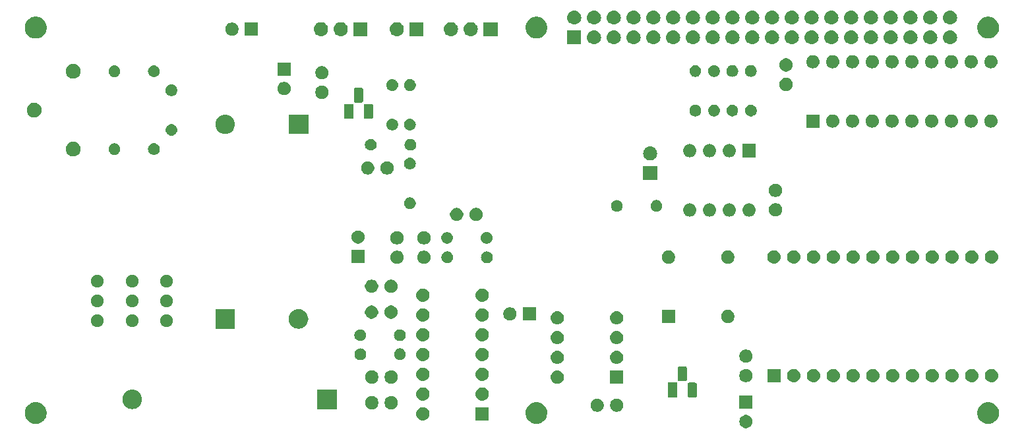
<source format=gbr>
G04 #@! TF.GenerationSoftware,KiCad,Pcbnew,(5.1.4-0-10_14)*
G04 #@! TF.CreationDate,2019-10-30T10:31:10-07:00*
G04 #@! TF.ProjectId,RAdLib,5241644c-6962-42e6-9b69-6361645f7063,1.0*
G04 #@! TF.SameCoordinates,Original*
G04 #@! TF.FileFunction,Soldermask,Bot*
G04 #@! TF.FilePolarity,Negative*
%FSLAX46Y46*%
G04 Gerber Fmt 4.6, Leading zero omitted, Abs format (unit mm)*
G04 Created by KiCad (PCBNEW (5.1.4-0-10_14)) date 2019-10-30 10:31:10*
%MOMM*%
%LPD*%
G04 APERTURE LIST*
%ADD10C,0.100000*%
G04 APERTURE END LIST*
D10*
G36*
X170848228Y-140981703D02*
G01*
X171003100Y-141045853D01*
X171142481Y-141138985D01*
X171261015Y-141257519D01*
X171354147Y-141396900D01*
X171418297Y-141551772D01*
X171451000Y-141716184D01*
X171451000Y-141883816D01*
X171418297Y-142048228D01*
X171354147Y-142203100D01*
X171261015Y-142342481D01*
X171142481Y-142461015D01*
X171003100Y-142554147D01*
X170848228Y-142618297D01*
X170683816Y-142651000D01*
X170516184Y-142651000D01*
X170351772Y-142618297D01*
X170196900Y-142554147D01*
X170057519Y-142461015D01*
X169938985Y-142342481D01*
X169845853Y-142203100D01*
X169781703Y-142048228D01*
X169749000Y-141883816D01*
X169749000Y-141716184D01*
X169781703Y-141551772D01*
X169845853Y-141396900D01*
X169938985Y-141257519D01*
X170057519Y-141138985D01*
X170196900Y-141045853D01*
X170351772Y-140981703D01*
X170516184Y-140949000D01*
X170683816Y-140949000D01*
X170848228Y-140981703D01*
X170848228Y-140981703D01*
G37*
G36*
X202018433Y-139334893D02*
G01*
X202108657Y-139352839D01*
X202214267Y-139396585D01*
X202363621Y-139458449D01*
X202364170Y-139458816D01*
X202593086Y-139611772D01*
X202788228Y-139806914D01*
X202862105Y-139917480D01*
X202941551Y-140036379D01*
X203002242Y-140182899D01*
X203047161Y-140291343D01*
X203061019Y-140361015D01*
X203098810Y-140551000D01*
X203101000Y-140562014D01*
X203101000Y-140837986D01*
X203047161Y-141108657D01*
X203003415Y-141214267D01*
X202941551Y-141363621D01*
X202914130Y-141404659D01*
X202788228Y-141593086D01*
X202593086Y-141788228D01*
X202450029Y-141883815D01*
X202363621Y-141941551D01*
X202214267Y-142003415D01*
X202108657Y-142047161D01*
X202018433Y-142065107D01*
X201837988Y-142101000D01*
X201562012Y-142101000D01*
X201381567Y-142065107D01*
X201291343Y-142047161D01*
X201185733Y-142003415D01*
X201036379Y-141941551D01*
X200949971Y-141883815D01*
X200806914Y-141788228D01*
X200611772Y-141593086D01*
X200485870Y-141404659D01*
X200458449Y-141363621D01*
X200396585Y-141214267D01*
X200352839Y-141108657D01*
X200299000Y-140837986D01*
X200299000Y-140562014D01*
X200301191Y-140551000D01*
X200338981Y-140361015D01*
X200352839Y-140291343D01*
X200397758Y-140182899D01*
X200458449Y-140036379D01*
X200537895Y-139917480D01*
X200611772Y-139806914D01*
X200806914Y-139611772D01*
X201035830Y-139458816D01*
X201036379Y-139458449D01*
X201185733Y-139396585D01*
X201291343Y-139352839D01*
X201381567Y-139334893D01*
X201562012Y-139299000D01*
X201837988Y-139299000D01*
X202018433Y-139334893D01*
X202018433Y-139334893D01*
G37*
G36*
X144018433Y-139334893D02*
G01*
X144108657Y-139352839D01*
X144214267Y-139396585D01*
X144363621Y-139458449D01*
X144364170Y-139458816D01*
X144593086Y-139611772D01*
X144788228Y-139806914D01*
X144862105Y-139917480D01*
X144941551Y-140036379D01*
X145002242Y-140182899D01*
X145047161Y-140291343D01*
X145061019Y-140361015D01*
X145098810Y-140551000D01*
X145101000Y-140562014D01*
X145101000Y-140837986D01*
X145047161Y-141108657D01*
X145003415Y-141214267D01*
X144941551Y-141363621D01*
X144914130Y-141404659D01*
X144788228Y-141593086D01*
X144593086Y-141788228D01*
X144450029Y-141883815D01*
X144363621Y-141941551D01*
X144214267Y-142003415D01*
X144108657Y-142047161D01*
X144018433Y-142065107D01*
X143837988Y-142101000D01*
X143562012Y-142101000D01*
X143381567Y-142065107D01*
X143291343Y-142047161D01*
X143185733Y-142003415D01*
X143036379Y-141941551D01*
X142949971Y-141883815D01*
X142806914Y-141788228D01*
X142611772Y-141593086D01*
X142485870Y-141404659D01*
X142458449Y-141363621D01*
X142396585Y-141214267D01*
X142352839Y-141108657D01*
X142299000Y-140837986D01*
X142299000Y-140562014D01*
X142301191Y-140551000D01*
X142338981Y-140361015D01*
X142352839Y-140291343D01*
X142397758Y-140182899D01*
X142458449Y-140036379D01*
X142537895Y-139917480D01*
X142611772Y-139806914D01*
X142806914Y-139611772D01*
X143035830Y-139458816D01*
X143036379Y-139458449D01*
X143185733Y-139396585D01*
X143291343Y-139352839D01*
X143381567Y-139334893D01*
X143562012Y-139299000D01*
X143837988Y-139299000D01*
X144018433Y-139334893D01*
X144018433Y-139334893D01*
G37*
G36*
X79718433Y-139334893D02*
G01*
X79808657Y-139352839D01*
X79914267Y-139396585D01*
X80063621Y-139458449D01*
X80064170Y-139458816D01*
X80293086Y-139611772D01*
X80488228Y-139806914D01*
X80562105Y-139917480D01*
X80641551Y-140036379D01*
X80702242Y-140182899D01*
X80747161Y-140291343D01*
X80761019Y-140361015D01*
X80798810Y-140551000D01*
X80801000Y-140562014D01*
X80801000Y-140837986D01*
X80747161Y-141108657D01*
X80703415Y-141214267D01*
X80641551Y-141363621D01*
X80614130Y-141404659D01*
X80488228Y-141593086D01*
X80293086Y-141788228D01*
X80150029Y-141883815D01*
X80063621Y-141941551D01*
X79914267Y-142003415D01*
X79808657Y-142047161D01*
X79718433Y-142065107D01*
X79537988Y-142101000D01*
X79262012Y-142101000D01*
X79081567Y-142065107D01*
X78991343Y-142047161D01*
X78885733Y-142003415D01*
X78736379Y-141941551D01*
X78649971Y-141883815D01*
X78506914Y-141788228D01*
X78311772Y-141593086D01*
X78185870Y-141404659D01*
X78158449Y-141363621D01*
X78096585Y-141214267D01*
X78052839Y-141108657D01*
X77999000Y-140837986D01*
X77999000Y-140562014D01*
X78001191Y-140551000D01*
X78038981Y-140361015D01*
X78052839Y-140291343D01*
X78097758Y-140182899D01*
X78158449Y-140036379D01*
X78237895Y-139917480D01*
X78311772Y-139806914D01*
X78506914Y-139611772D01*
X78735830Y-139458816D01*
X78736379Y-139458449D01*
X78885733Y-139396585D01*
X78991343Y-139352839D01*
X79081567Y-139334893D01*
X79262012Y-139299000D01*
X79537988Y-139299000D01*
X79718433Y-139334893D01*
X79718433Y-139334893D01*
G37*
G36*
X129271823Y-139961313D02*
G01*
X129432242Y-140009976D01*
X129481638Y-140036379D01*
X129580078Y-140088996D01*
X129709659Y-140195341D01*
X129816004Y-140324922D01*
X129816005Y-140324924D01*
X129895024Y-140472758D01*
X129943687Y-140633177D01*
X129960117Y-140800000D01*
X129943687Y-140966823D01*
X129895024Y-141127242D01*
X129888747Y-141138985D01*
X129816004Y-141275078D01*
X129709659Y-141404659D01*
X129580078Y-141511004D01*
X129580076Y-141511005D01*
X129432242Y-141590024D01*
X129432239Y-141590025D01*
X129422148Y-141593086D01*
X129271823Y-141638687D01*
X129146804Y-141651000D01*
X129063196Y-141651000D01*
X128938177Y-141638687D01*
X128787852Y-141593086D01*
X128777761Y-141590025D01*
X128777758Y-141590024D01*
X128629924Y-141511005D01*
X128629922Y-141511004D01*
X128500341Y-141404659D01*
X128393996Y-141275078D01*
X128321253Y-141138985D01*
X128314976Y-141127242D01*
X128266313Y-140966823D01*
X128249883Y-140800000D01*
X128266313Y-140633177D01*
X128314976Y-140472758D01*
X128393995Y-140324924D01*
X128393996Y-140324922D01*
X128500341Y-140195341D01*
X128629922Y-140088996D01*
X128728362Y-140036379D01*
X128777758Y-140009976D01*
X128938177Y-139961313D01*
X129063196Y-139949000D01*
X129146804Y-139949000D01*
X129271823Y-139961313D01*
X129271823Y-139961313D01*
G37*
G36*
X137576000Y-141651000D02*
G01*
X135874000Y-141651000D01*
X135874000Y-139949000D01*
X137576000Y-139949000D01*
X137576000Y-141651000D01*
X137576000Y-141651000D01*
G37*
G36*
X151748228Y-138881703D02*
G01*
X151903100Y-138945853D01*
X152042481Y-139038985D01*
X152161015Y-139157519D01*
X152254147Y-139296900D01*
X152318297Y-139451772D01*
X152351000Y-139616184D01*
X152351000Y-139783816D01*
X152318297Y-139948228D01*
X152254147Y-140103100D01*
X152161015Y-140242481D01*
X152042481Y-140361015D01*
X151903100Y-140454147D01*
X151748228Y-140518297D01*
X151583816Y-140551000D01*
X151416184Y-140551000D01*
X151251772Y-140518297D01*
X151096900Y-140454147D01*
X150957519Y-140361015D01*
X150838985Y-140242481D01*
X150745853Y-140103100D01*
X150681703Y-139948228D01*
X150649000Y-139783816D01*
X150649000Y-139616184D01*
X150681703Y-139451772D01*
X150745853Y-139296900D01*
X150838985Y-139157519D01*
X150957519Y-139038985D01*
X151096900Y-138945853D01*
X151251772Y-138881703D01*
X151416184Y-138849000D01*
X151583816Y-138849000D01*
X151748228Y-138881703D01*
X151748228Y-138881703D01*
G37*
G36*
X154248228Y-138881703D02*
G01*
X154403100Y-138945853D01*
X154542481Y-139038985D01*
X154661015Y-139157519D01*
X154754147Y-139296900D01*
X154818297Y-139451772D01*
X154851000Y-139616184D01*
X154851000Y-139783816D01*
X154818297Y-139948228D01*
X154754147Y-140103100D01*
X154661015Y-140242481D01*
X154542481Y-140361015D01*
X154403100Y-140454147D01*
X154248228Y-140518297D01*
X154083816Y-140551000D01*
X153916184Y-140551000D01*
X153751772Y-140518297D01*
X153596900Y-140454147D01*
X153457519Y-140361015D01*
X153338985Y-140242481D01*
X153245853Y-140103100D01*
X153181703Y-139948228D01*
X153149000Y-139783816D01*
X153149000Y-139616184D01*
X153181703Y-139451772D01*
X153245853Y-139296900D01*
X153338985Y-139157519D01*
X153457519Y-139038985D01*
X153596900Y-138945853D01*
X153751772Y-138881703D01*
X153916184Y-138849000D01*
X154083816Y-138849000D01*
X154248228Y-138881703D01*
X154248228Y-138881703D01*
G37*
G36*
X125298228Y-138556703D02*
G01*
X125453100Y-138620853D01*
X125592481Y-138713985D01*
X125711015Y-138832519D01*
X125804147Y-138971900D01*
X125868297Y-139126772D01*
X125901000Y-139291184D01*
X125901000Y-139458816D01*
X125868297Y-139623228D01*
X125804147Y-139778100D01*
X125711015Y-139917481D01*
X125592481Y-140036015D01*
X125453100Y-140129147D01*
X125298228Y-140193297D01*
X125133816Y-140226000D01*
X124966184Y-140226000D01*
X124801772Y-140193297D01*
X124646900Y-140129147D01*
X124507519Y-140036015D01*
X124388985Y-139917481D01*
X124295853Y-139778100D01*
X124231703Y-139623228D01*
X124199000Y-139458816D01*
X124199000Y-139291184D01*
X124231703Y-139126772D01*
X124295853Y-138971900D01*
X124388985Y-138832519D01*
X124507519Y-138713985D01*
X124646900Y-138620853D01*
X124801772Y-138556703D01*
X124966184Y-138524000D01*
X125133816Y-138524000D01*
X125298228Y-138556703D01*
X125298228Y-138556703D01*
G37*
G36*
X122798228Y-138556703D02*
G01*
X122953100Y-138620853D01*
X123092481Y-138713985D01*
X123211015Y-138832519D01*
X123304147Y-138971900D01*
X123368297Y-139126772D01*
X123401000Y-139291184D01*
X123401000Y-139458816D01*
X123368297Y-139623228D01*
X123304147Y-139778100D01*
X123211015Y-139917481D01*
X123092481Y-140036015D01*
X122953100Y-140129147D01*
X122798228Y-140193297D01*
X122633816Y-140226000D01*
X122466184Y-140226000D01*
X122301772Y-140193297D01*
X122146900Y-140129147D01*
X122007519Y-140036015D01*
X121888985Y-139917481D01*
X121795853Y-139778100D01*
X121731703Y-139623228D01*
X121699000Y-139458816D01*
X121699000Y-139291184D01*
X121731703Y-139126772D01*
X121795853Y-138971900D01*
X121888985Y-138832519D01*
X122007519Y-138713985D01*
X122146900Y-138620853D01*
X122301772Y-138556703D01*
X122466184Y-138524000D01*
X122633816Y-138524000D01*
X122798228Y-138556703D01*
X122798228Y-138556703D01*
G37*
G36*
X118051000Y-140201000D02*
G01*
X115549000Y-140201000D01*
X115549000Y-137699000D01*
X118051000Y-137699000D01*
X118051000Y-140201000D01*
X118051000Y-140201000D01*
G37*
G36*
X92045239Y-137717101D02*
G01*
X92281053Y-137788634D01*
X92498381Y-137904799D01*
X92688871Y-138061129D01*
X92845201Y-138251619D01*
X92961366Y-138468947D01*
X93032899Y-138704761D01*
X93057053Y-138950000D01*
X93032899Y-139195239D01*
X92961366Y-139431053D01*
X92845201Y-139648381D01*
X92688871Y-139838871D01*
X92498381Y-139995201D01*
X92281053Y-140111366D01*
X92045239Y-140182899D01*
X91861457Y-140201000D01*
X91738543Y-140201000D01*
X91554761Y-140182899D01*
X91318947Y-140111366D01*
X91101619Y-139995201D01*
X90911129Y-139838871D01*
X90754799Y-139648381D01*
X90638634Y-139431053D01*
X90567101Y-139195239D01*
X90542947Y-138950000D01*
X90567101Y-138704761D01*
X90638634Y-138468947D01*
X90754799Y-138251619D01*
X90911129Y-138061129D01*
X91101619Y-137904799D01*
X91318947Y-137788634D01*
X91554761Y-137717101D01*
X91738543Y-137699000D01*
X91861457Y-137699000D01*
X92045239Y-137717101D01*
X92045239Y-137717101D01*
G37*
G36*
X171451000Y-140151000D02*
G01*
X169749000Y-140151000D01*
X169749000Y-138449000D01*
X171451000Y-138449000D01*
X171451000Y-140151000D01*
X171451000Y-140151000D01*
G37*
G36*
X129271823Y-137421313D02*
G01*
X129432242Y-137469976D01*
X129564906Y-137540886D01*
X129580078Y-137548996D01*
X129709659Y-137655341D01*
X129816004Y-137784922D01*
X129816005Y-137784924D01*
X129895024Y-137932758D01*
X129943687Y-138093177D01*
X129960117Y-138260000D01*
X129943687Y-138426823D01*
X129895024Y-138587242D01*
X129861288Y-138650357D01*
X129816004Y-138735078D01*
X129709659Y-138864659D01*
X129580078Y-138971004D01*
X129580076Y-138971005D01*
X129432242Y-139050024D01*
X129271823Y-139098687D01*
X129146804Y-139111000D01*
X129063196Y-139111000D01*
X128938177Y-139098687D01*
X128777758Y-139050024D01*
X128629924Y-138971005D01*
X128629922Y-138971004D01*
X128500341Y-138864659D01*
X128393996Y-138735078D01*
X128348712Y-138650357D01*
X128314976Y-138587242D01*
X128266313Y-138426823D01*
X128249883Y-138260000D01*
X128266313Y-138093177D01*
X128314976Y-137932758D01*
X128393995Y-137784924D01*
X128393996Y-137784922D01*
X128500341Y-137655341D01*
X128629922Y-137548996D01*
X128645094Y-137540886D01*
X128777758Y-137469976D01*
X128938177Y-137421313D01*
X129063196Y-137409000D01*
X129146804Y-137409000D01*
X129271823Y-137421313D01*
X129271823Y-137421313D01*
G37*
G36*
X136891823Y-137421313D02*
G01*
X137052242Y-137469976D01*
X137184906Y-137540886D01*
X137200078Y-137548996D01*
X137329659Y-137655341D01*
X137436004Y-137784922D01*
X137436005Y-137784924D01*
X137515024Y-137932758D01*
X137563687Y-138093177D01*
X137580117Y-138260000D01*
X137563687Y-138426823D01*
X137515024Y-138587242D01*
X137481288Y-138650357D01*
X137436004Y-138735078D01*
X137329659Y-138864659D01*
X137200078Y-138971004D01*
X137200076Y-138971005D01*
X137052242Y-139050024D01*
X136891823Y-139098687D01*
X136766804Y-139111000D01*
X136683196Y-139111000D01*
X136558177Y-139098687D01*
X136397758Y-139050024D01*
X136249924Y-138971005D01*
X136249922Y-138971004D01*
X136120341Y-138864659D01*
X136013996Y-138735078D01*
X135968712Y-138650357D01*
X135934976Y-138587242D01*
X135886313Y-138426823D01*
X135869883Y-138260000D01*
X135886313Y-138093177D01*
X135934976Y-137932758D01*
X136013995Y-137784924D01*
X136013996Y-137784922D01*
X136120341Y-137655341D01*
X136249922Y-137548996D01*
X136265094Y-137540886D01*
X136397758Y-137469976D01*
X136558177Y-137421313D01*
X136683196Y-137409000D01*
X136766804Y-137409000D01*
X136891823Y-137421313D01*
X136891823Y-137421313D01*
G37*
G36*
X164099315Y-136804166D02*
G01*
X164143843Y-136817674D01*
X164184892Y-136839615D01*
X164220864Y-136869136D01*
X164250385Y-136905108D01*
X164272326Y-136946157D01*
X164285834Y-136990685D01*
X164291000Y-137043140D01*
X164291000Y-138456860D01*
X164285834Y-138509315D01*
X164272326Y-138553843D01*
X164250385Y-138594892D01*
X164220864Y-138630864D01*
X164184892Y-138660385D01*
X164143843Y-138682326D01*
X164099315Y-138695834D01*
X164046860Y-138701000D01*
X163333140Y-138701000D01*
X163280685Y-138695834D01*
X163236157Y-138682326D01*
X163195108Y-138660385D01*
X163159136Y-138630864D01*
X163129615Y-138594892D01*
X163107674Y-138553843D01*
X163094166Y-138509315D01*
X163089000Y-138456860D01*
X163089000Y-137043140D01*
X163094166Y-136990685D01*
X163107674Y-136946157D01*
X163129615Y-136905108D01*
X163159136Y-136869136D01*
X163195108Y-136839615D01*
X163236157Y-136817674D01*
X163280685Y-136804166D01*
X163333140Y-136799000D01*
X164046860Y-136799000D01*
X164099315Y-136804166D01*
X164099315Y-136804166D01*
G37*
G36*
X161751000Y-138701000D02*
G01*
X160549000Y-138701000D01*
X160549000Y-136799000D01*
X161751000Y-136799000D01*
X161751000Y-138701000D01*
X161751000Y-138701000D01*
G37*
G36*
X154851000Y-136951000D02*
G01*
X153149000Y-136951000D01*
X153149000Y-135249000D01*
X154851000Y-135249000D01*
X154851000Y-136951000D01*
X154851000Y-136951000D01*
G37*
G36*
X146546823Y-135261313D02*
G01*
X146707242Y-135309976D01*
X146796190Y-135357520D01*
X146855078Y-135388996D01*
X146984659Y-135495341D01*
X147091004Y-135624922D01*
X147091005Y-135624924D01*
X147170024Y-135772758D01*
X147218687Y-135933177D01*
X147235117Y-136100000D01*
X147218687Y-136266823D01*
X147170024Y-136427242D01*
X147117829Y-136524892D01*
X147091004Y-136575078D01*
X146984659Y-136704659D01*
X146855078Y-136811004D01*
X146855076Y-136811005D01*
X146707242Y-136890024D01*
X146707239Y-136890025D01*
X146677380Y-136899083D01*
X146546823Y-136938687D01*
X146421804Y-136951000D01*
X146338196Y-136951000D01*
X146213177Y-136938687D01*
X146082620Y-136899083D01*
X146052761Y-136890025D01*
X146052758Y-136890024D01*
X145904924Y-136811005D01*
X145904922Y-136811004D01*
X145775341Y-136704659D01*
X145668996Y-136575078D01*
X145642171Y-136524892D01*
X145589976Y-136427242D01*
X145541313Y-136266823D01*
X145524883Y-136100000D01*
X145541313Y-135933177D01*
X145589976Y-135772758D01*
X145668995Y-135624924D01*
X145668996Y-135624922D01*
X145775341Y-135495341D01*
X145904922Y-135388996D01*
X145963810Y-135357520D01*
X146052758Y-135309976D01*
X146213177Y-135261313D01*
X146338196Y-135249000D01*
X146421804Y-135249000D01*
X146546823Y-135261313D01*
X146546823Y-135261313D01*
G37*
G36*
X122798228Y-135256703D02*
G01*
X122953100Y-135320853D01*
X123092481Y-135413985D01*
X123211015Y-135532519D01*
X123304147Y-135671900D01*
X123368297Y-135826772D01*
X123401000Y-135991184D01*
X123401000Y-136158816D01*
X123368297Y-136323228D01*
X123304147Y-136478100D01*
X123211015Y-136617481D01*
X123092481Y-136736015D01*
X122953100Y-136829147D01*
X122798228Y-136893297D01*
X122633816Y-136926000D01*
X122466184Y-136926000D01*
X122301772Y-136893297D01*
X122146900Y-136829147D01*
X122007519Y-136736015D01*
X121888985Y-136617481D01*
X121795853Y-136478100D01*
X121731703Y-136323228D01*
X121699000Y-136158816D01*
X121699000Y-135991184D01*
X121731703Y-135826772D01*
X121795853Y-135671900D01*
X121888985Y-135532519D01*
X122007519Y-135413985D01*
X122146900Y-135320853D01*
X122301772Y-135256703D01*
X122466184Y-135224000D01*
X122633816Y-135224000D01*
X122798228Y-135256703D01*
X122798228Y-135256703D01*
G37*
G36*
X125298228Y-135256703D02*
G01*
X125453100Y-135320853D01*
X125592481Y-135413985D01*
X125711015Y-135532519D01*
X125804147Y-135671900D01*
X125868297Y-135826772D01*
X125901000Y-135991184D01*
X125901000Y-136158816D01*
X125868297Y-136323228D01*
X125804147Y-136478100D01*
X125711015Y-136617481D01*
X125592481Y-136736015D01*
X125453100Y-136829147D01*
X125298228Y-136893297D01*
X125133816Y-136926000D01*
X124966184Y-136926000D01*
X124801772Y-136893297D01*
X124646900Y-136829147D01*
X124507519Y-136736015D01*
X124388985Y-136617481D01*
X124295853Y-136478100D01*
X124231703Y-136323228D01*
X124199000Y-136158816D01*
X124199000Y-135991184D01*
X124231703Y-135826772D01*
X124295853Y-135671900D01*
X124388985Y-135532519D01*
X124507519Y-135413985D01*
X124646900Y-135320853D01*
X124801772Y-135256703D01*
X124966184Y-135224000D01*
X125133816Y-135224000D01*
X125298228Y-135256703D01*
X125298228Y-135256703D01*
G37*
G36*
X176906823Y-135061313D02*
G01*
X177067242Y-135109976D01*
X177134361Y-135145852D01*
X177215078Y-135188996D01*
X177344659Y-135295341D01*
X177451004Y-135424922D01*
X177451005Y-135424924D01*
X177530024Y-135572758D01*
X177578687Y-135733177D01*
X177595117Y-135900000D01*
X177578687Y-136066823D01*
X177530024Y-136227242D01*
X177489477Y-136303100D01*
X177451004Y-136375078D01*
X177344659Y-136504659D01*
X177215078Y-136611004D01*
X177212605Y-136612326D01*
X177067242Y-136690024D01*
X176906823Y-136738687D01*
X176781804Y-136751000D01*
X176698196Y-136751000D01*
X176573177Y-136738687D01*
X176412758Y-136690024D01*
X176267395Y-136612326D01*
X176264922Y-136611004D01*
X176135341Y-136504659D01*
X176028996Y-136375078D01*
X175990523Y-136303100D01*
X175949976Y-136227242D01*
X175901313Y-136066823D01*
X175884883Y-135900000D01*
X175901313Y-135733177D01*
X175949976Y-135572758D01*
X176028995Y-135424924D01*
X176028996Y-135424922D01*
X176135341Y-135295341D01*
X176264922Y-135188996D01*
X176345639Y-135145852D01*
X176412758Y-135109976D01*
X176573177Y-135061313D01*
X176698196Y-135049000D01*
X176781804Y-135049000D01*
X176906823Y-135061313D01*
X176906823Y-135061313D01*
G37*
G36*
X179446823Y-135061313D02*
G01*
X179607242Y-135109976D01*
X179674361Y-135145852D01*
X179755078Y-135188996D01*
X179884659Y-135295341D01*
X179991004Y-135424922D01*
X179991005Y-135424924D01*
X180070024Y-135572758D01*
X180118687Y-135733177D01*
X180135117Y-135900000D01*
X180118687Y-136066823D01*
X180070024Y-136227242D01*
X180029477Y-136303100D01*
X179991004Y-136375078D01*
X179884659Y-136504659D01*
X179755078Y-136611004D01*
X179752605Y-136612326D01*
X179607242Y-136690024D01*
X179446823Y-136738687D01*
X179321804Y-136751000D01*
X179238196Y-136751000D01*
X179113177Y-136738687D01*
X178952758Y-136690024D01*
X178807395Y-136612326D01*
X178804922Y-136611004D01*
X178675341Y-136504659D01*
X178568996Y-136375078D01*
X178530523Y-136303100D01*
X178489976Y-136227242D01*
X178441313Y-136066823D01*
X178424883Y-135900000D01*
X178441313Y-135733177D01*
X178489976Y-135572758D01*
X178568995Y-135424924D01*
X178568996Y-135424922D01*
X178675341Y-135295341D01*
X178804922Y-135188996D01*
X178885639Y-135145852D01*
X178952758Y-135109976D01*
X179113177Y-135061313D01*
X179238196Y-135049000D01*
X179321804Y-135049000D01*
X179446823Y-135061313D01*
X179446823Y-135061313D01*
G37*
G36*
X181986823Y-135061313D02*
G01*
X182147242Y-135109976D01*
X182214361Y-135145852D01*
X182295078Y-135188996D01*
X182424659Y-135295341D01*
X182531004Y-135424922D01*
X182531005Y-135424924D01*
X182610024Y-135572758D01*
X182658687Y-135733177D01*
X182675117Y-135900000D01*
X182658687Y-136066823D01*
X182610024Y-136227242D01*
X182569477Y-136303100D01*
X182531004Y-136375078D01*
X182424659Y-136504659D01*
X182295078Y-136611004D01*
X182292605Y-136612326D01*
X182147242Y-136690024D01*
X181986823Y-136738687D01*
X181861804Y-136751000D01*
X181778196Y-136751000D01*
X181653177Y-136738687D01*
X181492758Y-136690024D01*
X181347395Y-136612326D01*
X181344922Y-136611004D01*
X181215341Y-136504659D01*
X181108996Y-136375078D01*
X181070523Y-136303100D01*
X181029976Y-136227242D01*
X180981313Y-136066823D01*
X180964883Y-135900000D01*
X180981313Y-135733177D01*
X181029976Y-135572758D01*
X181108995Y-135424924D01*
X181108996Y-135424922D01*
X181215341Y-135295341D01*
X181344922Y-135188996D01*
X181425639Y-135145852D01*
X181492758Y-135109976D01*
X181653177Y-135061313D01*
X181778196Y-135049000D01*
X181861804Y-135049000D01*
X181986823Y-135061313D01*
X181986823Y-135061313D01*
G37*
G36*
X184526823Y-135061313D02*
G01*
X184687242Y-135109976D01*
X184754361Y-135145852D01*
X184835078Y-135188996D01*
X184964659Y-135295341D01*
X185071004Y-135424922D01*
X185071005Y-135424924D01*
X185150024Y-135572758D01*
X185198687Y-135733177D01*
X185215117Y-135900000D01*
X185198687Y-136066823D01*
X185150024Y-136227242D01*
X185109477Y-136303100D01*
X185071004Y-136375078D01*
X184964659Y-136504659D01*
X184835078Y-136611004D01*
X184832605Y-136612326D01*
X184687242Y-136690024D01*
X184526823Y-136738687D01*
X184401804Y-136751000D01*
X184318196Y-136751000D01*
X184193177Y-136738687D01*
X184032758Y-136690024D01*
X183887395Y-136612326D01*
X183884922Y-136611004D01*
X183755341Y-136504659D01*
X183648996Y-136375078D01*
X183610523Y-136303100D01*
X183569976Y-136227242D01*
X183521313Y-136066823D01*
X183504883Y-135900000D01*
X183521313Y-135733177D01*
X183569976Y-135572758D01*
X183648995Y-135424924D01*
X183648996Y-135424922D01*
X183755341Y-135295341D01*
X183884922Y-135188996D01*
X183965639Y-135145852D01*
X184032758Y-135109976D01*
X184193177Y-135061313D01*
X184318196Y-135049000D01*
X184401804Y-135049000D01*
X184526823Y-135061313D01*
X184526823Y-135061313D01*
G37*
G36*
X187066823Y-135061313D02*
G01*
X187227242Y-135109976D01*
X187294361Y-135145852D01*
X187375078Y-135188996D01*
X187504659Y-135295341D01*
X187611004Y-135424922D01*
X187611005Y-135424924D01*
X187690024Y-135572758D01*
X187738687Y-135733177D01*
X187755117Y-135900000D01*
X187738687Y-136066823D01*
X187690024Y-136227242D01*
X187649477Y-136303100D01*
X187611004Y-136375078D01*
X187504659Y-136504659D01*
X187375078Y-136611004D01*
X187372605Y-136612326D01*
X187227242Y-136690024D01*
X187066823Y-136738687D01*
X186941804Y-136751000D01*
X186858196Y-136751000D01*
X186733177Y-136738687D01*
X186572758Y-136690024D01*
X186427395Y-136612326D01*
X186424922Y-136611004D01*
X186295341Y-136504659D01*
X186188996Y-136375078D01*
X186150523Y-136303100D01*
X186109976Y-136227242D01*
X186061313Y-136066823D01*
X186044883Y-135900000D01*
X186061313Y-135733177D01*
X186109976Y-135572758D01*
X186188995Y-135424924D01*
X186188996Y-135424922D01*
X186295341Y-135295341D01*
X186424922Y-135188996D01*
X186505639Y-135145852D01*
X186572758Y-135109976D01*
X186733177Y-135061313D01*
X186858196Y-135049000D01*
X186941804Y-135049000D01*
X187066823Y-135061313D01*
X187066823Y-135061313D01*
G37*
G36*
X170848228Y-135081703D02*
G01*
X171003100Y-135145853D01*
X171142481Y-135238985D01*
X171261015Y-135357519D01*
X171354147Y-135496900D01*
X171418297Y-135651772D01*
X171451000Y-135816184D01*
X171451000Y-135983816D01*
X171418297Y-136148228D01*
X171354147Y-136303100D01*
X171261015Y-136442481D01*
X171142481Y-136561015D01*
X171003100Y-136654147D01*
X170848228Y-136718297D01*
X170683816Y-136751000D01*
X170516184Y-136751000D01*
X170351772Y-136718297D01*
X170196900Y-136654147D01*
X170057519Y-136561015D01*
X169938985Y-136442481D01*
X169845853Y-136303100D01*
X169781703Y-136148228D01*
X169749000Y-135983816D01*
X169749000Y-135816184D01*
X169781703Y-135651772D01*
X169845853Y-135496900D01*
X169938985Y-135357519D01*
X170057519Y-135238985D01*
X170196900Y-135145853D01*
X170351772Y-135081703D01*
X170516184Y-135049000D01*
X170683816Y-135049000D01*
X170848228Y-135081703D01*
X170848228Y-135081703D01*
G37*
G36*
X189606823Y-135061313D02*
G01*
X189767242Y-135109976D01*
X189834361Y-135145852D01*
X189915078Y-135188996D01*
X190044659Y-135295341D01*
X190151004Y-135424922D01*
X190151005Y-135424924D01*
X190230024Y-135572758D01*
X190278687Y-135733177D01*
X190295117Y-135900000D01*
X190278687Y-136066823D01*
X190230024Y-136227242D01*
X190189477Y-136303100D01*
X190151004Y-136375078D01*
X190044659Y-136504659D01*
X189915078Y-136611004D01*
X189912605Y-136612326D01*
X189767242Y-136690024D01*
X189606823Y-136738687D01*
X189481804Y-136751000D01*
X189398196Y-136751000D01*
X189273177Y-136738687D01*
X189112758Y-136690024D01*
X188967395Y-136612326D01*
X188964922Y-136611004D01*
X188835341Y-136504659D01*
X188728996Y-136375078D01*
X188690523Y-136303100D01*
X188649976Y-136227242D01*
X188601313Y-136066823D01*
X188584883Y-135900000D01*
X188601313Y-135733177D01*
X188649976Y-135572758D01*
X188728995Y-135424924D01*
X188728996Y-135424922D01*
X188835341Y-135295341D01*
X188964922Y-135188996D01*
X189045639Y-135145852D01*
X189112758Y-135109976D01*
X189273177Y-135061313D01*
X189398196Y-135049000D01*
X189481804Y-135049000D01*
X189606823Y-135061313D01*
X189606823Y-135061313D01*
G37*
G36*
X192146823Y-135061313D02*
G01*
X192307242Y-135109976D01*
X192374361Y-135145852D01*
X192455078Y-135188996D01*
X192584659Y-135295341D01*
X192691004Y-135424922D01*
X192691005Y-135424924D01*
X192770024Y-135572758D01*
X192818687Y-135733177D01*
X192835117Y-135900000D01*
X192818687Y-136066823D01*
X192770024Y-136227242D01*
X192729477Y-136303100D01*
X192691004Y-136375078D01*
X192584659Y-136504659D01*
X192455078Y-136611004D01*
X192452605Y-136612326D01*
X192307242Y-136690024D01*
X192146823Y-136738687D01*
X192021804Y-136751000D01*
X191938196Y-136751000D01*
X191813177Y-136738687D01*
X191652758Y-136690024D01*
X191507395Y-136612326D01*
X191504922Y-136611004D01*
X191375341Y-136504659D01*
X191268996Y-136375078D01*
X191230523Y-136303100D01*
X191189976Y-136227242D01*
X191141313Y-136066823D01*
X191124883Y-135900000D01*
X191141313Y-135733177D01*
X191189976Y-135572758D01*
X191268995Y-135424924D01*
X191268996Y-135424922D01*
X191375341Y-135295341D01*
X191504922Y-135188996D01*
X191585639Y-135145852D01*
X191652758Y-135109976D01*
X191813177Y-135061313D01*
X191938196Y-135049000D01*
X192021804Y-135049000D01*
X192146823Y-135061313D01*
X192146823Y-135061313D01*
G37*
G36*
X194686823Y-135061313D02*
G01*
X194847242Y-135109976D01*
X194914361Y-135145852D01*
X194995078Y-135188996D01*
X195124659Y-135295341D01*
X195231004Y-135424922D01*
X195231005Y-135424924D01*
X195310024Y-135572758D01*
X195358687Y-135733177D01*
X195375117Y-135900000D01*
X195358687Y-136066823D01*
X195310024Y-136227242D01*
X195269477Y-136303100D01*
X195231004Y-136375078D01*
X195124659Y-136504659D01*
X194995078Y-136611004D01*
X194992605Y-136612326D01*
X194847242Y-136690024D01*
X194686823Y-136738687D01*
X194561804Y-136751000D01*
X194478196Y-136751000D01*
X194353177Y-136738687D01*
X194192758Y-136690024D01*
X194047395Y-136612326D01*
X194044922Y-136611004D01*
X193915341Y-136504659D01*
X193808996Y-136375078D01*
X193770523Y-136303100D01*
X193729976Y-136227242D01*
X193681313Y-136066823D01*
X193664883Y-135900000D01*
X193681313Y-135733177D01*
X193729976Y-135572758D01*
X193808995Y-135424924D01*
X193808996Y-135424922D01*
X193915341Y-135295341D01*
X194044922Y-135188996D01*
X194125639Y-135145852D01*
X194192758Y-135109976D01*
X194353177Y-135061313D01*
X194478196Y-135049000D01*
X194561804Y-135049000D01*
X194686823Y-135061313D01*
X194686823Y-135061313D01*
G37*
G36*
X197226823Y-135061313D02*
G01*
X197387242Y-135109976D01*
X197454361Y-135145852D01*
X197535078Y-135188996D01*
X197664659Y-135295341D01*
X197771004Y-135424922D01*
X197771005Y-135424924D01*
X197850024Y-135572758D01*
X197898687Y-135733177D01*
X197915117Y-135900000D01*
X197898687Y-136066823D01*
X197850024Y-136227242D01*
X197809477Y-136303100D01*
X197771004Y-136375078D01*
X197664659Y-136504659D01*
X197535078Y-136611004D01*
X197532605Y-136612326D01*
X197387242Y-136690024D01*
X197226823Y-136738687D01*
X197101804Y-136751000D01*
X197018196Y-136751000D01*
X196893177Y-136738687D01*
X196732758Y-136690024D01*
X196587395Y-136612326D01*
X196584922Y-136611004D01*
X196455341Y-136504659D01*
X196348996Y-136375078D01*
X196310523Y-136303100D01*
X196269976Y-136227242D01*
X196221313Y-136066823D01*
X196204883Y-135900000D01*
X196221313Y-135733177D01*
X196269976Y-135572758D01*
X196348995Y-135424924D01*
X196348996Y-135424922D01*
X196455341Y-135295341D01*
X196584922Y-135188996D01*
X196665639Y-135145852D01*
X196732758Y-135109976D01*
X196893177Y-135061313D01*
X197018196Y-135049000D01*
X197101804Y-135049000D01*
X197226823Y-135061313D01*
X197226823Y-135061313D01*
G37*
G36*
X202306823Y-135061313D02*
G01*
X202467242Y-135109976D01*
X202534361Y-135145852D01*
X202615078Y-135188996D01*
X202744659Y-135295341D01*
X202851004Y-135424922D01*
X202851005Y-135424924D01*
X202930024Y-135572758D01*
X202978687Y-135733177D01*
X202995117Y-135900000D01*
X202978687Y-136066823D01*
X202930024Y-136227242D01*
X202889477Y-136303100D01*
X202851004Y-136375078D01*
X202744659Y-136504659D01*
X202615078Y-136611004D01*
X202612605Y-136612326D01*
X202467242Y-136690024D01*
X202306823Y-136738687D01*
X202181804Y-136751000D01*
X202098196Y-136751000D01*
X201973177Y-136738687D01*
X201812758Y-136690024D01*
X201667395Y-136612326D01*
X201664922Y-136611004D01*
X201535341Y-136504659D01*
X201428996Y-136375078D01*
X201390523Y-136303100D01*
X201349976Y-136227242D01*
X201301313Y-136066823D01*
X201284883Y-135900000D01*
X201301313Y-135733177D01*
X201349976Y-135572758D01*
X201428995Y-135424924D01*
X201428996Y-135424922D01*
X201535341Y-135295341D01*
X201664922Y-135188996D01*
X201745639Y-135145852D01*
X201812758Y-135109976D01*
X201973177Y-135061313D01*
X202098196Y-135049000D01*
X202181804Y-135049000D01*
X202306823Y-135061313D01*
X202306823Y-135061313D01*
G37*
G36*
X199766823Y-135061313D02*
G01*
X199927242Y-135109976D01*
X199994361Y-135145852D01*
X200075078Y-135188996D01*
X200204659Y-135295341D01*
X200311004Y-135424922D01*
X200311005Y-135424924D01*
X200390024Y-135572758D01*
X200438687Y-135733177D01*
X200455117Y-135900000D01*
X200438687Y-136066823D01*
X200390024Y-136227242D01*
X200349477Y-136303100D01*
X200311004Y-136375078D01*
X200204659Y-136504659D01*
X200075078Y-136611004D01*
X200072605Y-136612326D01*
X199927242Y-136690024D01*
X199766823Y-136738687D01*
X199641804Y-136751000D01*
X199558196Y-136751000D01*
X199433177Y-136738687D01*
X199272758Y-136690024D01*
X199127395Y-136612326D01*
X199124922Y-136611004D01*
X198995341Y-136504659D01*
X198888996Y-136375078D01*
X198850523Y-136303100D01*
X198809976Y-136227242D01*
X198761313Y-136066823D01*
X198744883Y-135900000D01*
X198761313Y-135733177D01*
X198809976Y-135572758D01*
X198888995Y-135424924D01*
X198888996Y-135424922D01*
X198995341Y-135295341D01*
X199124922Y-135188996D01*
X199205639Y-135145852D01*
X199272758Y-135109976D01*
X199433177Y-135061313D01*
X199558196Y-135049000D01*
X199641804Y-135049000D01*
X199766823Y-135061313D01*
X199766823Y-135061313D01*
G37*
G36*
X175051000Y-136751000D02*
G01*
X173349000Y-136751000D01*
X173349000Y-135049000D01*
X175051000Y-135049000D01*
X175051000Y-136751000D01*
X175051000Y-136751000D01*
G37*
G36*
X162829315Y-134734166D02*
G01*
X162873843Y-134747674D01*
X162914892Y-134769615D01*
X162950864Y-134799136D01*
X162980385Y-134835108D01*
X163002326Y-134876157D01*
X163015834Y-134920685D01*
X163021000Y-134973140D01*
X163021000Y-136386860D01*
X163015834Y-136439315D01*
X163002326Y-136483843D01*
X162980385Y-136524892D01*
X162950864Y-136560864D01*
X162914892Y-136590385D01*
X162873843Y-136612326D01*
X162829315Y-136625834D01*
X162776860Y-136631000D01*
X162063140Y-136631000D01*
X162010685Y-136625834D01*
X161966153Y-136612325D01*
X161934923Y-136595632D01*
X161920320Y-136589583D01*
X161909256Y-136577376D01*
X161889136Y-136560864D01*
X161859615Y-136524892D01*
X161837674Y-136483843D01*
X161824166Y-136439315D01*
X161819000Y-136386860D01*
X161819000Y-134973140D01*
X161824166Y-134920685D01*
X161837674Y-134876157D01*
X161859615Y-134835108D01*
X161889136Y-134799136D01*
X161925108Y-134769615D01*
X161966157Y-134747674D01*
X162010685Y-134734166D01*
X162063140Y-134729000D01*
X162776860Y-134729000D01*
X162829315Y-134734166D01*
X162829315Y-134734166D01*
G37*
G36*
X129271823Y-134881313D02*
G01*
X129432242Y-134929976D01*
X129512996Y-134973140D01*
X129580078Y-135008996D01*
X129709659Y-135115341D01*
X129816004Y-135244922D01*
X129816005Y-135244924D01*
X129895024Y-135392758D01*
X129943687Y-135553177D01*
X129960117Y-135720000D01*
X129943687Y-135886823D01*
X129895024Y-136047242D01*
X129866824Y-136100000D01*
X129816004Y-136195078D01*
X129709659Y-136324659D01*
X129580078Y-136431004D01*
X129580076Y-136431005D01*
X129432242Y-136510024D01*
X129271823Y-136558687D01*
X129146804Y-136571000D01*
X129063196Y-136571000D01*
X128938177Y-136558687D01*
X128777758Y-136510024D01*
X128629924Y-136431005D01*
X128629922Y-136431004D01*
X128500341Y-136324659D01*
X128393996Y-136195078D01*
X128343176Y-136100000D01*
X128314976Y-136047242D01*
X128266313Y-135886823D01*
X128249883Y-135720000D01*
X128266313Y-135553177D01*
X128314976Y-135392758D01*
X128393995Y-135244924D01*
X128393996Y-135244922D01*
X128500341Y-135115341D01*
X128629922Y-135008996D01*
X128697004Y-134973140D01*
X128777758Y-134929976D01*
X128938177Y-134881313D01*
X129063196Y-134869000D01*
X129146804Y-134869000D01*
X129271823Y-134881313D01*
X129271823Y-134881313D01*
G37*
G36*
X136891823Y-134881313D02*
G01*
X137052242Y-134929976D01*
X137132996Y-134973140D01*
X137200078Y-135008996D01*
X137329659Y-135115341D01*
X137436004Y-135244922D01*
X137436005Y-135244924D01*
X137515024Y-135392758D01*
X137563687Y-135553177D01*
X137580117Y-135720000D01*
X137563687Y-135886823D01*
X137515024Y-136047242D01*
X137486824Y-136100000D01*
X137436004Y-136195078D01*
X137329659Y-136324659D01*
X137200078Y-136431004D01*
X137200076Y-136431005D01*
X137052242Y-136510024D01*
X136891823Y-136558687D01*
X136766804Y-136571000D01*
X136683196Y-136571000D01*
X136558177Y-136558687D01*
X136397758Y-136510024D01*
X136249924Y-136431005D01*
X136249922Y-136431004D01*
X136120341Y-136324659D01*
X136013996Y-136195078D01*
X135963176Y-136100000D01*
X135934976Y-136047242D01*
X135886313Y-135886823D01*
X135869883Y-135720000D01*
X135886313Y-135553177D01*
X135934976Y-135392758D01*
X136013995Y-135244924D01*
X136013996Y-135244922D01*
X136120341Y-135115341D01*
X136249922Y-135008996D01*
X136317004Y-134973140D01*
X136397758Y-134929976D01*
X136558177Y-134881313D01*
X136683196Y-134869000D01*
X136766804Y-134869000D01*
X136891823Y-134881313D01*
X136891823Y-134881313D01*
G37*
G36*
X146546823Y-132721313D02*
G01*
X146707242Y-132769976D01*
X146839906Y-132840886D01*
X146855078Y-132848996D01*
X146984659Y-132955341D01*
X147091004Y-133084922D01*
X147091005Y-133084924D01*
X147170024Y-133232758D01*
X147218687Y-133393177D01*
X147235117Y-133560000D01*
X147218687Y-133726823D01*
X147170024Y-133887242D01*
X147099766Y-134018686D01*
X147091004Y-134035078D01*
X146984659Y-134164659D01*
X146855078Y-134271004D01*
X146855076Y-134271005D01*
X146707242Y-134350024D01*
X146546823Y-134398687D01*
X146421804Y-134411000D01*
X146338196Y-134411000D01*
X146213177Y-134398687D01*
X146052758Y-134350024D01*
X145904924Y-134271005D01*
X145904922Y-134271004D01*
X145775341Y-134164659D01*
X145668996Y-134035078D01*
X145660234Y-134018686D01*
X145589976Y-133887242D01*
X145541313Y-133726823D01*
X145524883Y-133560000D01*
X145541313Y-133393177D01*
X145589976Y-133232758D01*
X145668995Y-133084924D01*
X145668996Y-133084922D01*
X145775341Y-132955341D01*
X145904922Y-132848996D01*
X145920094Y-132840886D01*
X146052758Y-132769976D01*
X146213177Y-132721313D01*
X146338196Y-132709000D01*
X146421804Y-132709000D01*
X146546823Y-132721313D01*
X146546823Y-132721313D01*
G37*
G36*
X154166823Y-132721313D02*
G01*
X154327242Y-132769976D01*
X154459906Y-132840886D01*
X154475078Y-132848996D01*
X154604659Y-132955341D01*
X154711004Y-133084922D01*
X154711005Y-133084924D01*
X154790024Y-133232758D01*
X154838687Y-133393177D01*
X154855117Y-133560000D01*
X154838687Y-133726823D01*
X154790024Y-133887242D01*
X154719766Y-134018686D01*
X154711004Y-134035078D01*
X154604659Y-134164659D01*
X154475078Y-134271004D01*
X154475076Y-134271005D01*
X154327242Y-134350024D01*
X154166823Y-134398687D01*
X154041804Y-134411000D01*
X153958196Y-134411000D01*
X153833177Y-134398687D01*
X153672758Y-134350024D01*
X153524924Y-134271005D01*
X153524922Y-134271004D01*
X153395341Y-134164659D01*
X153288996Y-134035078D01*
X153280234Y-134018686D01*
X153209976Y-133887242D01*
X153161313Y-133726823D01*
X153144883Y-133560000D01*
X153161313Y-133393177D01*
X153209976Y-133232758D01*
X153288995Y-133084924D01*
X153288996Y-133084922D01*
X153395341Y-132955341D01*
X153524922Y-132848996D01*
X153540094Y-132840886D01*
X153672758Y-132769976D01*
X153833177Y-132721313D01*
X153958196Y-132709000D01*
X154041804Y-132709000D01*
X154166823Y-132721313D01*
X154166823Y-132721313D01*
G37*
G36*
X170848228Y-132581703D02*
G01*
X171003100Y-132645853D01*
X171142481Y-132738985D01*
X171261015Y-132857519D01*
X171354147Y-132996900D01*
X171418297Y-133151772D01*
X171451000Y-133316184D01*
X171451000Y-133483816D01*
X171418297Y-133648228D01*
X171354147Y-133803100D01*
X171261015Y-133942481D01*
X171142481Y-134061015D01*
X171003100Y-134154147D01*
X170848228Y-134218297D01*
X170683816Y-134251000D01*
X170516184Y-134251000D01*
X170351772Y-134218297D01*
X170196900Y-134154147D01*
X170057519Y-134061015D01*
X169938985Y-133942481D01*
X169845853Y-133803100D01*
X169781703Y-133648228D01*
X169749000Y-133483816D01*
X169749000Y-133316184D01*
X169781703Y-133151772D01*
X169845853Y-132996900D01*
X169938985Y-132857519D01*
X170057519Y-132738985D01*
X170196900Y-132645853D01*
X170351772Y-132581703D01*
X170516184Y-132549000D01*
X170683816Y-132549000D01*
X170848228Y-132581703D01*
X170848228Y-132581703D01*
G37*
G36*
X129271823Y-132341313D02*
G01*
X129432242Y-132389976D01*
X129549796Y-132452810D01*
X129580078Y-132468996D01*
X129709659Y-132575341D01*
X129816004Y-132704922D01*
X129816005Y-132704924D01*
X129895024Y-132852758D01*
X129943687Y-133013177D01*
X129960117Y-133180000D01*
X129943687Y-133346823D01*
X129895024Y-133507242D01*
X129866824Y-133560000D01*
X129816004Y-133655078D01*
X129709659Y-133784659D01*
X129580078Y-133891004D01*
X129580076Y-133891005D01*
X129432242Y-133970024D01*
X129271823Y-134018687D01*
X129146804Y-134031000D01*
X129063196Y-134031000D01*
X128938177Y-134018687D01*
X128777758Y-133970024D01*
X128629924Y-133891005D01*
X128629922Y-133891004D01*
X128500341Y-133784659D01*
X128393996Y-133655078D01*
X128343176Y-133560000D01*
X128314976Y-133507242D01*
X128266313Y-133346823D01*
X128249883Y-133180000D01*
X128266313Y-133013177D01*
X128314976Y-132852758D01*
X128393995Y-132704924D01*
X128393996Y-132704922D01*
X128500341Y-132575341D01*
X128629922Y-132468996D01*
X128660204Y-132452810D01*
X128777758Y-132389976D01*
X128938177Y-132341313D01*
X129063196Y-132329000D01*
X129146804Y-132329000D01*
X129271823Y-132341313D01*
X129271823Y-132341313D01*
G37*
G36*
X136891823Y-132341313D02*
G01*
X137052242Y-132389976D01*
X137169796Y-132452810D01*
X137200078Y-132468996D01*
X137329659Y-132575341D01*
X137436004Y-132704922D01*
X137436005Y-132704924D01*
X137515024Y-132852758D01*
X137563687Y-133013177D01*
X137580117Y-133180000D01*
X137563687Y-133346823D01*
X137515024Y-133507242D01*
X137486824Y-133560000D01*
X137436004Y-133655078D01*
X137329659Y-133784659D01*
X137200078Y-133891004D01*
X137200076Y-133891005D01*
X137052242Y-133970024D01*
X136891823Y-134018687D01*
X136766804Y-134031000D01*
X136683196Y-134031000D01*
X136558177Y-134018687D01*
X136397758Y-133970024D01*
X136249924Y-133891005D01*
X136249922Y-133891004D01*
X136120341Y-133784659D01*
X136013996Y-133655078D01*
X135963176Y-133560000D01*
X135934976Y-133507242D01*
X135886313Y-133346823D01*
X135869883Y-133180000D01*
X135886313Y-133013177D01*
X135934976Y-132852758D01*
X136013995Y-132704924D01*
X136013996Y-132704922D01*
X136120341Y-132575341D01*
X136249922Y-132468996D01*
X136280204Y-132452810D01*
X136397758Y-132389976D01*
X136558177Y-132341313D01*
X136683196Y-132329000D01*
X136766804Y-132329000D01*
X136891823Y-132341313D01*
X136891823Y-132341313D01*
G37*
G36*
X126394059Y-132427860D02*
G01*
X126493368Y-132468995D01*
X126530732Y-132484472D01*
X126653735Y-132566660D01*
X126758340Y-132671265D01*
X126840528Y-132794268D01*
X126840529Y-132794270D01*
X126897140Y-132930941D01*
X126926000Y-133076032D01*
X126926000Y-133223968D01*
X126924251Y-133232761D01*
X126897140Y-133369059D01*
X126840528Y-133505732D01*
X126758340Y-133628735D01*
X126653735Y-133733340D01*
X126530732Y-133815528D01*
X126530731Y-133815529D01*
X126530730Y-133815529D01*
X126394059Y-133872140D01*
X126248968Y-133901000D01*
X126101032Y-133901000D01*
X125955941Y-133872140D01*
X125819270Y-133815529D01*
X125819269Y-133815529D01*
X125819268Y-133815528D01*
X125696265Y-133733340D01*
X125591660Y-133628735D01*
X125509472Y-133505732D01*
X125452860Y-133369059D01*
X125425749Y-133232761D01*
X125424000Y-133223968D01*
X125424000Y-133076032D01*
X125452860Y-132930941D01*
X125509471Y-132794270D01*
X125509472Y-132794268D01*
X125591660Y-132671265D01*
X125696265Y-132566660D01*
X125819268Y-132484472D01*
X125856633Y-132468995D01*
X125955941Y-132427860D01*
X126101032Y-132399000D01*
X126248968Y-132399000D01*
X126394059Y-132427860D01*
X126394059Y-132427860D01*
G37*
G36*
X121168665Y-132402622D02*
G01*
X121242222Y-132409867D01*
X121383786Y-132452810D01*
X121514252Y-132522546D01*
X121544040Y-132546992D01*
X121628607Y-132616393D01*
X121698008Y-132700960D01*
X121722454Y-132730748D01*
X121792190Y-132861214D01*
X121835133Y-133002778D01*
X121849633Y-133150000D01*
X121835133Y-133297222D01*
X121792190Y-133438786D01*
X121722454Y-133569252D01*
X121698008Y-133599040D01*
X121628607Y-133683607D01*
X121568004Y-133733341D01*
X121514252Y-133777454D01*
X121383786Y-133847190D01*
X121242222Y-133890133D01*
X121168665Y-133897378D01*
X121131888Y-133901000D01*
X121058112Y-133901000D01*
X121021335Y-133897378D01*
X120947778Y-133890133D01*
X120806214Y-133847190D01*
X120675748Y-133777454D01*
X120621996Y-133733341D01*
X120561393Y-133683607D01*
X120491992Y-133599040D01*
X120467546Y-133569252D01*
X120397810Y-133438786D01*
X120354867Y-133297222D01*
X120340367Y-133150000D01*
X120354867Y-133002778D01*
X120397810Y-132861214D01*
X120467546Y-132730748D01*
X120491992Y-132700960D01*
X120561393Y-132616393D01*
X120645960Y-132546992D01*
X120675748Y-132522546D01*
X120806214Y-132452810D01*
X120947778Y-132409867D01*
X121021335Y-132402622D01*
X121058112Y-132399000D01*
X121131888Y-132399000D01*
X121168665Y-132402622D01*
X121168665Y-132402622D01*
G37*
G36*
X146546823Y-130181313D02*
G01*
X146707242Y-130229976D01*
X146802233Y-130280750D01*
X146855078Y-130308996D01*
X146984659Y-130415341D01*
X147091004Y-130544922D01*
X147091005Y-130544924D01*
X147170024Y-130692758D01*
X147218687Y-130853177D01*
X147235117Y-131020000D01*
X147218687Y-131186823D01*
X147170024Y-131347242D01*
X147114564Y-131451000D01*
X147091004Y-131495078D01*
X146984659Y-131624659D01*
X146855078Y-131731004D01*
X146855076Y-131731005D01*
X146707242Y-131810024D01*
X146546823Y-131858687D01*
X146421804Y-131871000D01*
X146338196Y-131871000D01*
X146213177Y-131858687D01*
X146052758Y-131810024D01*
X145904924Y-131731005D01*
X145904922Y-131731004D01*
X145775341Y-131624659D01*
X145668996Y-131495078D01*
X145645436Y-131451000D01*
X145589976Y-131347242D01*
X145541313Y-131186823D01*
X145524883Y-131020000D01*
X145541313Y-130853177D01*
X145589976Y-130692758D01*
X145668995Y-130544924D01*
X145668996Y-130544922D01*
X145775341Y-130415341D01*
X145904922Y-130308996D01*
X145957767Y-130280750D01*
X146052758Y-130229976D01*
X146213177Y-130181313D01*
X146338196Y-130169000D01*
X146421804Y-130169000D01*
X146546823Y-130181313D01*
X146546823Y-130181313D01*
G37*
G36*
X154166823Y-130181313D02*
G01*
X154327242Y-130229976D01*
X154422233Y-130280750D01*
X154475078Y-130308996D01*
X154604659Y-130415341D01*
X154711004Y-130544922D01*
X154711005Y-130544924D01*
X154790024Y-130692758D01*
X154838687Y-130853177D01*
X154855117Y-131020000D01*
X154838687Y-131186823D01*
X154790024Y-131347242D01*
X154734564Y-131451000D01*
X154711004Y-131495078D01*
X154604659Y-131624659D01*
X154475078Y-131731004D01*
X154475076Y-131731005D01*
X154327242Y-131810024D01*
X154166823Y-131858687D01*
X154041804Y-131871000D01*
X153958196Y-131871000D01*
X153833177Y-131858687D01*
X153672758Y-131810024D01*
X153524924Y-131731005D01*
X153524922Y-131731004D01*
X153395341Y-131624659D01*
X153288996Y-131495078D01*
X153265436Y-131451000D01*
X153209976Y-131347242D01*
X153161313Y-131186823D01*
X153144883Y-131020000D01*
X153161313Y-130853177D01*
X153209976Y-130692758D01*
X153288995Y-130544924D01*
X153288996Y-130544922D01*
X153395341Y-130415341D01*
X153524922Y-130308996D01*
X153577767Y-130280750D01*
X153672758Y-130229976D01*
X153833177Y-130181313D01*
X153958196Y-130169000D01*
X154041804Y-130169000D01*
X154166823Y-130181313D01*
X154166823Y-130181313D01*
G37*
G36*
X129271823Y-129801313D02*
G01*
X129432242Y-129849976D01*
X129480929Y-129876000D01*
X129580078Y-129928996D01*
X129709659Y-130035341D01*
X129816004Y-130164922D01*
X129816005Y-130164924D01*
X129895024Y-130312758D01*
X129943687Y-130473177D01*
X129960117Y-130640000D01*
X129943687Y-130806823D01*
X129895024Y-130967242D01*
X129883508Y-130988786D01*
X129816004Y-131115078D01*
X129709659Y-131244659D01*
X129580078Y-131351004D01*
X129580076Y-131351005D01*
X129432242Y-131430024D01*
X129271823Y-131478687D01*
X129146804Y-131491000D01*
X129063196Y-131491000D01*
X128938177Y-131478687D01*
X128777758Y-131430024D01*
X128629924Y-131351005D01*
X128629922Y-131351004D01*
X128500341Y-131244659D01*
X128393996Y-131115078D01*
X128326492Y-130988786D01*
X128314976Y-130967242D01*
X128266313Y-130806823D01*
X128249883Y-130640000D01*
X128266313Y-130473177D01*
X128314976Y-130312758D01*
X128393995Y-130164924D01*
X128393996Y-130164922D01*
X128500341Y-130035341D01*
X128629922Y-129928996D01*
X128729071Y-129876000D01*
X128777758Y-129849976D01*
X128938177Y-129801313D01*
X129063196Y-129789000D01*
X129146804Y-129789000D01*
X129271823Y-129801313D01*
X129271823Y-129801313D01*
G37*
G36*
X136891823Y-129801313D02*
G01*
X137052242Y-129849976D01*
X137100929Y-129876000D01*
X137200078Y-129928996D01*
X137329659Y-130035341D01*
X137436004Y-130164922D01*
X137436005Y-130164924D01*
X137515024Y-130312758D01*
X137563687Y-130473177D01*
X137580117Y-130640000D01*
X137563687Y-130806823D01*
X137515024Y-130967242D01*
X137503508Y-130988786D01*
X137436004Y-131115078D01*
X137329659Y-131244659D01*
X137200078Y-131351004D01*
X137200076Y-131351005D01*
X137052242Y-131430024D01*
X136891823Y-131478687D01*
X136766804Y-131491000D01*
X136683196Y-131491000D01*
X136558177Y-131478687D01*
X136397758Y-131430024D01*
X136249924Y-131351005D01*
X136249922Y-131351004D01*
X136120341Y-131244659D01*
X136013996Y-131115078D01*
X135946492Y-130988786D01*
X135934976Y-130967242D01*
X135886313Y-130806823D01*
X135869883Y-130640000D01*
X135886313Y-130473177D01*
X135934976Y-130312758D01*
X136013995Y-130164924D01*
X136013996Y-130164922D01*
X136120341Y-130035341D01*
X136249922Y-129928996D01*
X136349071Y-129876000D01*
X136397758Y-129849976D01*
X136558177Y-129801313D01*
X136683196Y-129789000D01*
X136766804Y-129789000D01*
X136891823Y-129801313D01*
X136891823Y-129801313D01*
G37*
G36*
X126228665Y-129952622D02*
G01*
X126302222Y-129959867D01*
X126443786Y-130002810D01*
X126574252Y-130072546D01*
X126604040Y-130096992D01*
X126688607Y-130166393D01*
X126758008Y-130250960D01*
X126782454Y-130280748D01*
X126852190Y-130411214D01*
X126895133Y-130552778D01*
X126909633Y-130700000D01*
X126895133Y-130847222D01*
X126852190Y-130988786D01*
X126782454Y-131119252D01*
X126758008Y-131149040D01*
X126688607Y-131233607D01*
X126628004Y-131283341D01*
X126574252Y-131327454D01*
X126443786Y-131397190D01*
X126302222Y-131440133D01*
X126228665Y-131447378D01*
X126191888Y-131451000D01*
X126118112Y-131451000D01*
X126081335Y-131447378D01*
X126007778Y-131440133D01*
X125866214Y-131397190D01*
X125735748Y-131327454D01*
X125681996Y-131283341D01*
X125621393Y-131233607D01*
X125551992Y-131149040D01*
X125527546Y-131119252D01*
X125457810Y-130988786D01*
X125414867Y-130847222D01*
X125400367Y-130700000D01*
X125414867Y-130552778D01*
X125457810Y-130411214D01*
X125527546Y-130280748D01*
X125551992Y-130250960D01*
X125621393Y-130166393D01*
X125705960Y-130096992D01*
X125735748Y-130072546D01*
X125866214Y-130002810D01*
X126007778Y-129959867D01*
X126081335Y-129952622D01*
X126118112Y-129949000D01*
X126191888Y-129949000D01*
X126228665Y-129952622D01*
X126228665Y-129952622D01*
G37*
G36*
X121294059Y-129977860D02*
G01*
X121354294Y-130002810D01*
X121430732Y-130034472D01*
X121553735Y-130116660D01*
X121658340Y-130221265D01*
X121740528Y-130344268D01*
X121740529Y-130344270D01*
X121797140Y-130480941D01*
X121826000Y-130626032D01*
X121826000Y-130773968D01*
X121797140Y-130919059D01*
X121740528Y-131055732D01*
X121658340Y-131178735D01*
X121553735Y-131283340D01*
X121430732Y-131365528D01*
X121430731Y-131365529D01*
X121430730Y-131365529D01*
X121294059Y-131422140D01*
X121148968Y-131451000D01*
X121001032Y-131451000D01*
X120855941Y-131422140D01*
X120719270Y-131365529D01*
X120719269Y-131365529D01*
X120719268Y-131365528D01*
X120596265Y-131283340D01*
X120491660Y-131178735D01*
X120409472Y-131055732D01*
X120352860Y-130919059D01*
X120324000Y-130773968D01*
X120324000Y-130626032D01*
X120352860Y-130480941D01*
X120409471Y-130344270D01*
X120409472Y-130344268D01*
X120491660Y-130221265D01*
X120596265Y-130116660D01*
X120719268Y-130034472D01*
X120795707Y-130002810D01*
X120855941Y-129977860D01*
X121001032Y-129949000D01*
X121148968Y-129949000D01*
X121294059Y-129977860D01*
X121294059Y-129977860D01*
G37*
G36*
X113395239Y-127392101D02*
G01*
X113631053Y-127463634D01*
X113848381Y-127579799D01*
X114038871Y-127736129D01*
X114195201Y-127926619D01*
X114311366Y-128143947D01*
X114382899Y-128379761D01*
X114407053Y-128625000D01*
X114382899Y-128870239D01*
X114311366Y-129106053D01*
X114195201Y-129323381D01*
X114038871Y-129513871D01*
X113848381Y-129670201D01*
X113631053Y-129786366D01*
X113395239Y-129857899D01*
X113211457Y-129876000D01*
X113088543Y-129876000D01*
X112904761Y-129857899D01*
X112668947Y-129786366D01*
X112451619Y-129670201D01*
X112261129Y-129513871D01*
X112104799Y-129323381D01*
X111988634Y-129106053D01*
X111917101Y-128870239D01*
X111892947Y-128625000D01*
X111917101Y-128379761D01*
X111988634Y-128143947D01*
X112104799Y-127926619D01*
X112261129Y-127736129D01*
X112451619Y-127579799D01*
X112668947Y-127463634D01*
X112904761Y-127392101D01*
X113088543Y-127374000D01*
X113211457Y-127374000D01*
X113395239Y-127392101D01*
X113395239Y-127392101D01*
G37*
G36*
X104976000Y-129876000D02*
G01*
X102474000Y-129876000D01*
X102474000Y-127374000D01*
X104976000Y-127374000D01*
X104976000Y-129876000D01*
X104976000Y-129876000D01*
G37*
G36*
X96437142Y-128058242D02*
G01*
X96585101Y-128119529D01*
X96718255Y-128208499D01*
X96831501Y-128321745D01*
X96920471Y-128454899D01*
X96981758Y-128602858D01*
X97013000Y-128759925D01*
X97013000Y-128920075D01*
X96981758Y-129077142D01*
X96920471Y-129225101D01*
X96831501Y-129358255D01*
X96718255Y-129471501D01*
X96585101Y-129560471D01*
X96437142Y-129621758D01*
X96280075Y-129653000D01*
X96119925Y-129653000D01*
X95962858Y-129621758D01*
X95814899Y-129560471D01*
X95681745Y-129471501D01*
X95568499Y-129358255D01*
X95479529Y-129225101D01*
X95418242Y-129077142D01*
X95387000Y-128920075D01*
X95387000Y-128759925D01*
X95418242Y-128602858D01*
X95479529Y-128454899D01*
X95568499Y-128321745D01*
X95681745Y-128208499D01*
X95814899Y-128119529D01*
X95962858Y-128058242D01*
X96119925Y-128027000D01*
X96280075Y-128027000D01*
X96437142Y-128058242D01*
X96437142Y-128058242D01*
G37*
G36*
X92037142Y-128058242D02*
G01*
X92185101Y-128119529D01*
X92318255Y-128208499D01*
X92431501Y-128321745D01*
X92520471Y-128454899D01*
X92581758Y-128602858D01*
X92613000Y-128759925D01*
X92613000Y-128920075D01*
X92581758Y-129077142D01*
X92520471Y-129225101D01*
X92431501Y-129358255D01*
X92318255Y-129471501D01*
X92185101Y-129560471D01*
X92037142Y-129621758D01*
X91880075Y-129653000D01*
X91719925Y-129653000D01*
X91562858Y-129621758D01*
X91414899Y-129560471D01*
X91281745Y-129471501D01*
X91168499Y-129358255D01*
X91079529Y-129225101D01*
X91018242Y-129077142D01*
X90987000Y-128920075D01*
X90987000Y-128759925D01*
X91018242Y-128602858D01*
X91079529Y-128454899D01*
X91168499Y-128321745D01*
X91281745Y-128208499D01*
X91414899Y-128119529D01*
X91562858Y-128058242D01*
X91719925Y-128027000D01*
X91880075Y-128027000D01*
X92037142Y-128058242D01*
X92037142Y-128058242D01*
G37*
G36*
X87537142Y-128058242D02*
G01*
X87685101Y-128119529D01*
X87818255Y-128208499D01*
X87931501Y-128321745D01*
X88020471Y-128454899D01*
X88081758Y-128602858D01*
X88113000Y-128759925D01*
X88113000Y-128920075D01*
X88081758Y-129077142D01*
X88020471Y-129225101D01*
X87931501Y-129358255D01*
X87818255Y-129471501D01*
X87685101Y-129560471D01*
X87537142Y-129621758D01*
X87380075Y-129653000D01*
X87219925Y-129653000D01*
X87062858Y-129621758D01*
X86914899Y-129560471D01*
X86781745Y-129471501D01*
X86668499Y-129358255D01*
X86579529Y-129225101D01*
X86518242Y-129077142D01*
X86487000Y-128920075D01*
X86487000Y-128759925D01*
X86518242Y-128602858D01*
X86579529Y-128454899D01*
X86668499Y-128321745D01*
X86781745Y-128208499D01*
X86914899Y-128119529D01*
X87062858Y-128058242D01*
X87219925Y-128027000D01*
X87380075Y-128027000D01*
X87537142Y-128058242D01*
X87537142Y-128058242D01*
G37*
G36*
X154166823Y-127641313D02*
G01*
X154327242Y-127689976D01*
X154396082Y-127726772D01*
X154475078Y-127768996D01*
X154604659Y-127875341D01*
X154711004Y-128004922D01*
X154711005Y-128004924D01*
X154790024Y-128152758D01*
X154838687Y-128313177D01*
X154855117Y-128480000D01*
X154838687Y-128646823D01*
X154790024Y-128807242D01*
X154729714Y-128920074D01*
X154711004Y-128955078D01*
X154604659Y-129084659D01*
X154475078Y-129191004D01*
X154475076Y-129191005D01*
X154327242Y-129270024D01*
X154166823Y-129318687D01*
X154041804Y-129331000D01*
X153958196Y-129331000D01*
X153833177Y-129318687D01*
X153672758Y-129270024D01*
X153524924Y-129191005D01*
X153524922Y-129191004D01*
X153395341Y-129084659D01*
X153288996Y-128955078D01*
X153270286Y-128920074D01*
X153209976Y-128807242D01*
X153161313Y-128646823D01*
X153144883Y-128480000D01*
X153161313Y-128313177D01*
X153209976Y-128152758D01*
X153288995Y-128004924D01*
X153288996Y-128004922D01*
X153395341Y-127875341D01*
X153524922Y-127768996D01*
X153603918Y-127726772D01*
X153672758Y-127689976D01*
X153833177Y-127641313D01*
X153958196Y-127629000D01*
X154041804Y-127629000D01*
X154166823Y-127641313D01*
X154166823Y-127641313D01*
G37*
G36*
X146546823Y-127641313D02*
G01*
X146707242Y-127689976D01*
X146776082Y-127726772D01*
X146855078Y-127768996D01*
X146984659Y-127875341D01*
X147091004Y-128004922D01*
X147091005Y-128004924D01*
X147170024Y-128152758D01*
X147218687Y-128313177D01*
X147235117Y-128480000D01*
X147218687Y-128646823D01*
X147170024Y-128807242D01*
X147109714Y-128920074D01*
X147091004Y-128955078D01*
X146984659Y-129084659D01*
X146855078Y-129191004D01*
X146855076Y-129191005D01*
X146707242Y-129270024D01*
X146546823Y-129318687D01*
X146421804Y-129331000D01*
X146338196Y-129331000D01*
X146213177Y-129318687D01*
X146052758Y-129270024D01*
X145904924Y-129191005D01*
X145904922Y-129191004D01*
X145775341Y-129084659D01*
X145668996Y-128955078D01*
X145650286Y-128920074D01*
X145589976Y-128807242D01*
X145541313Y-128646823D01*
X145524883Y-128480000D01*
X145541313Y-128313177D01*
X145589976Y-128152758D01*
X145668995Y-128004924D01*
X145668996Y-128004922D01*
X145775341Y-127875341D01*
X145904922Y-127768996D01*
X145983918Y-127726772D01*
X146052758Y-127689976D01*
X146213177Y-127641313D01*
X146338196Y-127629000D01*
X146421804Y-127629000D01*
X146546823Y-127641313D01*
X146546823Y-127641313D01*
G37*
G36*
X161501000Y-129151000D02*
G01*
X159799000Y-129151000D01*
X159799000Y-127449000D01*
X161501000Y-127449000D01*
X161501000Y-129151000D01*
X161501000Y-129151000D01*
G37*
G36*
X168518228Y-127481703D02*
G01*
X168673100Y-127545853D01*
X168812481Y-127638985D01*
X168931015Y-127757519D01*
X169024147Y-127896900D01*
X169088297Y-128051772D01*
X169121000Y-128216184D01*
X169121000Y-128383816D01*
X169088297Y-128548228D01*
X169024147Y-128703100D01*
X168931015Y-128842481D01*
X168812481Y-128961015D01*
X168673100Y-129054147D01*
X168518228Y-129118297D01*
X168353816Y-129151000D01*
X168186184Y-129151000D01*
X168021772Y-129118297D01*
X167866900Y-129054147D01*
X167727519Y-128961015D01*
X167608985Y-128842481D01*
X167515853Y-128703100D01*
X167451703Y-128548228D01*
X167419000Y-128383816D01*
X167419000Y-128216184D01*
X167451703Y-128051772D01*
X167515853Y-127896900D01*
X167608985Y-127757519D01*
X167727519Y-127638985D01*
X167866900Y-127545853D01*
X168021772Y-127481703D01*
X168186184Y-127449000D01*
X168353816Y-127449000D01*
X168518228Y-127481703D01*
X168518228Y-127481703D01*
G37*
G36*
X136891823Y-127261313D02*
G01*
X137052242Y-127309976D01*
X137121327Y-127346903D01*
X137200078Y-127388996D01*
X137329659Y-127495341D01*
X137436004Y-127624922D01*
X137436005Y-127624924D01*
X137515024Y-127772758D01*
X137563687Y-127933177D01*
X137580117Y-128100000D01*
X137563687Y-128266823D01*
X137515024Y-128427242D01*
X137500241Y-128454899D01*
X137436004Y-128575078D01*
X137329659Y-128704659D01*
X137200078Y-128811004D01*
X137200076Y-128811005D01*
X137052242Y-128890024D01*
X136891823Y-128938687D01*
X136766804Y-128951000D01*
X136683196Y-128951000D01*
X136558177Y-128938687D01*
X136397758Y-128890024D01*
X136249924Y-128811005D01*
X136249922Y-128811004D01*
X136120341Y-128704659D01*
X136013996Y-128575078D01*
X135949759Y-128454899D01*
X135934976Y-128427242D01*
X135886313Y-128266823D01*
X135869883Y-128100000D01*
X135886313Y-127933177D01*
X135934976Y-127772758D01*
X136013995Y-127624924D01*
X136013996Y-127624922D01*
X136120341Y-127495341D01*
X136249922Y-127388996D01*
X136328673Y-127346903D01*
X136397758Y-127309976D01*
X136558177Y-127261313D01*
X136683196Y-127249000D01*
X136766804Y-127249000D01*
X136891823Y-127261313D01*
X136891823Y-127261313D01*
G37*
G36*
X129271823Y-127261313D02*
G01*
X129432242Y-127309976D01*
X129501327Y-127346903D01*
X129580078Y-127388996D01*
X129709659Y-127495341D01*
X129816004Y-127624922D01*
X129816005Y-127624924D01*
X129895024Y-127772758D01*
X129943687Y-127933177D01*
X129960117Y-128100000D01*
X129943687Y-128266823D01*
X129895024Y-128427242D01*
X129880241Y-128454899D01*
X129816004Y-128575078D01*
X129709659Y-128704659D01*
X129580078Y-128811004D01*
X129580076Y-128811005D01*
X129432242Y-128890024D01*
X129271823Y-128938687D01*
X129146804Y-128951000D01*
X129063196Y-128951000D01*
X128938177Y-128938687D01*
X128777758Y-128890024D01*
X128629924Y-128811005D01*
X128629922Y-128811004D01*
X128500341Y-128704659D01*
X128393996Y-128575078D01*
X128329759Y-128454899D01*
X128314976Y-128427242D01*
X128266313Y-128266823D01*
X128249883Y-128100000D01*
X128266313Y-127933177D01*
X128314976Y-127772758D01*
X128393995Y-127624924D01*
X128393996Y-127624922D01*
X128500341Y-127495341D01*
X128629922Y-127388996D01*
X128708673Y-127346903D01*
X128777758Y-127309976D01*
X128938177Y-127261313D01*
X129063196Y-127249000D01*
X129146804Y-127249000D01*
X129271823Y-127261313D01*
X129271823Y-127261313D01*
G37*
G36*
X143651000Y-128826000D02*
G01*
X141949000Y-128826000D01*
X141949000Y-127124000D01*
X143651000Y-127124000D01*
X143651000Y-128826000D01*
X143651000Y-128826000D01*
G37*
G36*
X140548228Y-127156703D02*
G01*
X140703100Y-127220853D01*
X140842481Y-127313985D01*
X140961015Y-127432519D01*
X141054147Y-127571900D01*
X141118297Y-127726772D01*
X141151000Y-127891184D01*
X141151000Y-128058816D01*
X141118297Y-128223228D01*
X141054147Y-128378100D01*
X140961015Y-128517481D01*
X140842481Y-128636015D01*
X140703100Y-128729147D01*
X140548228Y-128793297D01*
X140383816Y-128826000D01*
X140216184Y-128826000D01*
X140051772Y-128793297D01*
X139896900Y-128729147D01*
X139757519Y-128636015D01*
X139638985Y-128517481D01*
X139545853Y-128378100D01*
X139481703Y-128223228D01*
X139449000Y-128058816D01*
X139449000Y-127891184D01*
X139481703Y-127726772D01*
X139545853Y-127571900D01*
X139638985Y-127432519D01*
X139757519Y-127313985D01*
X139896900Y-127220853D01*
X140051772Y-127156703D01*
X140216184Y-127124000D01*
X140383816Y-127124000D01*
X140548228Y-127156703D01*
X140548228Y-127156703D01*
G37*
G36*
X122773228Y-126931703D02*
G01*
X122928100Y-126995853D01*
X123067481Y-127088985D01*
X123186015Y-127207519D01*
X123279147Y-127346900D01*
X123343297Y-127501772D01*
X123376000Y-127666184D01*
X123376000Y-127833816D01*
X123343297Y-127998228D01*
X123279147Y-128153100D01*
X123186015Y-128292481D01*
X123067481Y-128411015D01*
X122928100Y-128504147D01*
X122773228Y-128568297D01*
X122608816Y-128601000D01*
X122441184Y-128601000D01*
X122276772Y-128568297D01*
X122121900Y-128504147D01*
X121982519Y-128411015D01*
X121863985Y-128292481D01*
X121770853Y-128153100D01*
X121706703Y-127998228D01*
X121674000Y-127833816D01*
X121674000Y-127666184D01*
X121706703Y-127501772D01*
X121770853Y-127346900D01*
X121863985Y-127207519D01*
X121982519Y-127088985D01*
X122121900Y-126995853D01*
X122276772Y-126931703D01*
X122441184Y-126899000D01*
X122608816Y-126899000D01*
X122773228Y-126931703D01*
X122773228Y-126931703D01*
G37*
G36*
X125273228Y-126931703D02*
G01*
X125428100Y-126995853D01*
X125567481Y-127088985D01*
X125686015Y-127207519D01*
X125779147Y-127346900D01*
X125843297Y-127501772D01*
X125876000Y-127666184D01*
X125876000Y-127833816D01*
X125843297Y-127998228D01*
X125779147Y-128153100D01*
X125686015Y-128292481D01*
X125567481Y-128411015D01*
X125428100Y-128504147D01*
X125273228Y-128568297D01*
X125108816Y-128601000D01*
X124941184Y-128601000D01*
X124776772Y-128568297D01*
X124621900Y-128504147D01*
X124482519Y-128411015D01*
X124363985Y-128292481D01*
X124270853Y-128153100D01*
X124206703Y-127998228D01*
X124174000Y-127833816D01*
X124174000Y-127666184D01*
X124206703Y-127501772D01*
X124270853Y-127346900D01*
X124363985Y-127207519D01*
X124482519Y-127088985D01*
X124621900Y-126995853D01*
X124776772Y-126931703D01*
X124941184Y-126899000D01*
X125108816Y-126899000D01*
X125273228Y-126931703D01*
X125273228Y-126931703D01*
G37*
G36*
X92037142Y-125518242D02*
G01*
X92185101Y-125579529D01*
X92318255Y-125668499D01*
X92431501Y-125781745D01*
X92520471Y-125914899D01*
X92581758Y-126062858D01*
X92613000Y-126219925D01*
X92613000Y-126380075D01*
X92581758Y-126537142D01*
X92520471Y-126685101D01*
X92431501Y-126818255D01*
X92318255Y-126931501D01*
X92185101Y-127020471D01*
X92037142Y-127081758D01*
X91880075Y-127113000D01*
X91719925Y-127113000D01*
X91562858Y-127081758D01*
X91414899Y-127020471D01*
X91281745Y-126931501D01*
X91168499Y-126818255D01*
X91079529Y-126685101D01*
X91018242Y-126537142D01*
X90987000Y-126380075D01*
X90987000Y-126219925D01*
X91018242Y-126062858D01*
X91079529Y-125914899D01*
X91168499Y-125781745D01*
X91281745Y-125668499D01*
X91414899Y-125579529D01*
X91562858Y-125518242D01*
X91719925Y-125487000D01*
X91880075Y-125487000D01*
X92037142Y-125518242D01*
X92037142Y-125518242D01*
G37*
G36*
X87537142Y-125518242D02*
G01*
X87685101Y-125579529D01*
X87818255Y-125668499D01*
X87931501Y-125781745D01*
X88020471Y-125914899D01*
X88081758Y-126062858D01*
X88113000Y-126219925D01*
X88113000Y-126380075D01*
X88081758Y-126537142D01*
X88020471Y-126685101D01*
X87931501Y-126818255D01*
X87818255Y-126931501D01*
X87685101Y-127020471D01*
X87537142Y-127081758D01*
X87380075Y-127113000D01*
X87219925Y-127113000D01*
X87062858Y-127081758D01*
X86914899Y-127020471D01*
X86781745Y-126931501D01*
X86668499Y-126818255D01*
X86579529Y-126685101D01*
X86518242Y-126537142D01*
X86487000Y-126380075D01*
X86487000Y-126219925D01*
X86518242Y-126062858D01*
X86579529Y-125914899D01*
X86668499Y-125781745D01*
X86781745Y-125668499D01*
X86914899Y-125579529D01*
X87062858Y-125518242D01*
X87219925Y-125487000D01*
X87380075Y-125487000D01*
X87537142Y-125518242D01*
X87537142Y-125518242D01*
G37*
G36*
X96437142Y-125518242D02*
G01*
X96585101Y-125579529D01*
X96718255Y-125668499D01*
X96831501Y-125781745D01*
X96920471Y-125914899D01*
X96981758Y-126062858D01*
X97013000Y-126219925D01*
X97013000Y-126380075D01*
X96981758Y-126537142D01*
X96920471Y-126685101D01*
X96831501Y-126818255D01*
X96718255Y-126931501D01*
X96585101Y-127020471D01*
X96437142Y-127081758D01*
X96280075Y-127113000D01*
X96119925Y-127113000D01*
X95962858Y-127081758D01*
X95814899Y-127020471D01*
X95681745Y-126931501D01*
X95568499Y-126818255D01*
X95479529Y-126685101D01*
X95418242Y-126537142D01*
X95387000Y-126380075D01*
X95387000Y-126219925D01*
X95418242Y-126062858D01*
X95479529Y-125914899D01*
X95568499Y-125781745D01*
X95681745Y-125668499D01*
X95814899Y-125579529D01*
X95962858Y-125518242D01*
X96119925Y-125487000D01*
X96280075Y-125487000D01*
X96437142Y-125518242D01*
X96437142Y-125518242D01*
G37*
G36*
X129271823Y-124721313D02*
G01*
X129432242Y-124769976D01*
X129540984Y-124828100D01*
X129580078Y-124848996D01*
X129709659Y-124955341D01*
X129816004Y-125084922D01*
X129816005Y-125084924D01*
X129895024Y-125232758D01*
X129943687Y-125393177D01*
X129960117Y-125560000D01*
X129943687Y-125726823D01*
X129895024Y-125887242D01*
X129880241Y-125914899D01*
X129816004Y-126035078D01*
X129709659Y-126164659D01*
X129580078Y-126271004D01*
X129580076Y-126271005D01*
X129432242Y-126350024D01*
X129271823Y-126398687D01*
X129146804Y-126411000D01*
X129063196Y-126411000D01*
X128938177Y-126398687D01*
X128777758Y-126350024D01*
X128629924Y-126271005D01*
X128629922Y-126271004D01*
X128500341Y-126164659D01*
X128393996Y-126035078D01*
X128329759Y-125914899D01*
X128314976Y-125887242D01*
X128266313Y-125726823D01*
X128249883Y-125560000D01*
X128266313Y-125393177D01*
X128314976Y-125232758D01*
X128393995Y-125084924D01*
X128393996Y-125084922D01*
X128500341Y-124955341D01*
X128629922Y-124848996D01*
X128669016Y-124828100D01*
X128777758Y-124769976D01*
X128938177Y-124721313D01*
X129063196Y-124709000D01*
X129146804Y-124709000D01*
X129271823Y-124721313D01*
X129271823Y-124721313D01*
G37*
G36*
X136891823Y-124721313D02*
G01*
X137052242Y-124769976D01*
X137160984Y-124828100D01*
X137200078Y-124848996D01*
X137329659Y-124955341D01*
X137436004Y-125084922D01*
X137436005Y-125084924D01*
X137515024Y-125232758D01*
X137563687Y-125393177D01*
X137580117Y-125560000D01*
X137563687Y-125726823D01*
X137515024Y-125887242D01*
X137500241Y-125914899D01*
X137436004Y-126035078D01*
X137329659Y-126164659D01*
X137200078Y-126271004D01*
X137200076Y-126271005D01*
X137052242Y-126350024D01*
X136891823Y-126398687D01*
X136766804Y-126411000D01*
X136683196Y-126411000D01*
X136558177Y-126398687D01*
X136397758Y-126350024D01*
X136249924Y-126271005D01*
X136249922Y-126271004D01*
X136120341Y-126164659D01*
X136013996Y-126035078D01*
X135949759Y-125914899D01*
X135934976Y-125887242D01*
X135886313Y-125726823D01*
X135869883Y-125560000D01*
X135886313Y-125393177D01*
X135934976Y-125232758D01*
X136013995Y-125084924D01*
X136013996Y-125084922D01*
X136120341Y-124955341D01*
X136249922Y-124848996D01*
X136289016Y-124828100D01*
X136397758Y-124769976D01*
X136558177Y-124721313D01*
X136683196Y-124709000D01*
X136766804Y-124709000D01*
X136891823Y-124721313D01*
X136891823Y-124721313D01*
G37*
G36*
X122773228Y-123606703D02*
G01*
X122928100Y-123670853D01*
X123067481Y-123763985D01*
X123186015Y-123882519D01*
X123279147Y-124021900D01*
X123343297Y-124176772D01*
X123376000Y-124341184D01*
X123376000Y-124508816D01*
X123343297Y-124673228D01*
X123279147Y-124828100D01*
X123186015Y-124967481D01*
X123067481Y-125086015D01*
X122928100Y-125179147D01*
X122773228Y-125243297D01*
X122608816Y-125276000D01*
X122441184Y-125276000D01*
X122276772Y-125243297D01*
X122121900Y-125179147D01*
X121982519Y-125086015D01*
X121863985Y-124967481D01*
X121770853Y-124828100D01*
X121706703Y-124673228D01*
X121674000Y-124508816D01*
X121674000Y-124341184D01*
X121706703Y-124176772D01*
X121770853Y-124021900D01*
X121863985Y-123882519D01*
X121982519Y-123763985D01*
X122121900Y-123670853D01*
X122276772Y-123606703D01*
X122441184Y-123574000D01*
X122608816Y-123574000D01*
X122773228Y-123606703D01*
X122773228Y-123606703D01*
G37*
G36*
X125273228Y-123606703D02*
G01*
X125428100Y-123670853D01*
X125567481Y-123763985D01*
X125686015Y-123882519D01*
X125779147Y-124021900D01*
X125843297Y-124176772D01*
X125876000Y-124341184D01*
X125876000Y-124508816D01*
X125843297Y-124673228D01*
X125779147Y-124828100D01*
X125686015Y-124967481D01*
X125567481Y-125086015D01*
X125428100Y-125179147D01*
X125273228Y-125243297D01*
X125108816Y-125276000D01*
X124941184Y-125276000D01*
X124776772Y-125243297D01*
X124621900Y-125179147D01*
X124482519Y-125086015D01*
X124363985Y-124967481D01*
X124270853Y-124828100D01*
X124206703Y-124673228D01*
X124174000Y-124508816D01*
X124174000Y-124341184D01*
X124206703Y-124176772D01*
X124270853Y-124021900D01*
X124363985Y-123882519D01*
X124482519Y-123763985D01*
X124621900Y-123670853D01*
X124776772Y-123606703D01*
X124941184Y-123574000D01*
X125108816Y-123574000D01*
X125273228Y-123606703D01*
X125273228Y-123606703D01*
G37*
G36*
X96437142Y-122978242D02*
G01*
X96585101Y-123039529D01*
X96718255Y-123128499D01*
X96831501Y-123241745D01*
X96920471Y-123374899D01*
X96981758Y-123522858D01*
X97013000Y-123679925D01*
X97013000Y-123840075D01*
X96981758Y-123997142D01*
X96920471Y-124145101D01*
X96831501Y-124278255D01*
X96718255Y-124391501D01*
X96585101Y-124480471D01*
X96437142Y-124541758D01*
X96280075Y-124573000D01*
X96119925Y-124573000D01*
X95962858Y-124541758D01*
X95814899Y-124480471D01*
X95681745Y-124391501D01*
X95568499Y-124278255D01*
X95479529Y-124145101D01*
X95418242Y-123997142D01*
X95387000Y-123840075D01*
X95387000Y-123679925D01*
X95418242Y-123522858D01*
X95479529Y-123374899D01*
X95568499Y-123241745D01*
X95681745Y-123128499D01*
X95814899Y-123039529D01*
X95962858Y-122978242D01*
X96119925Y-122947000D01*
X96280075Y-122947000D01*
X96437142Y-122978242D01*
X96437142Y-122978242D01*
G37*
G36*
X92037142Y-122978242D02*
G01*
X92185101Y-123039529D01*
X92318255Y-123128499D01*
X92431501Y-123241745D01*
X92520471Y-123374899D01*
X92581758Y-123522858D01*
X92613000Y-123679925D01*
X92613000Y-123840075D01*
X92581758Y-123997142D01*
X92520471Y-124145101D01*
X92431501Y-124278255D01*
X92318255Y-124391501D01*
X92185101Y-124480471D01*
X92037142Y-124541758D01*
X91880075Y-124573000D01*
X91719925Y-124573000D01*
X91562858Y-124541758D01*
X91414899Y-124480471D01*
X91281745Y-124391501D01*
X91168499Y-124278255D01*
X91079529Y-124145101D01*
X91018242Y-123997142D01*
X90987000Y-123840075D01*
X90987000Y-123679925D01*
X91018242Y-123522858D01*
X91079529Y-123374899D01*
X91168499Y-123241745D01*
X91281745Y-123128499D01*
X91414899Y-123039529D01*
X91562858Y-122978242D01*
X91719925Y-122947000D01*
X91880075Y-122947000D01*
X92037142Y-122978242D01*
X92037142Y-122978242D01*
G37*
G36*
X87537142Y-122978242D02*
G01*
X87685101Y-123039529D01*
X87818255Y-123128499D01*
X87931501Y-123241745D01*
X88020471Y-123374899D01*
X88081758Y-123522858D01*
X88113000Y-123679925D01*
X88113000Y-123840075D01*
X88081758Y-123997142D01*
X88020471Y-124145101D01*
X87931501Y-124278255D01*
X87818255Y-124391501D01*
X87685101Y-124480471D01*
X87537142Y-124541758D01*
X87380075Y-124573000D01*
X87219925Y-124573000D01*
X87062858Y-124541758D01*
X86914899Y-124480471D01*
X86781745Y-124391501D01*
X86668499Y-124278255D01*
X86579529Y-124145101D01*
X86518242Y-123997142D01*
X86487000Y-123840075D01*
X86487000Y-123679925D01*
X86518242Y-123522858D01*
X86579529Y-123374899D01*
X86668499Y-123241745D01*
X86781745Y-123128499D01*
X86914899Y-123039529D01*
X87062858Y-122978242D01*
X87219925Y-122947000D01*
X87380075Y-122947000D01*
X87537142Y-122978242D01*
X87537142Y-122978242D01*
G37*
G36*
X129498228Y-119881703D02*
G01*
X129653100Y-119945853D01*
X129792481Y-120038985D01*
X129911015Y-120157519D01*
X130004147Y-120296900D01*
X130068297Y-120451772D01*
X130101000Y-120616184D01*
X130101000Y-120783816D01*
X130068297Y-120948228D01*
X130004147Y-121103100D01*
X129911015Y-121242481D01*
X129792481Y-121361015D01*
X129653100Y-121454147D01*
X129498228Y-121518297D01*
X129333816Y-121551000D01*
X129166184Y-121551000D01*
X129001772Y-121518297D01*
X128846900Y-121454147D01*
X128707519Y-121361015D01*
X128588985Y-121242481D01*
X128495853Y-121103100D01*
X128431703Y-120948228D01*
X128399000Y-120783816D01*
X128399000Y-120616184D01*
X128431703Y-120451772D01*
X128495853Y-120296900D01*
X128588985Y-120157519D01*
X128707519Y-120038985D01*
X128846900Y-119945853D01*
X129001772Y-119881703D01*
X129166184Y-119849000D01*
X129333816Y-119849000D01*
X129498228Y-119881703D01*
X129498228Y-119881703D01*
G37*
G36*
X126048228Y-119881703D02*
G01*
X126203100Y-119945853D01*
X126342481Y-120038985D01*
X126461015Y-120157519D01*
X126554147Y-120296900D01*
X126618297Y-120451772D01*
X126651000Y-120616184D01*
X126651000Y-120783816D01*
X126618297Y-120948228D01*
X126554147Y-121103100D01*
X126461015Y-121242481D01*
X126342481Y-121361015D01*
X126203100Y-121454147D01*
X126048228Y-121518297D01*
X125883816Y-121551000D01*
X125716184Y-121551000D01*
X125551772Y-121518297D01*
X125396900Y-121454147D01*
X125257519Y-121361015D01*
X125138985Y-121242481D01*
X125045853Y-121103100D01*
X124981703Y-120948228D01*
X124949000Y-120783816D01*
X124949000Y-120616184D01*
X124981703Y-120451772D01*
X125045853Y-120296900D01*
X125138985Y-120157519D01*
X125257519Y-120038985D01*
X125396900Y-119945853D01*
X125551772Y-119881703D01*
X125716184Y-119849000D01*
X125883816Y-119849000D01*
X126048228Y-119881703D01*
X126048228Y-119881703D01*
G37*
G36*
X160898228Y-119861703D02*
G01*
X161053100Y-119925853D01*
X161192481Y-120018985D01*
X161311015Y-120137519D01*
X161404147Y-120276900D01*
X161468297Y-120431772D01*
X161501000Y-120596184D01*
X161501000Y-120763816D01*
X161468297Y-120928228D01*
X161404147Y-121083100D01*
X161311015Y-121222481D01*
X161192481Y-121341015D01*
X161053100Y-121434147D01*
X160898228Y-121498297D01*
X160733816Y-121531000D01*
X160566184Y-121531000D01*
X160401772Y-121498297D01*
X160246900Y-121434147D01*
X160107519Y-121341015D01*
X159988985Y-121222481D01*
X159895853Y-121083100D01*
X159831703Y-120928228D01*
X159799000Y-120763816D01*
X159799000Y-120596184D01*
X159831703Y-120431772D01*
X159895853Y-120276900D01*
X159988985Y-120137519D01*
X160107519Y-120018985D01*
X160246900Y-119925853D01*
X160401772Y-119861703D01*
X160566184Y-119829000D01*
X160733816Y-119829000D01*
X160898228Y-119861703D01*
X160898228Y-119861703D01*
G37*
G36*
X168518228Y-119861703D02*
G01*
X168673100Y-119925853D01*
X168812481Y-120018985D01*
X168931015Y-120137519D01*
X169024147Y-120276900D01*
X169088297Y-120431772D01*
X169121000Y-120596184D01*
X169121000Y-120763816D01*
X169088297Y-120928228D01*
X169024147Y-121083100D01*
X168931015Y-121222481D01*
X168812481Y-121341015D01*
X168673100Y-121434147D01*
X168518228Y-121498297D01*
X168353816Y-121531000D01*
X168186184Y-121531000D01*
X168021772Y-121498297D01*
X167866900Y-121434147D01*
X167727519Y-121341015D01*
X167608985Y-121222481D01*
X167515853Y-121083100D01*
X167451703Y-120928228D01*
X167419000Y-120763816D01*
X167419000Y-120596184D01*
X167451703Y-120431772D01*
X167515853Y-120276900D01*
X167608985Y-120137519D01*
X167727519Y-120018985D01*
X167866900Y-119925853D01*
X168021772Y-119861703D01*
X168186184Y-119829000D01*
X168353816Y-119829000D01*
X168518228Y-119861703D01*
X168518228Y-119861703D01*
G37*
G36*
X187066823Y-119821313D02*
G01*
X187227242Y-119869976D01*
X187331780Y-119925853D01*
X187375078Y-119948996D01*
X187504659Y-120055341D01*
X187611004Y-120184922D01*
X187611005Y-120184924D01*
X187690024Y-120332758D01*
X187738687Y-120493177D01*
X187755117Y-120660000D01*
X187738687Y-120826823D01*
X187690024Y-120987242D01*
X187619464Y-121119250D01*
X187611004Y-121135078D01*
X187504659Y-121264659D01*
X187375078Y-121371004D01*
X187375076Y-121371005D01*
X187227242Y-121450024D01*
X187227239Y-121450025D01*
X187213647Y-121454148D01*
X187066823Y-121498687D01*
X186941804Y-121511000D01*
X186858196Y-121511000D01*
X186733177Y-121498687D01*
X186586353Y-121454148D01*
X186572761Y-121450025D01*
X186572758Y-121450024D01*
X186424924Y-121371005D01*
X186424922Y-121371004D01*
X186295341Y-121264659D01*
X186188996Y-121135078D01*
X186180536Y-121119250D01*
X186109976Y-120987242D01*
X186061313Y-120826823D01*
X186044883Y-120660000D01*
X186061313Y-120493177D01*
X186109976Y-120332758D01*
X186188995Y-120184924D01*
X186188996Y-120184922D01*
X186295341Y-120055341D01*
X186424922Y-119948996D01*
X186468220Y-119925853D01*
X186572758Y-119869976D01*
X186733177Y-119821313D01*
X186858196Y-119809000D01*
X186941804Y-119809000D01*
X187066823Y-119821313D01*
X187066823Y-119821313D01*
G37*
G36*
X184526823Y-119821313D02*
G01*
X184687242Y-119869976D01*
X184791780Y-119925853D01*
X184835078Y-119948996D01*
X184964659Y-120055341D01*
X185071004Y-120184922D01*
X185071005Y-120184924D01*
X185150024Y-120332758D01*
X185198687Y-120493177D01*
X185215117Y-120660000D01*
X185198687Y-120826823D01*
X185150024Y-120987242D01*
X185079464Y-121119250D01*
X185071004Y-121135078D01*
X184964659Y-121264659D01*
X184835078Y-121371004D01*
X184835076Y-121371005D01*
X184687242Y-121450024D01*
X184687239Y-121450025D01*
X184673647Y-121454148D01*
X184526823Y-121498687D01*
X184401804Y-121511000D01*
X184318196Y-121511000D01*
X184193177Y-121498687D01*
X184046353Y-121454148D01*
X184032761Y-121450025D01*
X184032758Y-121450024D01*
X183884924Y-121371005D01*
X183884922Y-121371004D01*
X183755341Y-121264659D01*
X183648996Y-121135078D01*
X183640536Y-121119250D01*
X183569976Y-120987242D01*
X183521313Y-120826823D01*
X183504883Y-120660000D01*
X183521313Y-120493177D01*
X183569976Y-120332758D01*
X183648995Y-120184924D01*
X183648996Y-120184922D01*
X183755341Y-120055341D01*
X183884922Y-119948996D01*
X183928220Y-119925853D01*
X184032758Y-119869976D01*
X184193177Y-119821313D01*
X184318196Y-119809000D01*
X184401804Y-119809000D01*
X184526823Y-119821313D01*
X184526823Y-119821313D01*
G37*
G36*
X179446823Y-119821313D02*
G01*
X179607242Y-119869976D01*
X179711780Y-119925853D01*
X179755078Y-119948996D01*
X179884659Y-120055341D01*
X179991004Y-120184922D01*
X179991005Y-120184924D01*
X180070024Y-120332758D01*
X180118687Y-120493177D01*
X180135117Y-120660000D01*
X180118687Y-120826823D01*
X180070024Y-120987242D01*
X179999464Y-121119250D01*
X179991004Y-121135078D01*
X179884659Y-121264659D01*
X179755078Y-121371004D01*
X179755076Y-121371005D01*
X179607242Y-121450024D01*
X179607239Y-121450025D01*
X179593647Y-121454148D01*
X179446823Y-121498687D01*
X179321804Y-121511000D01*
X179238196Y-121511000D01*
X179113177Y-121498687D01*
X178966353Y-121454148D01*
X178952761Y-121450025D01*
X178952758Y-121450024D01*
X178804924Y-121371005D01*
X178804922Y-121371004D01*
X178675341Y-121264659D01*
X178568996Y-121135078D01*
X178560536Y-121119250D01*
X178489976Y-120987242D01*
X178441313Y-120826823D01*
X178424883Y-120660000D01*
X178441313Y-120493177D01*
X178489976Y-120332758D01*
X178568995Y-120184924D01*
X178568996Y-120184922D01*
X178675341Y-120055341D01*
X178804922Y-119948996D01*
X178848220Y-119925853D01*
X178952758Y-119869976D01*
X179113177Y-119821313D01*
X179238196Y-119809000D01*
X179321804Y-119809000D01*
X179446823Y-119821313D01*
X179446823Y-119821313D01*
G37*
G36*
X189606823Y-119821313D02*
G01*
X189767242Y-119869976D01*
X189871780Y-119925853D01*
X189915078Y-119948996D01*
X190044659Y-120055341D01*
X190151004Y-120184922D01*
X190151005Y-120184924D01*
X190230024Y-120332758D01*
X190278687Y-120493177D01*
X190295117Y-120660000D01*
X190278687Y-120826823D01*
X190230024Y-120987242D01*
X190159464Y-121119250D01*
X190151004Y-121135078D01*
X190044659Y-121264659D01*
X189915078Y-121371004D01*
X189915076Y-121371005D01*
X189767242Y-121450024D01*
X189767239Y-121450025D01*
X189753647Y-121454148D01*
X189606823Y-121498687D01*
X189481804Y-121511000D01*
X189398196Y-121511000D01*
X189273177Y-121498687D01*
X189126353Y-121454148D01*
X189112761Y-121450025D01*
X189112758Y-121450024D01*
X188964924Y-121371005D01*
X188964922Y-121371004D01*
X188835341Y-121264659D01*
X188728996Y-121135078D01*
X188720536Y-121119250D01*
X188649976Y-120987242D01*
X188601313Y-120826823D01*
X188584883Y-120660000D01*
X188601313Y-120493177D01*
X188649976Y-120332758D01*
X188728995Y-120184924D01*
X188728996Y-120184922D01*
X188835341Y-120055341D01*
X188964922Y-119948996D01*
X189008220Y-119925853D01*
X189112758Y-119869976D01*
X189273177Y-119821313D01*
X189398196Y-119809000D01*
X189481804Y-119809000D01*
X189606823Y-119821313D01*
X189606823Y-119821313D01*
G37*
G36*
X194686823Y-119821313D02*
G01*
X194847242Y-119869976D01*
X194951780Y-119925853D01*
X194995078Y-119948996D01*
X195124659Y-120055341D01*
X195231004Y-120184922D01*
X195231005Y-120184924D01*
X195310024Y-120332758D01*
X195358687Y-120493177D01*
X195375117Y-120660000D01*
X195358687Y-120826823D01*
X195310024Y-120987242D01*
X195239464Y-121119250D01*
X195231004Y-121135078D01*
X195124659Y-121264659D01*
X194995078Y-121371004D01*
X194995076Y-121371005D01*
X194847242Y-121450024D01*
X194847239Y-121450025D01*
X194833647Y-121454148D01*
X194686823Y-121498687D01*
X194561804Y-121511000D01*
X194478196Y-121511000D01*
X194353177Y-121498687D01*
X194206353Y-121454148D01*
X194192761Y-121450025D01*
X194192758Y-121450024D01*
X194044924Y-121371005D01*
X194044922Y-121371004D01*
X193915341Y-121264659D01*
X193808996Y-121135078D01*
X193800536Y-121119250D01*
X193729976Y-120987242D01*
X193681313Y-120826823D01*
X193664883Y-120660000D01*
X193681313Y-120493177D01*
X193729976Y-120332758D01*
X193808995Y-120184924D01*
X193808996Y-120184922D01*
X193915341Y-120055341D01*
X194044922Y-119948996D01*
X194088220Y-119925853D01*
X194192758Y-119869976D01*
X194353177Y-119821313D01*
X194478196Y-119809000D01*
X194561804Y-119809000D01*
X194686823Y-119821313D01*
X194686823Y-119821313D01*
G37*
G36*
X197226823Y-119821313D02*
G01*
X197387242Y-119869976D01*
X197491780Y-119925853D01*
X197535078Y-119948996D01*
X197664659Y-120055341D01*
X197771004Y-120184922D01*
X197771005Y-120184924D01*
X197850024Y-120332758D01*
X197898687Y-120493177D01*
X197915117Y-120660000D01*
X197898687Y-120826823D01*
X197850024Y-120987242D01*
X197779464Y-121119250D01*
X197771004Y-121135078D01*
X197664659Y-121264659D01*
X197535078Y-121371004D01*
X197535076Y-121371005D01*
X197387242Y-121450024D01*
X197387239Y-121450025D01*
X197373647Y-121454148D01*
X197226823Y-121498687D01*
X197101804Y-121511000D01*
X197018196Y-121511000D01*
X196893177Y-121498687D01*
X196746353Y-121454148D01*
X196732761Y-121450025D01*
X196732758Y-121450024D01*
X196584924Y-121371005D01*
X196584922Y-121371004D01*
X196455341Y-121264659D01*
X196348996Y-121135078D01*
X196340536Y-121119250D01*
X196269976Y-120987242D01*
X196221313Y-120826823D01*
X196204883Y-120660000D01*
X196221313Y-120493177D01*
X196269976Y-120332758D01*
X196348995Y-120184924D01*
X196348996Y-120184922D01*
X196455341Y-120055341D01*
X196584922Y-119948996D01*
X196628220Y-119925853D01*
X196732758Y-119869976D01*
X196893177Y-119821313D01*
X197018196Y-119809000D01*
X197101804Y-119809000D01*
X197226823Y-119821313D01*
X197226823Y-119821313D01*
G37*
G36*
X199766823Y-119821313D02*
G01*
X199927242Y-119869976D01*
X200031780Y-119925853D01*
X200075078Y-119948996D01*
X200204659Y-120055341D01*
X200311004Y-120184922D01*
X200311005Y-120184924D01*
X200390024Y-120332758D01*
X200438687Y-120493177D01*
X200455117Y-120660000D01*
X200438687Y-120826823D01*
X200390024Y-120987242D01*
X200319464Y-121119250D01*
X200311004Y-121135078D01*
X200204659Y-121264659D01*
X200075078Y-121371004D01*
X200075076Y-121371005D01*
X199927242Y-121450024D01*
X199927239Y-121450025D01*
X199913647Y-121454148D01*
X199766823Y-121498687D01*
X199641804Y-121511000D01*
X199558196Y-121511000D01*
X199433177Y-121498687D01*
X199286353Y-121454148D01*
X199272761Y-121450025D01*
X199272758Y-121450024D01*
X199124924Y-121371005D01*
X199124922Y-121371004D01*
X198995341Y-121264659D01*
X198888996Y-121135078D01*
X198880536Y-121119250D01*
X198809976Y-120987242D01*
X198761313Y-120826823D01*
X198744883Y-120660000D01*
X198761313Y-120493177D01*
X198809976Y-120332758D01*
X198888995Y-120184924D01*
X198888996Y-120184922D01*
X198995341Y-120055341D01*
X199124922Y-119948996D01*
X199168220Y-119925853D01*
X199272758Y-119869976D01*
X199433177Y-119821313D01*
X199558196Y-119809000D01*
X199641804Y-119809000D01*
X199766823Y-119821313D01*
X199766823Y-119821313D01*
G37*
G36*
X202306823Y-119821313D02*
G01*
X202467242Y-119869976D01*
X202571780Y-119925853D01*
X202615078Y-119948996D01*
X202744659Y-120055341D01*
X202851004Y-120184922D01*
X202851005Y-120184924D01*
X202930024Y-120332758D01*
X202978687Y-120493177D01*
X202995117Y-120660000D01*
X202978687Y-120826823D01*
X202930024Y-120987242D01*
X202859464Y-121119250D01*
X202851004Y-121135078D01*
X202744659Y-121264659D01*
X202615078Y-121371004D01*
X202615076Y-121371005D01*
X202467242Y-121450024D01*
X202467239Y-121450025D01*
X202453647Y-121454148D01*
X202306823Y-121498687D01*
X202181804Y-121511000D01*
X202098196Y-121511000D01*
X201973177Y-121498687D01*
X201826353Y-121454148D01*
X201812761Y-121450025D01*
X201812758Y-121450024D01*
X201664924Y-121371005D01*
X201664922Y-121371004D01*
X201535341Y-121264659D01*
X201428996Y-121135078D01*
X201420536Y-121119250D01*
X201349976Y-120987242D01*
X201301313Y-120826823D01*
X201284883Y-120660000D01*
X201301313Y-120493177D01*
X201349976Y-120332758D01*
X201428995Y-120184924D01*
X201428996Y-120184922D01*
X201535341Y-120055341D01*
X201664922Y-119948996D01*
X201708220Y-119925853D01*
X201812758Y-119869976D01*
X201973177Y-119821313D01*
X202098196Y-119809000D01*
X202181804Y-119809000D01*
X202306823Y-119821313D01*
X202306823Y-119821313D01*
G37*
G36*
X181986823Y-119821313D02*
G01*
X182147242Y-119869976D01*
X182251780Y-119925853D01*
X182295078Y-119948996D01*
X182424659Y-120055341D01*
X182531004Y-120184922D01*
X182531005Y-120184924D01*
X182610024Y-120332758D01*
X182658687Y-120493177D01*
X182675117Y-120660000D01*
X182658687Y-120826823D01*
X182610024Y-120987242D01*
X182539464Y-121119250D01*
X182531004Y-121135078D01*
X182424659Y-121264659D01*
X182295078Y-121371004D01*
X182295076Y-121371005D01*
X182147242Y-121450024D01*
X182147239Y-121450025D01*
X182133647Y-121454148D01*
X181986823Y-121498687D01*
X181861804Y-121511000D01*
X181778196Y-121511000D01*
X181653177Y-121498687D01*
X181506353Y-121454148D01*
X181492761Y-121450025D01*
X181492758Y-121450024D01*
X181344924Y-121371005D01*
X181344922Y-121371004D01*
X181215341Y-121264659D01*
X181108996Y-121135078D01*
X181100536Y-121119250D01*
X181029976Y-120987242D01*
X180981313Y-120826823D01*
X180964883Y-120660000D01*
X180981313Y-120493177D01*
X181029976Y-120332758D01*
X181108995Y-120184924D01*
X181108996Y-120184922D01*
X181215341Y-120055341D01*
X181344922Y-119948996D01*
X181388220Y-119925853D01*
X181492758Y-119869976D01*
X181653177Y-119821313D01*
X181778196Y-119809000D01*
X181861804Y-119809000D01*
X181986823Y-119821313D01*
X181986823Y-119821313D01*
G37*
G36*
X192146823Y-119821313D02*
G01*
X192307242Y-119869976D01*
X192411780Y-119925853D01*
X192455078Y-119948996D01*
X192584659Y-120055341D01*
X192691004Y-120184922D01*
X192691005Y-120184924D01*
X192770024Y-120332758D01*
X192818687Y-120493177D01*
X192835117Y-120660000D01*
X192818687Y-120826823D01*
X192770024Y-120987242D01*
X192699464Y-121119250D01*
X192691004Y-121135078D01*
X192584659Y-121264659D01*
X192455078Y-121371004D01*
X192455076Y-121371005D01*
X192307242Y-121450024D01*
X192307239Y-121450025D01*
X192293647Y-121454148D01*
X192146823Y-121498687D01*
X192021804Y-121511000D01*
X191938196Y-121511000D01*
X191813177Y-121498687D01*
X191666353Y-121454148D01*
X191652761Y-121450025D01*
X191652758Y-121450024D01*
X191504924Y-121371005D01*
X191504922Y-121371004D01*
X191375341Y-121264659D01*
X191268996Y-121135078D01*
X191260536Y-121119250D01*
X191189976Y-120987242D01*
X191141313Y-120826823D01*
X191124883Y-120660000D01*
X191141313Y-120493177D01*
X191189976Y-120332758D01*
X191268995Y-120184924D01*
X191268996Y-120184922D01*
X191375341Y-120055341D01*
X191504922Y-119948996D01*
X191548220Y-119925853D01*
X191652758Y-119869976D01*
X191813177Y-119821313D01*
X191938196Y-119809000D01*
X192021804Y-119809000D01*
X192146823Y-119821313D01*
X192146823Y-119821313D01*
G37*
G36*
X174366823Y-119821313D02*
G01*
X174527242Y-119869976D01*
X174631780Y-119925853D01*
X174675078Y-119948996D01*
X174804659Y-120055341D01*
X174911004Y-120184922D01*
X174911005Y-120184924D01*
X174990024Y-120332758D01*
X175038687Y-120493177D01*
X175055117Y-120660000D01*
X175038687Y-120826823D01*
X174990024Y-120987242D01*
X174919464Y-121119250D01*
X174911004Y-121135078D01*
X174804659Y-121264659D01*
X174675078Y-121371004D01*
X174675076Y-121371005D01*
X174527242Y-121450024D01*
X174527239Y-121450025D01*
X174513647Y-121454148D01*
X174366823Y-121498687D01*
X174241804Y-121511000D01*
X174158196Y-121511000D01*
X174033177Y-121498687D01*
X173886353Y-121454148D01*
X173872761Y-121450025D01*
X173872758Y-121450024D01*
X173724924Y-121371005D01*
X173724922Y-121371004D01*
X173595341Y-121264659D01*
X173488996Y-121135078D01*
X173480536Y-121119250D01*
X173409976Y-120987242D01*
X173361313Y-120826823D01*
X173344883Y-120660000D01*
X173361313Y-120493177D01*
X173409976Y-120332758D01*
X173488995Y-120184924D01*
X173488996Y-120184922D01*
X173595341Y-120055341D01*
X173724922Y-119948996D01*
X173768220Y-119925853D01*
X173872758Y-119869976D01*
X174033177Y-119821313D01*
X174158196Y-119809000D01*
X174241804Y-119809000D01*
X174366823Y-119821313D01*
X174366823Y-119821313D01*
G37*
G36*
X176906823Y-119821313D02*
G01*
X177067242Y-119869976D01*
X177171780Y-119925853D01*
X177215078Y-119948996D01*
X177344659Y-120055341D01*
X177451004Y-120184922D01*
X177451005Y-120184924D01*
X177530024Y-120332758D01*
X177578687Y-120493177D01*
X177595117Y-120660000D01*
X177578687Y-120826823D01*
X177530024Y-120987242D01*
X177459464Y-121119250D01*
X177451004Y-121135078D01*
X177344659Y-121264659D01*
X177215078Y-121371004D01*
X177215076Y-121371005D01*
X177067242Y-121450024D01*
X177067239Y-121450025D01*
X177053647Y-121454148D01*
X176906823Y-121498687D01*
X176781804Y-121511000D01*
X176698196Y-121511000D01*
X176573177Y-121498687D01*
X176426353Y-121454148D01*
X176412761Y-121450025D01*
X176412758Y-121450024D01*
X176264924Y-121371005D01*
X176264922Y-121371004D01*
X176135341Y-121264659D01*
X176028996Y-121135078D01*
X176020536Y-121119250D01*
X175949976Y-120987242D01*
X175901313Y-120826823D01*
X175884883Y-120660000D01*
X175901313Y-120493177D01*
X175949976Y-120332758D01*
X176028995Y-120184924D01*
X176028996Y-120184922D01*
X176135341Y-120055341D01*
X176264922Y-119948996D01*
X176308220Y-119925853D01*
X176412758Y-119869976D01*
X176573177Y-119821313D01*
X176698196Y-119809000D01*
X176781804Y-119809000D01*
X176906823Y-119821313D01*
X176906823Y-119821313D01*
G37*
G36*
X137403665Y-119952622D02*
G01*
X137477222Y-119959867D01*
X137618786Y-120002810D01*
X137749252Y-120072546D01*
X137779040Y-120096992D01*
X137863607Y-120166393D01*
X137933008Y-120250960D01*
X137957454Y-120280748D01*
X138027190Y-120411214D01*
X138070133Y-120552778D01*
X138084633Y-120700000D01*
X138070133Y-120847222D01*
X138027190Y-120988786D01*
X137957454Y-121119252D01*
X137944466Y-121135078D01*
X137863607Y-121233607D01*
X137803004Y-121283341D01*
X137749252Y-121327454D01*
X137618786Y-121397190D01*
X137477222Y-121440133D01*
X137403665Y-121447378D01*
X137366888Y-121451000D01*
X137293112Y-121451000D01*
X137256335Y-121447378D01*
X137182778Y-121440133D01*
X137041214Y-121397190D01*
X136910748Y-121327454D01*
X136856996Y-121283341D01*
X136796393Y-121233607D01*
X136715534Y-121135078D01*
X136702546Y-121119252D01*
X136632810Y-120988786D01*
X136589867Y-120847222D01*
X136575367Y-120700000D01*
X136589867Y-120552778D01*
X136632810Y-120411214D01*
X136702546Y-120280748D01*
X136726992Y-120250960D01*
X136796393Y-120166393D01*
X136880960Y-120096992D01*
X136910748Y-120072546D01*
X137041214Y-120002810D01*
X137182778Y-119959867D01*
X137256335Y-119952622D01*
X137293112Y-119949000D01*
X137366888Y-119949000D01*
X137403665Y-119952622D01*
X137403665Y-119952622D01*
G37*
G36*
X121651000Y-121451000D02*
G01*
X119949000Y-121451000D01*
X119949000Y-119749000D01*
X121651000Y-119749000D01*
X121651000Y-121451000D01*
X121651000Y-121451000D01*
G37*
G36*
X132469059Y-119977860D02*
G01*
X132568344Y-120018985D01*
X132605732Y-120034472D01*
X132728735Y-120116660D01*
X132833340Y-120221265D01*
X132907837Y-120332758D01*
X132915529Y-120344270D01*
X132960057Y-120451771D01*
X132972140Y-120480941D01*
X133001000Y-120626033D01*
X133001000Y-120773967D01*
X132972140Y-120919059D01*
X132915528Y-121055732D01*
X132833340Y-121178735D01*
X132728735Y-121283340D01*
X132605732Y-121365528D01*
X132605731Y-121365529D01*
X132605730Y-121365529D01*
X132469059Y-121422140D01*
X132323968Y-121451000D01*
X132176032Y-121451000D01*
X132030941Y-121422140D01*
X131894270Y-121365529D01*
X131894269Y-121365529D01*
X131894268Y-121365528D01*
X131771265Y-121283340D01*
X131666660Y-121178735D01*
X131584472Y-121055732D01*
X131527860Y-120919059D01*
X131499000Y-120773967D01*
X131499000Y-120626033D01*
X131527860Y-120480941D01*
X131539943Y-120451771D01*
X131584471Y-120344270D01*
X131592163Y-120332758D01*
X131666660Y-120221265D01*
X131771265Y-120116660D01*
X131894268Y-120034472D01*
X131931657Y-120018985D01*
X132030941Y-119977860D01*
X132176032Y-119949000D01*
X132323968Y-119949000D01*
X132469059Y-119977860D01*
X132469059Y-119977860D01*
G37*
G36*
X129498228Y-117381703D02*
G01*
X129653100Y-117445853D01*
X129792481Y-117538985D01*
X129911015Y-117657519D01*
X130004147Y-117796900D01*
X130068297Y-117951772D01*
X130101000Y-118116184D01*
X130101000Y-118283816D01*
X130068297Y-118448228D01*
X130004147Y-118603100D01*
X129911015Y-118742481D01*
X129792481Y-118861015D01*
X129653100Y-118954147D01*
X129498228Y-119018297D01*
X129333816Y-119051000D01*
X129166184Y-119051000D01*
X129001772Y-119018297D01*
X128846900Y-118954147D01*
X128707519Y-118861015D01*
X128588985Y-118742481D01*
X128495853Y-118603100D01*
X128431703Y-118448228D01*
X128399000Y-118283816D01*
X128399000Y-118116184D01*
X128431703Y-117951772D01*
X128495853Y-117796900D01*
X128588985Y-117657519D01*
X128707519Y-117538985D01*
X128846900Y-117445853D01*
X129001772Y-117381703D01*
X129166184Y-117349000D01*
X129333816Y-117349000D01*
X129498228Y-117381703D01*
X129498228Y-117381703D01*
G37*
G36*
X126048228Y-117381703D02*
G01*
X126203100Y-117445853D01*
X126342481Y-117538985D01*
X126461015Y-117657519D01*
X126554147Y-117796900D01*
X126618297Y-117951772D01*
X126651000Y-118116184D01*
X126651000Y-118283816D01*
X126618297Y-118448228D01*
X126554147Y-118603100D01*
X126461015Y-118742481D01*
X126342481Y-118861015D01*
X126203100Y-118954147D01*
X126048228Y-119018297D01*
X125883816Y-119051000D01*
X125716184Y-119051000D01*
X125551772Y-119018297D01*
X125396900Y-118954147D01*
X125257519Y-118861015D01*
X125138985Y-118742481D01*
X125045853Y-118603100D01*
X124981703Y-118448228D01*
X124949000Y-118283816D01*
X124949000Y-118116184D01*
X124981703Y-117951772D01*
X125045853Y-117796900D01*
X125138985Y-117657519D01*
X125257519Y-117538985D01*
X125396900Y-117445853D01*
X125551772Y-117381703D01*
X125716184Y-117349000D01*
X125883816Y-117349000D01*
X126048228Y-117381703D01*
X126048228Y-117381703D01*
G37*
G36*
X121048228Y-117281703D02*
G01*
X121203100Y-117345853D01*
X121342481Y-117438985D01*
X121461015Y-117557519D01*
X121554147Y-117696900D01*
X121618297Y-117851772D01*
X121651000Y-118016184D01*
X121651000Y-118183816D01*
X121618297Y-118348228D01*
X121554147Y-118503100D01*
X121461015Y-118642481D01*
X121342481Y-118761015D01*
X121203100Y-118854147D01*
X121048228Y-118918297D01*
X120883816Y-118951000D01*
X120716184Y-118951000D01*
X120551772Y-118918297D01*
X120396900Y-118854147D01*
X120257519Y-118761015D01*
X120138985Y-118642481D01*
X120045853Y-118503100D01*
X119981703Y-118348228D01*
X119949000Y-118183816D01*
X119949000Y-118016184D01*
X119981703Y-117851772D01*
X120045853Y-117696900D01*
X120138985Y-117557519D01*
X120257519Y-117438985D01*
X120396900Y-117345853D01*
X120551772Y-117281703D01*
X120716184Y-117249000D01*
X120883816Y-117249000D01*
X121048228Y-117281703D01*
X121048228Y-117281703D01*
G37*
G36*
X132293665Y-117452622D02*
G01*
X132367222Y-117459867D01*
X132508786Y-117502810D01*
X132639252Y-117572546D01*
X132669040Y-117596992D01*
X132753607Y-117666393D01*
X132823008Y-117750960D01*
X132847454Y-117780748D01*
X132917190Y-117911214D01*
X132960133Y-118052778D01*
X132974633Y-118200000D01*
X132960133Y-118347222D01*
X132917190Y-118488786D01*
X132847454Y-118619252D01*
X132828391Y-118642480D01*
X132753607Y-118733607D01*
X132693004Y-118783341D01*
X132639252Y-118827454D01*
X132508786Y-118897190D01*
X132367222Y-118940133D01*
X132293665Y-118947378D01*
X132256888Y-118951000D01*
X132183112Y-118951000D01*
X132146335Y-118947378D01*
X132072778Y-118940133D01*
X131931214Y-118897190D01*
X131800748Y-118827454D01*
X131746996Y-118783341D01*
X131686393Y-118733607D01*
X131611609Y-118642480D01*
X131592546Y-118619252D01*
X131522810Y-118488786D01*
X131479867Y-118347222D01*
X131465367Y-118200000D01*
X131479867Y-118052778D01*
X131522810Y-117911214D01*
X131592546Y-117780748D01*
X131616992Y-117750960D01*
X131686393Y-117666393D01*
X131770960Y-117596992D01*
X131800748Y-117572546D01*
X131931214Y-117502810D01*
X132072778Y-117459867D01*
X132146335Y-117452622D01*
X132183112Y-117449000D01*
X132256888Y-117449000D01*
X132293665Y-117452622D01*
X132293665Y-117452622D01*
G37*
G36*
X137519059Y-117477860D02*
G01*
X137579294Y-117502810D01*
X137655732Y-117534472D01*
X137778735Y-117616660D01*
X137883340Y-117721265D01*
X137965528Y-117844268D01*
X138022140Y-117980941D01*
X138051000Y-118126033D01*
X138051000Y-118273967D01*
X138022140Y-118419059D01*
X137965528Y-118555732D01*
X137883340Y-118678735D01*
X137778735Y-118783340D01*
X137655732Y-118865528D01*
X137655731Y-118865529D01*
X137655730Y-118865529D01*
X137519059Y-118922140D01*
X137373968Y-118951000D01*
X137226032Y-118951000D01*
X137080941Y-118922140D01*
X136944270Y-118865529D01*
X136944269Y-118865529D01*
X136944268Y-118865528D01*
X136821265Y-118783340D01*
X136716660Y-118678735D01*
X136634472Y-118555732D01*
X136577860Y-118419059D01*
X136549000Y-118273967D01*
X136549000Y-118126033D01*
X136577860Y-117980941D01*
X136634472Y-117844268D01*
X136716660Y-117721265D01*
X136821265Y-117616660D01*
X136944268Y-117534472D01*
X137020707Y-117502810D01*
X137080941Y-117477860D01*
X137226032Y-117449000D01*
X137373968Y-117449000D01*
X137519059Y-117477860D01*
X137519059Y-117477860D01*
G37*
G36*
X133698228Y-114381703D02*
G01*
X133853100Y-114445853D01*
X133992481Y-114538985D01*
X134111015Y-114657519D01*
X134204147Y-114796900D01*
X134268297Y-114951772D01*
X134301000Y-115116184D01*
X134301000Y-115283816D01*
X134268297Y-115448228D01*
X134204147Y-115603100D01*
X134111015Y-115742481D01*
X133992481Y-115861015D01*
X133853100Y-115954147D01*
X133698228Y-116018297D01*
X133533816Y-116051000D01*
X133366184Y-116051000D01*
X133201772Y-116018297D01*
X133046900Y-115954147D01*
X132907519Y-115861015D01*
X132788985Y-115742481D01*
X132695853Y-115603100D01*
X132631703Y-115448228D01*
X132599000Y-115283816D01*
X132599000Y-115116184D01*
X132631703Y-114951772D01*
X132695853Y-114796900D01*
X132788985Y-114657519D01*
X132907519Y-114538985D01*
X133046900Y-114445853D01*
X133201772Y-114381703D01*
X133366184Y-114349000D01*
X133533816Y-114349000D01*
X133698228Y-114381703D01*
X133698228Y-114381703D01*
G37*
G36*
X136198228Y-114381703D02*
G01*
X136353100Y-114445853D01*
X136492481Y-114538985D01*
X136611015Y-114657519D01*
X136704147Y-114796900D01*
X136768297Y-114951772D01*
X136801000Y-115116184D01*
X136801000Y-115283816D01*
X136768297Y-115448228D01*
X136704147Y-115603100D01*
X136611015Y-115742481D01*
X136492481Y-115861015D01*
X136353100Y-115954147D01*
X136198228Y-116018297D01*
X136033816Y-116051000D01*
X135866184Y-116051000D01*
X135701772Y-116018297D01*
X135546900Y-115954147D01*
X135407519Y-115861015D01*
X135288985Y-115742481D01*
X135195853Y-115603100D01*
X135131703Y-115448228D01*
X135099000Y-115283816D01*
X135099000Y-115116184D01*
X135131703Y-114951772D01*
X135195853Y-114796900D01*
X135288985Y-114657519D01*
X135407519Y-114538985D01*
X135546900Y-114445853D01*
X135701772Y-114381703D01*
X135866184Y-114349000D01*
X136033816Y-114349000D01*
X136198228Y-114381703D01*
X136198228Y-114381703D01*
G37*
G36*
X163546823Y-113781313D02*
G01*
X163677380Y-113820917D01*
X163687437Y-113823968D01*
X163707242Y-113829976D01*
X163839906Y-113900886D01*
X163855078Y-113908996D01*
X163984659Y-114015341D01*
X164091004Y-114144922D01*
X164091005Y-114144924D01*
X164170024Y-114292758D01*
X164218687Y-114453177D01*
X164235117Y-114620000D01*
X164218687Y-114786823D01*
X164170024Y-114947242D01*
X164140169Y-115003097D01*
X164091004Y-115095078D01*
X163984659Y-115224659D01*
X163855078Y-115331004D01*
X163855076Y-115331005D01*
X163707242Y-115410024D01*
X163546823Y-115458687D01*
X163421804Y-115471000D01*
X163338196Y-115471000D01*
X163213177Y-115458687D01*
X163052758Y-115410024D01*
X162904924Y-115331005D01*
X162904922Y-115331004D01*
X162775341Y-115224659D01*
X162668996Y-115095078D01*
X162619831Y-115003097D01*
X162589976Y-114947242D01*
X162541313Y-114786823D01*
X162524883Y-114620000D01*
X162541313Y-114453177D01*
X162589976Y-114292758D01*
X162668995Y-114144924D01*
X162668996Y-114144922D01*
X162775341Y-114015341D01*
X162904922Y-113908996D01*
X162920094Y-113900886D01*
X163052758Y-113829976D01*
X163072564Y-113823968D01*
X163082620Y-113820917D01*
X163213177Y-113781313D01*
X163338196Y-113769000D01*
X163421804Y-113769000D01*
X163546823Y-113781313D01*
X163546823Y-113781313D01*
G37*
G36*
X166086823Y-113781313D02*
G01*
X166217380Y-113820917D01*
X166227437Y-113823968D01*
X166247242Y-113829976D01*
X166379906Y-113900886D01*
X166395078Y-113908996D01*
X166524659Y-114015341D01*
X166631004Y-114144922D01*
X166631005Y-114144924D01*
X166710024Y-114292758D01*
X166758687Y-114453177D01*
X166775117Y-114620000D01*
X166758687Y-114786823D01*
X166710024Y-114947242D01*
X166680169Y-115003097D01*
X166631004Y-115095078D01*
X166524659Y-115224659D01*
X166395078Y-115331004D01*
X166395076Y-115331005D01*
X166247242Y-115410024D01*
X166086823Y-115458687D01*
X165961804Y-115471000D01*
X165878196Y-115471000D01*
X165753177Y-115458687D01*
X165592758Y-115410024D01*
X165444924Y-115331005D01*
X165444922Y-115331004D01*
X165315341Y-115224659D01*
X165208996Y-115095078D01*
X165159831Y-115003097D01*
X165129976Y-114947242D01*
X165081313Y-114786823D01*
X165064883Y-114620000D01*
X165081313Y-114453177D01*
X165129976Y-114292758D01*
X165208995Y-114144924D01*
X165208996Y-114144922D01*
X165315341Y-114015341D01*
X165444922Y-113908996D01*
X165460094Y-113900886D01*
X165592758Y-113829976D01*
X165612564Y-113823968D01*
X165622620Y-113820917D01*
X165753177Y-113781313D01*
X165878196Y-113769000D01*
X165961804Y-113769000D01*
X166086823Y-113781313D01*
X166086823Y-113781313D01*
G37*
G36*
X168626823Y-113781313D02*
G01*
X168757380Y-113820917D01*
X168767437Y-113823968D01*
X168787242Y-113829976D01*
X168919906Y-113900886D01*
X168935078Y-113908996D01*
X169064659Y-114015341D01*
X169171004Y-114144922D01*
X169171005Y-114144924D01*
X169250024Y-114292758D01*
X169298687Y-114453177D01*
X169315117Y-114620000D01*
X169298687Y-114786823D01*
X169250024Y-114947242D01*
X169220169Y-115003097D01*
X169171004Y-115095078D01*
X169064659Y-115224659D01*
X168935078Y-115331004D01*
X168935076Y-115331005D01*
X168787242Y-115410024D01*
X168626823Y-115458687D01*
X168501804Y-115471000D01*
X168418196Y-115471000D01*
X168293177Y-115458687D01*
X168132758Y-115410024D01*
X167984924Y-115331005D01*
X167984922Y-115331004D01*
X167855341Y-115224659D01*
X167748996Y-115095078D01*
X167699831Y-115003097D01*
X167669976Y-114947242D01*
X167621313Y-114786823D01*
X167604883Y-114620000D01*
X167621313Y-114453177D01*
X167669976Y-114292758D01*
X167748995Y-114144924D01*
X167748996Y-114144922D01*
X167855341Y-114015341D01*
X167984922Y-113908996D01*
X168000094Y-113900886D01*
X168132758Y-113829976D01*
X168152564Y-113823968D01*
X168162620Y-113820917D01*
X168293177Y-113781313D01*
X168418196Y-113769000D01*
X168501804Y-113769000D01*
X168626823Y-113781313D01*
X168626823Y-113781313D01*
G37*
G36*
X171166823Y-113781313D02*
G01*
X171297380Y-113820917D01*
X171307437Y-113823968D01*
X171327242Y-113829976D01*
X171459906Y-113900886D01*
X171475078Y-113908996D01*
X171604659Y-114015341D01*
X171711004Y-114144922D01*
X171711005Y-114144924D01*
X171790024Y-114292758D01*
X171838687Y-114453177D01*
X171855117Y-114620000D01*
X171838687Y-114786823D01*
X171790024Y-114947242D01*
X171760169Y-115003097D01*
X171711004Y-115095078D01*
X171604659Y-115224659D01*
X171475078Y-115331004D01*
X171475076Y-115331005D01*
X171327242Y-115410024D01*
X171166823Y-115458687D01*
X171041804Y-115471000D01*
X170958196Y-115471000D01*
X170833177Y-115458687D01*
X170672758Y-115410024D01*
X170524924Y-115331005D01*
X170524922Y-115331004D01*
X170395341Y-115224659D01*
X170288996Y-115095078D01*
X170239831Y-115003097D01*
X170209976Y-114947242D01*
X170161313Y-114786823D01*
X170144883Y-114620000D01*
X170161313Y-114453177D01*
X170209976Y-114292758D01*
X170288995Y-114144924D01*
X170288996Y-114144922D01*
X170395341Y-114015341D01*
X170524922Y-113908996D01*
X170540094Y-113900886D01*
X170672758Y-113829976D01*
X170692564Y-113823968D01*
X170702620Y-113820917D01*
X170833177Y-113781313D01*
X170958196Y-113769000D01*
X171041804Y-113769000D01*
X171166823Y-113781313D01*
X171166823Y-113781313D01*
G37*
G36*
X174648228Y-113781703D02*
G01*
X174803100Y-113845853D01*
X174942481Y-113938985D01*
X175061015Y-114057519D01*
X175154147Y-114196900D01*
X175218297Y-114351772D01*
X175251000Y-114516184D01*
X175251000Y-114683816D01*
X175218297Y-114848228D01*
X175154147Y-115003100D01*
X175061015Y-115142481D01*
X174942481Y-115261015D01*
X174803100Y-115354147D01*
X174648228Y-115418297D01*
X174483816Y-115451000D01*
X174316184Y-115451000D01*
X174151772Y-115418297D01*
X173996900Y-115354147D01*
X173857519Y-115261015D01*
X173738985Y-115142481D01*
X173645853Y-115003100D01*
X173581703Y-114848228D01*
X173549000Y-114683816D01*
X173549000Y-114516184D01*
X173581703Y-114351772D01*
X173645853Y-114196900D01*
X173738985Y-114057519D01*
X173857519Y-113938985D01*
X173996900Y-113845853D01*
X174151772Y-113781703D01*
X174316184Y-113749000D01*
X174483816Y-113749000D01*
X174648228Y-113781703D01*
X174648228Y-113781703D01*
G37*
G36*
X159319059Y-113377860D02*
G01*
X159379294Y-113402810D01*
X159455732Y-113434472D01*
X159578735Y-113516660D01*
X159683340Y-113621265D01*
X159765528Y-113744268D01*
X159765529Y-113744270D01*
X159822140Y-113880941D01*
X159851000Y-114026032D01*
X159851000Y-114173968D01*
X159822140Y-114319059D01*
X159769621Y-114445852D01*
X159765528Y-114455732D01*
X159683340Y-114578735D01*
X159578735Y-114683340D01*
X159455732Y-114765528D01*
X159455731Y-114765529D01*
X159455730Y-114765529D01*
X159319059Y-114822140D01*
X159173968Y-114851000D01*
X159026032Y-114851000D01*
X158880941Y-114822140D01*
X158744270Y-114765529D01*
X158744269Y-114765529D01*
X158744268Y-114765528D01*
X158621265Y-114683340D01*
X158516660Y-114578735D01*
X158434472Y-114455732D01*
X158430380Y-114445852D01*
X158377860Y-114319059D01*
X158349000Y-114173968D01*
X158349000Y-114026032D01*
X158377860Y-113880941D01*
X158434471Y-113744270D01*
X158434472Y-113744268D01*
X158516660Y-113621265D01*
X158621265Y-113516660D01*
X158744268Y-113434472D01*
X158820707Y-113402810D01*
X158880941Y-113377860D01*
X159026032Y-113349000D01*
X159173968Y-113349000D01*
X159319059Y-113377860D01*
X159319059Y-113377860D01*
G37*
G36*
X154093665Y-113352622D02*
G01*
X154167222Y-113359867D01*
X154308786Y-113402810D01*
X154439252Y-113472546D01*
X154469040Y-113496992D01*
X154553607Y-113566393D01*
X154623008Y-113650960D01*
X154647454Y-113680748D01*
X154647455Y-113680750D01*
X154701208Y-113781313D01*
X154717190Y-113811214D01*
X154760133Y-113952778D01*
X154774633Y-114100000D01*
X154760133Y-114247222D01*
X154719338Y-114381705D01*
X154717189Y-114388788D01*
X154686687Y-114445852D01*
X154647454Y-114519252D01*
X154623008Y-114549040D01*
X154553607Y-114633607D01*
X154469040Y-114703008D01*
X154439252Y-114727454D01*
X154439250Y-114727455D01*
X154328178Y-114786825D01*
X154308786Y-114797190D01*
X154167222Y-114840133D01*
X154093665Y-114847378D01*
X154056888Y-114851000D01*
X153983112Y-114851000D01*
X153946335Y-114847378D01*
X153872778Y-114840133D01*
X153731214Y-114797190D01*
X153711823Y-114786825D01*
X153600750Y-114727455D01*
X153600748Y-114727454D01*
X153570960Y-114703008D01*
X153486393Y-114633607D01*
X153416992Y-114549040D01*
X153392546Y-114519252D01*
X153353313Y-114445852D01*
X153322811Y-114388788D01*
X153320662Y-114381705D01*
X153279867Y-114247222D01*
X153265367Y-114100000D01*
X153279867Y-113952778D01*
X153322810Y-113811214D01*
X153338793Y-113781313D01*
X153392545Y-113680750D01*
X153392546Y-113680748D01*
X153416992Y-113650960D01*
X153486393Y-113566393D01*
X153570960Y-113496992D01*
X153600748Y-113472546D01*
X153731214Y-113402810D01*
X153872778Y-113359867D01*
X153946335Y-113352622D01*
X153983112Y-113349000D01*
X154056888Y-113349000D01*
X154093665Y-113352622D01*
X154093665Y-113352622D01*
G37*
G36*
X127669059Y-113027860D02*
G01*
X127805732Y-113084472D01*
X127928735Y-113166660D01*
X128033340Y-113271265D01*
X128115528Y-113394268D01*
X128115529Y-113394270D01*
X128172140Y-113530941D01*
X128201000Y-113676032D01*
X128201000Y-113823968D01*
X128184087Y-113908995D01*
X128172140Y-113969059D01*
X128115528Y-114105732D01*
X128033340Y-114228735D01*
X127928735Y-114333340D01*
X127805732Y-114415528D01*
X127805731Y-114415529D01*
X127805730Y-114415529D01*
X127669059Y-114472140D01*
X127523968Y-114501000D01*
X127376032Y-114501000D01*
X127230941Y-114472140D01*
X127094270Y-114415529D01*
X127094269Y-114415529D01*
X127094268Y-114415528D01*
X126971265Y-114333340D01*
X126866660Y-114228735D01*
X126784472Y-114105732D01*
X126727860Y-113969059D01*
X126715913Y-113908995D01*
X126699000Y-113823968D01*
X126699000Y-113676032D01*
X126727860Y-113530941D01*
X126784471Y-113394270D01*
X126784472Y-113394268D01*
X126866660Y-113271265D01*
X126971265Y-113166660D01*
X127094268Y-113084472D01*
X127230941Y-113027860D01*
X127376032Y-112999000D01*
X127523968Y-112999000D01*
X127669059Y-113027860D01*
X127669059Y-113027860D01*
G37*
G36*
X174648228Y-111281703D02*
G01*
X174803100Y-111345853D01*
X174942481Y-111438985D01*
X175061015Y-111557519D01*
X175154147Y-111696900D01*
X175218297Y-111851772D01*
X175251000Y-112016184D01*
X175251000Y-112183816D01*
X175218297Y-112348228D01*
X175154147Y-112503100D01*
X175061015Y-112642481D01*
X174942481Y-112761015D01*
X174803100Y-112854147D01*
X174648228Y-112918297D01*
X174483816Y-112951000D01*
X174316184Y-112951000D01*
X174151772Y-112918297D01*
X173996900Y-112854147D01*
X173857519Y-112761015D01*
X173738985Y-112642481D01*
X173645853Y-112503100D01*
X173581703Y-112348228D01*
X173549000Y-112183816D01*
X173549000Y-112016184D01*
X173581703Y-111851772D01*
X173645853Y-111696900D01*
X173738985Y-111557519D01*
X173857519Y-111438985D01*
X173996900Y-111345853D01*
X174151772Y-111281703D01*
X174316184Y-111249000D01*
X174483816Y-111249000D01*
X174648228Y-111281703D01*
X174648228Y-111281703D01*
G37*
G36*
X159201000Y-110801000D02*
G01*
X157399000Y-110801000D01*
X157399000Y-108999000D01*
X159201000Y-108999000D01*
X159201000Y-110801000D01*
X159201000Y-110801000D01*
G37*
G36*
X122273228Y-108406703D02*
G01*
X122428100Y-108470853D01*
X122567481Y-108563985D01*
X122686015Y-108682519D01*
X122779147Y-108821900D01*
X122843297Y-108976772D01*
X122876000Y-109141184D01*
X122876000Y-109308816D01*
X122843297Y-109473228D01*
X122779147Y-109628100D01*
X122686015Y-109767481D01*
X122567481Y-109886015D01*
X122428100Y-109979147D01*
X122273228Y-110043297D01*
X122108816Y-110076000D01*
X121941184Y-110076000D01*
X121776772Y-110043297D01*
X121621900Y-109979147D01*
X121482519Y-109886015D01*
X121363985Y-109767481D01*
X121270853Y-109628100D01*
X121206703Y-109473228D01*
X121174000Y-109308816D01*
X121174000Y-109141184D01*
X121206703Y-108976772D01*
X121270853Y-108821900D01*
X121363985Y-108682519D01*
X121482519Y-108563985D01*
X121621900Y-108470853D01*
X121776772Y-108406703D01*
X121941184Y-108374000D01*
X122108816Y-108374000D01*
X122273228Y-108406703D01*
X122273228Y-108406703D01*
G37*
G36*
X124773228Y-108406703D02*
G01*
X124928100Y-108470853D01*
X125067481Y-108563985D01*
X125186015Y-108682519D01*
X125279147Y-108821900D01*
X125343297Y-108976772D01*
X125376000Y-109141184D01*
X125376000Y-109308816D01*
X125343297Y-109473228D01*
X125279147Y-109628100D01*
X125186015Y-109767481D01*
X125067481Y-109886015D01*
X124928100Y-109979147D01*
X124773228Y-110043297D01*
X124608816Y-110076000D01*
X124441184Y-110076000D01*
X124276772Y-110043297D01*
X124121900Y-109979147D01*
X123982519Y-109886015D01*
X123863985Y-109767481D01*
X123770853Y-109628100D01*
X123706703Y-109473228D01*
X123674000Y-109308816D01*
X123674000Y-109141184D01*
X123706703Y-108976772D01*
X123770853Y-108821900D01*
X123863985Y-108682519D01*
X123982519Y-108563985D01*
X124121900Y-108470853D01*
X124276772Y-108406703D01*
X124441184Y-108374000D01*
X124608816Y-108374000D01*
X124773228Y-108406703D01*
X124773228Y-108406703D01*
G37*
G36*
X127523665Y-107922622D02*
G01*
X127597222Y-107929867D01*
X127738786Y-107972810D01*
X127869252Y-108042546D01*
X127899040Y-108066992D01*
X127983607Y-108136393D01*
X128053008Y-108220960D01*
X128077454Y-108250748D01*
X128147190Y-108381214D01*
X128190133Y-108522778D01*
X128204633Y-108670000D01*
X128190133Y-108817222D01*
X128147190Y-108958786D01*
X128077454Y-109089252D01*
X128053008Y-109119040D01*
X127983607Y-109203607D01*
X127899040Y-109273008D01*
X127869252Y-109297454D01*
X127738786Y-109367190D01*
X127597222Y-109410133D01*
X127523665Y-109417378D01*
X127486888Y-109421000D01*
X127413112Y-109421000D01*
X127376335Y-109417378D01*
X127302778Y-109410133D01*
X127161214Y-109367190D01*
X127030748Y-109297454D01*
X127000960Y-109273008D01*
X126916393Y-109203607D01*
X126846992Y-109119040D01*
X126822546Y-109089252D01*
X126752810Y-108958786D01*
X126709867Y-108817222D01*
X126695367Y-108670000D01*
X126709867Y-108522778D01*
X126752810Y-108381214D01*
X126822546Y-108250748D01*
X126846992Y-108220960D01*
X126916393Y-108136393D01*
X127000960Y-108066992D01*
X127030748Y-108042546D01*
X127161214Y-107972810D01*
X127302778Y-107929867D01*
X127376335Y-107922622D01*
X127413112Y-107919000D01*
X127486888Y-107919000D01*
X127523665Y-107922622D01*
X127523665Y-107922622D01*
G37*
G36*
X158410443Y-106465519D02*
G01*
X158476627Y-106472037D01*
X158646466Y-106523557D01*
X158646468Y-106523558D01*
X158674957Y-106538786D01*
X158802991Y-106607222D01*
X158838729Y-106636552D01*
X158940186Y-106719814D01*
X159005992Y-106800000D01*
X159052778Y-106857009D01*
X159136443Y-107013534D01*
X159187963Y-107183373D01*
X159205359Y-107360000D01*
X159187963Y-107536627D01*
X159136443Y-107706466D01*
X159052778Y-107862991D01*
X159023448Y-107898729D01*
X158940186Y-108000186D01*
X158838729Y-108083448D01*
X158802991Y-108112778D01*
X158646466Y-108196443D01*
X158476627Y-108247963D01*
X158410442Y-108254482D01*
X158344260Y-108261000D01*
X158255740Y-108261000D01*
X158189558Y-108254482D01*
X158123373Y-108247963D01*
X157953534Y-108196443D01*
X157797009Y-108112778D01*
X157761271Y-108083448D01*
X157659814Y-108000186D01*
X157576552Y-107898729D01*
X157547222Y-107862991D01*
X157463557Y-107706466D01*
X157412037Y-107536627D01*
X157394641Y-107360000D01*
X157412037Y-107183373D01*
X157463557Y-107013534D01*
X157547222Y-106857009D01*
X157594008Y-106800000D01*
X157659814Y-106719814D01*
X157761271Y-106636552D01*
X157797009Y-106607222D01*
X157925043Y-106538786D01*
X157953532Y-106523558D01*
X157953534Y-106523557D01*
X158123373Y-106472037D01*
X158189557Y-106465519D01*
X158255740Y-106459000D01*
X158344260Y-106459000D01*
X158410443Y-106465519D01*
X158410443Y-106465519D01*
G37*
G36*
X168626823Y-106161313D02*
G01*
X168787242Y-106209976D01*
X168919906Y-106280886D01*
X168935078Y-106288996D01*
X169064659Y-106395341D01*
X169171004Y-106524922D01*
X169171005Y-106524924D01*
X169250024Y-106672758D01*
X169298687Y-106833177D01*
X169315117Y-107000000D01*
X169298687Y-107166823D01*
X169250024Y-107327242D01*
X169196459Y-107427455D01*
X169171004Y-107475078D01*
X169064659Y-107604659D01*
X168935078Y-107711004D01*
X168935076Y-107711005D01*
X168787242Y-107790024D01*
X168626823Y-107838687D01*
X168501804Y-107851000D01*
X168418196Y-107851000D01*
X168293177Y-107838687D01*
X168132758Y-107790024D01*
X167984924Y-107711005D01*
X167984922Y-107711004D01*
X167855341Y-107604659D01*
X167748996Y-107475078D01*
X167723541Y-107427455D01*
X167669976Y-107327242D01*
X167621313Y-107166823D01*
X167604883Y-107000000D01*
X167621313Y-106833177D01*
X167669976Y-106672758D01*
X167748995Y-106524924D01*
X167748996Y-106524922D01*
X167855341Y-106395341D01*
X167984922Y-106288996D01*
X168000094Y-106280886D01*
X168132758Y-106209976D01*
X168293177Y-106161313D01*
X168418196Y-106149000D01*
X168501804Y-106149000D01*
X168626823Y-106161313D01*
X168626823Y-106161313D01*
G37*
G36*
X166086823Y-106161313D02*
G01*
X166247242Y-106209976D01*
X166379906Y-106280886D01*
X166395078Y-106288996D01*
X166524659Y-106395341D01*
X166631004Y-106524922D01*
X166631005Y-106524924D01*
X166710024Y-106672758D01*
X166758687Y-106833177D01*
X166775117Y-107000000D01*
X166758687Y-107166823D01*
X166710024Y-107327242D01*
X166656459Y-107427455D01*
X166631004Y-107475078D01*
X166524659Y-107604659D01*
X166395078Y-107711004D01*
X166395076Y-107711005D01*
X166247242Y-107790024D01*
X166086823Y-107838687D01*
X165961804Y-107851000D01*
X165878196Y-107851000D01*
X165753177Y-107838687D01*
X165592758Y-107790024D01*
X165444924Y-107711005D01*
X165444922Y-107711004D01*
X165315341Y-107604659D01*
X165208996Y-107475078D01*
X165183541Y-107427455D01*
X165129976Y-107327242D01*
X165081313Y-107166823D01*
X165064883Y-107000000D01*
X165081313Y-106833177D01*
X165129976Y-106672758D01*
X165208995Y-106524924D01*
X165208996Y-106524922D01*
X165315341Y-106395341D01*
X165444922Y-106288996D01*
X165460094Y-106280886D01*
X165592758Y-106209976D01*
X165753177Y-106161313D01*
X165878196Y-106149000D01*
X165961804Y-106149000D01*
X166086823Y-106161313D01*
X166086823Y-106161313D01*
G37*
G36*
X163546823Y-106161313D02*
G01*
X163707242Y-106209976D01*
X163839906Y-106280886D01*
X163855078Y-106288996D01*
X163984659Y-106395341D01*
X164091004Y-106524922D01*
X164091005Y-106524924D01*
X164170024Y-106672758D01*
X164218687Y-106833177D01*
X164235117Y-107000000D01*
X164218687Y-107166823D01*
X164170024Y-107327242D01*
X164116459Y-107427455D01*
X164091004Y-107475078D01*
X163984659Y-107604659D01*
X163855078Y-107711004D01*
X163855076Y-107711005D01*
X163707242Y-107790024D01*
X163546823Y-107838687D01*
X163421804Y-107851000D01*
X163338196Y-107851000D01*
X163213177Y-107838687D01*
X163052758Y-107790024D01*
X162904924Y-107711005D01*
X162904922Y-107711004D01*
X162775341Y-107604659D01*
X162668996Y-107475078D01*
X162643541Y-107427455D01*
X162589976Y-107327242D01*
X162541313Y-107166823D01*
X162524883Y-107000000D01*
X162541313Y-106833177D01*
X162589976Y-106672758D01*
X162668995Y-106524924D01*
X162668996Y-106524922D01*
X162775341Y-106395341D01*
X162904922Y-106288996D01*
X162920094Y-106280886D01*
X163052758Y-106209976D01*
X163213177Y-106161313D01*
X163338196Y-106149000D01*
X163421804Y-106149000D01*
X163546823Y-106161313D01*
X163546823Y-106161313D01*
G37*
G36*
X171851000Y-107851000D02*
G01*
X170149000Y-107851000D01*
X170149000Y-106149000D01*
X171851000Y-106149000D01*
X171851000Y-107851000D01*
X171851000Y-107851000D01*
G37*
G36*
X84477395Y-105885546D02*
G01*
X84650466Y-105957234D01*
X84650467Y-105957235D01*
X84806227Y-106061310D01*
X84938690Y-106193773D01*
X84976259Y-106250000D01*
X85042766Y-106349534D01*
X85114454Y-106522605D01*
X85151000Y-106706333D01*
X85151000Y-106893667D01*
X85114454Y-107077395D01*
X85042766Y-107250466D01*
X85023877Y-107278735D01*
X84938690Y-107406227D01*
X84806227Y-107538690D01*
X84727818Y-107591081D01*
X84650466Y-107642766D01*
X84477395Y-107714454D01*
X84293667Y-107751000D01*
X84106333Y-107751000D01*
X83922605Y-107714454D01*
X83749534Y-107642766D01*
X83672182Y-107591081D01*
X83593773Y-107538690D01*
X83461310Y-107406227D01*
X83376123Y-107278735D01*
X83357234Y-107250466D01*
X83285546Y-107077395D01*
X83249000Y-106893667D01*
X83249000Y-106706333D01*
X83285546Y-106522605D01*
X83357234Y-106349534D01*
X83423741Y-106250000D01*
X83461310Y-106193773D01*
X83593773Y-106061310D01*
X83749533Y-105957235D01*
X83749534Y-105957234D01*
X83922605Y-105885546D01*
X84106333Y-105849000D01*
X84293667Y-105849000D01*
X84477395Y-105885546D01*
X84477395Y-105885546D01*
G37*
G36*
X89719059Y-106077860D02*
G01*
X89779294Y-106102810D01*
X89855732Y-106134472D01*
X89978735Y-106216660D01*
X90083340Y-106321265D01*
X90134093Y-106397222D01*
X90165529Y-106444270D01*
X90222140Y-106580941D01*
X90251000Y-106726032D01*
X90251000Y-106873968D01*
X90250306Y-106877455D01*
X90222140Y-107019059D01*
X90165528Y-107155732D01*
X90083340Y-107278735D01*
X89978735Y-107383340D01*
X89855732Y-107465528D01*
X89855731Y-107465529D01*
X89855730Y-107465529D01*
X89719059Y-107522140D01*
X89573968Y-107551000D01*
X89426032Y-107551000D01*
X89280941Y-107522140D01*
X89144270Y-107465529D01*
X89144269Y-107465529D01*
X89144268Y-107465528D01*
X89021265Y-107383340D01*
X88916660Y-107278735D01*
X88834472Y-107155732D01*
X88777860Y-107019059D01*
X88749694Y-106877455D01*
X88749000Y-106873968D01*
X88749000Y-106726032D01*
X88777860Y-106580941D01*
X88834471Y-106444270D01*
X88865907Y-106397222D01*
X88916660Y-106321265D01*
X89021265Y-106216660D01*
X89144268Y-106134472D01*
X89220707Y-106102810D01*
X89280941Y-106077860D01*
X89426032Y-106049000D01*
X89573968Y-106049000D01*
X89719059Y-106077860D01*
X89719059Y-106077860D01*
G37*
G36*
X94653665Y-106052622D02*
G01*
X94727222Y-106059867D01*
X94868786Y-106102810D01*
X94999252Y-106172546D01*
X95029040Y-106196992D01*
X95113607Y-106266393D01*
X95181837Y-106349534D01*
X95207454Y-106380748D01*
X95277190Y-106511214D01*
X95320133Y-106652778D01*
X95334633Y-106800000D01*
X95320133Y-106947222D01*
X95277190Y-107088786D01*
X95207454Y-107219252D01*
X95183008Y-107249040D01*
X95113607Y-107333607D01*
X95053004Y-107383341D01*
X94999252Y-107427454D01*
X94868786Y-107497190D01*
X94727222Y-107540133D01*
X94653665Y-107547378D01*
X94616888Y-107551000D01*
X94543112Y-107551000D01*
X94506335Y-107547378D01*
X94432778Y-107540133D01*
X94291214Y-107497190D01*
X94160748Y-107427454D01*
X94106996Y-107383341D01*
X94046393Y-107333607D01*
X93976992Y-107249040D01*
X93952546Y-107219252D01*
X93882810Y-107088786D01*
X93839867Y-106947222D01*
X93825367Y-106800000D01*
X93839867Y-106652778D01*
X93882810Y-106511214D01*
X93952546Y-106380748D01*
X93978163Y-106349534D01*
X94046393Y-106266393D01*
X94130960Y-106196992D01*
X94160748Y-106172546D01*
X94291214Y-106102810D01*
X94432778Y-106059867D01*
X94506335Y-106052622D01*
X94543112Y-106049000D01*
X94616888Y-106049000D01*
X94653665Y-106052622D01*
X94653665Y-106052622D01*
G37*
G36*
X122644059Y-105527860D02*
G01*
X122704294Y-105552810D01*
X122780732Y-105584472D01*
X122903735Y-105666660D01*
X123008340Y-105771265D01*
X123090528Y-105894268D01*
X123090529Y-105894270D01*
X123147140Y-106030941D01*
X123176000Y-106176032D01*
X123176000Y-106323968D01*
X123147140Y-106469059D01*
X123124961Y-106522605D01*
X123090528Y-106605732D01*
X123008340Y-106728735D01*
X122903735Y-106833340D01*
X122780732Y-106915528D01*
X122780731Y-106915529D01*
X122780730Y-106915529D01*
X122644059Y-106972140D01*
X122498968Y-107001000D01*
X122351032Y-107001000D01*
X122205941Y-106972140D01*
X122069270Y-106915529D01*
X122069269Y-106915529D01*
X122069268Y-106915528D01*
X121946265Y-106833340D01*
X121841660Y-106728735D01*
X121759472Y-106605732D01*
X121725040Y-106522605D01*
X121702860Y-106469059D01*
X121674000Y-106323968D01*
X121674000Y-106176032D01*
X121702860Y-106030941D01*
X121759471Y-105894270D01*
X121759472Y-105894268D01*
X121841660Y-105771265D01*
X121946265Y-105666660D01*
X122069268Y-105584472D01*
X122145707Y-105552810D01*
X122205941Y-105527860D01*
X122351032Y-105499000D01*
X122498968Y-105499000D01*
X122644059Y-105527860D01*
X122644059Y-105527860D01*
G37*
G36*
X127578665Y-105502622D02*
G01*
X127652222Y-105509867D01*
X127793786Y-105552810D01*
X127924252Y-105622546D01*
X127954040Y-105646992D01*
X128038607Y-105716393D01*
X128108008Y-105800960D01*
X128132454Y-105830748D01*
X128202190Y-105961214D01*
X128245133Y-106102778D01*
X128259633Y-106250000D01*
X128245133Y-106397222D01*
X128202190Y-106538786D01*
X128132454Y-106669252D01*
X128129574Y-106672761D01*
X128038607Y-106783607D01*
X127978004Y-106833341D01*
X127924252Y-106877454D01*
X127793786Y-106947190D01*
X127652222Y-106990133D01*
X127578665Y-106997378D01*
X127541888Y-107001000D01*
X127468112Y-107001000D01*
X127431335Y-106997378D01*
X127357778Y-106990133D01*
X127216214Y-106947190D01*
X127085748Y-106877454D01*
X127031996Y-106833341D01*
X126971393Y-106783607D01*
X126880426Y-106672761D01*
X126877546Y-106669252D01*
X126807810Y-106538786D01*
X126764867Y-106397222D01*
X126750367Y-106250000D01*
X126764867Y-106102778D01*
X126807810Y-105961214D01*
X126877546Y-105830748D01*
X126901992Y-105800960D01*
X126971393Y-105716393D01*
X127055960Y-105646992D01*
X127085748Y-105622546D01*
X127216214Y-105552810D01*
X127357778Y-105509867D01*
X127431335Y-105502622D01*
X127468112Y-105499000D01*
X127541888Y-105499000D01*
X127578665Y-105502622D01*
X127578665Y-105502622D01*
G37*
G36*
X96898665Y-103582622D02*
G01*
X96972222Y-103589867D01*
X97113786Y-103632810D01*
X97244252Y-103702546D01*
X97270355Y-103723968D01*
X97358607Y-103796393D01*
X97419209Y-103870239D01*
X97452454Y-103910748D01*
X97522190Y-104041214D01*
X97565133Y-104182778D01*
X97579633Y-104330000D01*
X97565133Y-104477222D01*
X97522190Y-104618786D01*
X97452454Y-104749252D01*
X97428008Y-104779040D01*
X97358607Y-104863607D01*
X97274040Y-104933008D01*
X97244252Y-104957454D01*
X97113786Y-105027190D01*
X96972222Y-105070133D01*
X96898665Y-105077378D01*
X96861888Y-105081000D01*
X96788112Y-105081000D01*
X96751335Y-105077378D01*
X96677778Y-105070133D01*
X96536214Y-105027190D01*
X96405748Y-104957454D01*
X96375960Y-104933008D01*
X96291393Y-104863607D01*
X96221992Y-104779040D01*
X96197546Y-104749252D01*
X96127810Y-104618786D01*
X96084867Y-104477222D01*
X96070367Y-104330000D01*
X96084867Y-104182778D01*
X96127810Y-104041214D01*
X96197546Y-103910748D01*
X96230791Y-103870239D01*
X96291393Y-103796393D01*
X96379645Y-103723968D01*
X96405748Y-103702546D01*
X96536214Y-103632810D01*
X96677778Y-103589867D01*
X96751335Y-103582622D01*
X96788112Y-103579000D01*
X96861888Y-103579000D01*
X96898665Y-103582622D01*
X96898665Y-103582622D01*
G37*
G36*
X103970239Y-102392101D02*
G01*
X104206053Y-102463634D01*
X104423381Y-102579799D01*
X104613871Y-102736129D01*
X104770201Y-102926619D01*
X104886366Y-103143947D01*
X104957899Y-103379761D01*
X104982053Y-103625000D01*
X104957899Y-103870239D01*
X104886366Y-104106053D01*
X104770201Y-104323381D01*
X104613871Y-104513871D01*
X104423381Y-104670201D01*
X104206053Y-104786366D01*
X103970239Y-104857899D01*
X103786457Y-104876000D01*
X103663543Y-104876000D01*
X103479761Y-104857899D01*
X103243947Y-104786366D01*
X103026619Y-104670201D01*
X102836129Y-104513871D01*
X102679799Y-104323381D01*
X102563634Y-104106053D01*
X102492101Y-103870239D01*
X102467947Y-103625000D01*
X102492101Y-103379761D01*
X102563634Y-103143947D01*
X102679799Y-102926619D01*
X102836129Y-102736129D01*
X103026619Y-102579799D01*
X103243947Y-102463634D01*
X103479761Y-102392101D01*
X103663543Y-102374000D01*
X103786457Y-102374000D01*
X103970239Y-102392101D01*
X103970239Y-102392101D01*
G37*
G36*
X114401000Y-104876000D02*
G01*
X111899000Y-104876000D01*
X111899000Y-102374000D01*
X114401000Y-102374000D01*
X114401000Y-104876000D01*
X114401000Y-104876000D01*
G37*
G36*
X127523665Y-102912622D02*
G01*
X127597222Y-102919867D01*
X127738786Y-102962810D01*
X127738788Y-102962811D01*
X127804019Y-102997678D01*
X127869252Y-103032546D01*
X127899040Y-103056992D01*
X127983607Y-103126393D01*
X128044013Y-103200000D01*
X128077454Y-103240748D01*
X128147190Y-103371214D01*
X128190133Y-103512778D01*
X128204633Y-103660000D01*
X128190133Y-103807222D01*
X128147190Y-103948786D01*
X128077454Y-104079252D01*
X128053008Y-104109040D01*
X127983607Y-104193607D01*
X127899040Y-104263008D01*
X127869252Y-104287454D01*
X127738786Y-104357190D01*
X127597222Y-104400133D01*
X127523665Y-104407378D01*
X127486888Y-104411000D01*
X127413112Y-104411000D01*
X127376335Y-104407378D01*
X127302778Y-104400133D01*
X127161214Y-104357190D01*
X127030748Y-104287454D01*
X127000960Y-104263008D01*
X126916393Y-104193607D01*
X126846992Y-104109040D01*
X126822546Y-104079252D01*
X126752810Y-103948786D01*
X126709867Y-103807222D01*
X126695367Y-103660000D01*
X126709867Y-103512778D01*
X126752810Y-103371214D01*
X126822546Y-103240748D01*
X126855987Y-103200000D01*
X126916393Y-103126393D01*
X127000960Y-103056992D01*
X127030748Y-103032546D01*
X127095981Y-102997678D01*
X127161212Y-102962811D01*
X127161214Y-102962810D01*
X127302778Y-102919867D01*
X127376335Y-102912622D01*
X127413112Y-102909000D01*
X127486888Y-102909000D01*
X127523665Y-102912622D01*
X127523665Y-102912622D01*
G37*
G36*
X125394059Y-102927860D02*
G01*
X125478436Y-102962810D01*
X125530732Y-102984472D01*
X125653735Y-103066660D01*
X125758340Y-103171265D01*
X125758341Y-103171267D01*
X125840529Y-103294270D01*
X125897140Y-103430941D01*
X125926000Y-103576032D01*
X125926000Y-103723968D01*
X125897140Y-103869059D01*
X125847035Y-103990024D01*
X125840528Y-104005732D01*
X125758340Y-104128735D01*
X125653735Y-104233340D01*
X125530732Y-104315528D01*
X125530731Y-104315529D01*
X125530730Y-104315529D01*
X125394059Y-104372140D01*
X125248968Y-104401000D01*
X125101032Y-104401000D01*
X124955941Y-104372140D01*
X124819270Y-104315529D01*
X124819269Y-104315529D01*
X124819268Y-104315528D01*
X124696265Y-104233340D01*
X124591660Y-104128735D01*
X124509472Y-104005732D01*
X124502966Y-103990024D01*
X124452860Y-103869059D01*
X124424000Y-103723968D01*
X124424000Y-103576032D01*
X124452860Y-103430941D01*
X124509471Y-103294270D01*
X124591659Y-103171267D01*
X124591660Y-103171265D01*
X124696265Y-103066660D01*
X124819268Y-102984472D01*
X124871565Y-102962810D01*
X124955941Y-102927860D01*
X125101032Y-102899000D01*
X125248968Y-102899000D01*
X125394059Y-102927860D01*
X125394059Y-102927860D01*
G37*
G36*
X186986823Y-102361313D02*
G01*
X187147242Y-102409976D01*
X187279906Y-102480886D01*
X187295078Y-102488996D01*
X187424659Y-102595341D01*
X187531004Y-102724922D01*
X187531005Y-102724924D01*
X187610024Y-102872758D01*
X187610025Y-102872761D01*
X187618591Y-102901000D01*
X187658687Y-103033177D01*
X187675117Y-103200000D01*
X187658687Y-103366823D01*
X187610024Y-103527242D01*
X187576550Y-103589867D01*
X187531004Y-103675078D01*
X187424659Y-103804659D01*
X187295078Y-103911004D01*
X187295076Y-103911005D01*
X187147242Y-103990024D01*
X186986823Y-104038687D01*
X186861804Y-104051000D01*
X186778196Y-104051000D01*
X186653177Y-104038687D01*
X186492758Y-103990024D01*
X186344924Y-103911005D01*
X186344922Y-103911004D01*
X186215341Y-103804659D01*
X186108996Y-103675078D01*
X186063450Y-103589867D01*
X186029976Y-103527242D01*
X185981313Y-103366823D01*
X185964883Y-103200000D01*
X185981313Y-103033177D01*
X186021409Y-102901000D01*
X186029975Y-102872761D01*
X186029976Y-102872758D01*
X186108995Y-102724924D01*
X186108996Y-102724922D01*
X186215341Y-102595341D01*
X186344922Y-102488996D01*
X186360094Y-102480886D01*
X186492758Y-102409976D01*
X186653177Y-102361313D01*
X186778196Y-102349000D01*
X186861804Y-102349000D01*
X186986823Y-102361313D01*
X186986823Y-102361313D01*
G37*
G36*
X184446823Y-102361313D02*
G01*
X184607242Y-102409976D01*
X184739906Y-102480886D01*
X184755078Y-102488996D01*
X184884659Y-102595341D01*
X184991004Y-102724922D01*
X184991005Y-102724924D01*
X185070024Y-102872758D01*
X185070025Y-102872761D01*
X185078591Y-102901000D01*
X185118687Y-103033177D01*
X185135117Y-103200000D01*
X185118687Y-103366823D01*
X185070024Y-103527242D01*
X185036550Y-103589867D01*
X184991004Y-103675078D01*
X184884659Y-103804659D01*
X184755078Y-103911004D01*
X184755076Y-103911005D01*
X184607242Y-103990024D01*
X184446823Y-104038687D01*
X184321804Y-104051000D01*
X184238196Y-104051000D01*
X184113177Y-104038687D01*
X183952758Y-103990024D01*
X183804924Y-103911005D01*
X183804922Y-103911004D01*
X183675341Y-103804659D01*
X183568996Y-103675078D01*
X183523450Y-103589867D01*
X183489976Y-103527242D01*
X183441313Y-103366823D01*
X183424883Y-103200000D01*
X183441313Y-103033177D01*
X183481409Y-102901000D01*
X183489975Y-102872761D01*
X183489976Y-102872758D01*
X183568995Y-102724924D01*
X183568996Y-102724922D01*
X183675341Y-102595341D01*
X183804922Y-102488996D01*
X183820094Y-102480886D01*
X183952758Y-102409976D01*
X184113177Y-102361313D01*
X184238196Y-102349000D01*
X184321804Y-102349000D01*
X184446823Y-102361313D01*
X184446823Y-102361313D01*
G37*
G36*
X189526823Y-102361313D02*
G01*
X189687242Y-102409976D01*
X189819906Y-102480886D01*
X189835078Y-102488996D01*
X189964659Y-102595341D01*
X190071004Y-102724922D01*
X190071005Y-102724924D01*
X190150024Y-102872758D01*
X190150025Y-102872761D01*
X190158591Y-102901000D01*
X190198687Y-103033177D01*
X190215117Y-103200000D01*
X190198687Y-103366823D01*
X190150024Y-103527242D01*
X190116550Y-103589867D01*
X190071004Y-103675078D01*
X189964659Y-103804659D01*
X189835078Y-103911004D01*
X189835076Y-103911005D01*
X189687242Y-103990024D01*
X189526823Y-104038687D01*
X189401804Y-104051000D01*
X189318196Y-104051000D01*
X189193177Y-104038687D01*
X189032758Y-103990024D01*
X188884924Y-103911005D01*
X188884922Y-103911004D01*
X188755341Y-103804659D01*
X188648996Y-103675078D01*
X188603450Y-103589867D01*
X188569976Y-103527242D01*
X188521313Y-103366823D01*
X188504883Y-103200000D01*
X188521313Y-103033177D01*
X188561409Y-102901000D01*
X188569975Y-102872761D01*
X188569976Y-102872758D01*
X188648995Y-102724924D01*
X188648996Y-102724922D01*
X188755341Y-102595341D01*
X188884922Y-102488996D01*
X188900094Y-102480886D01*
X189032758Y-102409976D01*
X189193177Y-102361313D01*
X189318196Y-102349000D01*
X189401804Y-102349000D01*
X189526823Y-102361313D01*
X189526823Y-102361313D01*
G37*
G36*
X202226823Y-102361313D02*
G01*
X202387242Y-102409976D01*
X202519906Y-102480886D01*
X202535078Y-102488996D01*
X202664659Y-102595341D01*
X202771004Y-102724922D01*
X202771005Y-102724924D01*
X202850024Y-102872758D01*
X202850025Y-102872761D01*
X202858591Y-102901000D01*
X202898687Y-103033177D01*
X202915117Y-103200000D01*
X202898687Y-103366823D01*
X202850024Y-103527242D01*
X202816550Y-103589867D01*
X202771004Y-103675078D01*
X202664659Y-103804659D01*
X202535078Y-103911004D01*
X202535076Y-103911005D01*
X202387242Y-103990024D01*
X202226823Y-104038687D01*
X202101804Y-104051000D01*
X202018196Y-104051000D01*
X201893177Y-104038687D01*
X201732758Y-103990024D01*
X201584924Y-103911005D01*
X201584922Y-103911004D01*
X201455341Y-103804659D01*
X201348996Y-103675078D01*
X201303450Y-103589867D01*
X201269976Y-103527242D01*
X201221313Y-103366823D01*
X201204883Y-103200000D01*
X201221313Y-103033177D01*
X201261409Y-102901000D01*
X201269975Y-102872761D01*
X201269976Y-102872758D01*
X201348995Y-102724924D01*
X201348996Y-102724922D01*
X201455341Y-102595341D01*
X201584922Y-102488996D01*
X201600094Y-102480886D01*
X201732758Y-102409976D01*
X201893177Y-102361313D01*
X202018196Y-102349000D01*
X202101804Y-102349000D01*
X202226823Y-102361313D01*
X202226823Y-102361313D01*
G37*
G36*
X181906823Y-102361313D02*
G01*
X182067242Y-102409976D01*
X182199906Y-102480886D01*
X182215078Y-102488996D01*
X182344659Y-102595341D01*
X182451004Y-102724922D01*
X182451005Y-102724924D01*
X182530024Y-102872758D01*
X182530025Y-102872761D01*
X182538591Y-102901000D01*
X182578687Y-103033177D01*
X182595117Y-103200000D01*
X182578687Y-103366823D01*
X182530024Y-103527242D01*
X182496550Y-103589867D01*
X182451004Y-103675078D01*
X182344659Y-103804659D01*
X182215078Y-103911004D01*
X182215076Y-103911005D01*
X182067242Y-103990024D01*
X181906823Y-104038687D01*
X181781804Y-104051000D01*
X181698196Y-104051000D01*
X181573177Y-104038687D01*
X181412758Y-103990024D01*
X181264924Y-103911005D01*
X181264922Y-103911004D01*
X181135341Y-103804659D01*
X181028996Y-103675078D01*
X180983450Y-103589867D01*
X180949976Y-103527242D01*
X180901313Y-103366823D01*
X180884883Y-103200000D01*
X180901313Y-103033177D01*
X180941409Y-102901000D01*
X180949975Y-102872761D01*
X180949976Y-102872758D01*
X181028995Y-102724924D01*
X181028996Y-102724922D01*
X181135341Y-102595341D01*
X181264922Y-102488996D01*
X181280094Y-102480886D01*
X181412758Y-102409976D01*
X181573177Y-102361313D01*
X181698196Y-102349000D01*
X181781804Y-102349000D01*
X181906823Y-102361313D01*
X181906823Y-102361313D01*
G37*
G36*
X180051000Y-104051000D02*
G01*
X178349000Y-104051000D01*
X178349000Y-102349000D01*
X180051000Y-102349000D01*
X180051000Y-104051000D01*
X180051000Y-104051000D01*
G37*
G36*
X199686823Y-102361313D02*
G01*
X199847242Y-102409976D01*
X199979906Y-102480886D01*
X199995078Y-102488996D01*
X200124659Y-102595341D01*
X200231004Y-102724922D01*
X200231005Y-102724924D01*
X200310024Y-102872758D01*
X200310025Y-102872761D01*
X200318591Y-102901000D01*
X200358687Y-103033177D01*
X200375117Y-103200000D01*
X200358687Y-103366823D01*
X200310024Y-103527242D01*
X200276550Y-103589867D01*
X200231004Y-103675078D01*
X200124659Y-103804659D01*
X199995078Y-103911004D01*
X199995076Y-103911005D01*
X199847242Y-103990024D01*
X199686823Y-104038687D01*
X199561804Y-104051000D01*
X199478196Y-104051000D01*
X199353177Y-104038687D01*
X199192758Y-103990024D01*
X199044924Y-103911005D01*
X199044922Y-103911004D01*
X198915341Y-103804659D01*
X198808996Y-103675078D01*
X198763450Y-103589867D01*
X198729976Y-103527242D01*
X198681313Y-103366823D01*
X198664883Y-103200000D01*
X198681313Y-103033177D01*
X198721409Y-102901000D01*
X198729975Y-102872761D01*
X198729976Y-102872758D01*
X198808995Y-102724924D01*
X198808996Y-102724922D01*
X198915341Y-102595341D01*
X199044922Y-102488996D01*
X199060094Y-102480886D01*
X199192758Y-102409976D01*
X199353177Y-102361313D01*
X199478196Y-102349000D01*
X199561804Y-102349000D01*
X199686823Y-102361313D01*
X199686823Y-102361313D01*
G37*
G36*
X197146823Y-102361313D02*
G01*
X197307242Y-102409976D01*
X197439906Y-102480886D01*
X197455078Y-102488996D01*
X197584659Y-102595341D01*
X197691004Y-102724922D01*
X197691005Y-102724924D01*
X197770024Y-102872758D01*
X197770025Y-102872761D01*
X197778591Y-102901000D01*
X197818687Y-103033177D01*
X197835117Y-103200000D01*
X197818687Y-103366823D01*
X197770024Y-103527242D01*
X197736550Y-103589867D01*
X197691004Y-103675078D01*
X197584659Y-103804659D01*
X197455078Y-103911004D01*
X197455076Y-103911005D01*
X197307242Y-103990024D01*
X197146823Y-104038687D01*
X197021804Y-104051000D01*
X196938196Y-104051000D01*
X196813177Y-104038687D01*
X196652758Y-103990024D01*
X196504924Y-103911005D01*
X196504922Y-103911004D01*
X196375341Y-103804659D01*
X196268996Y-103675078D01*
X196223450Y-103589867D01*
X196189976Y-103527242D01*
X196141313Y-103366823D01*
X196124883Y-103200000D01*
X196141313Y-103033177D01*
X196181409Y-102901000D01*
X196189975Y-102872761D01*
X196189976Y-102872758D01*
X196268995Y-102724924D01*
X196268996Y-102724922D01*
X196375341Y-102595341D01*
X196504922Y-102488996D01*
X196520094Y-102480886D01*
X196652758Y-102409976D01*
X196813177Y-102361313D01*
X196938196Y-102349000D01*
X197021804Y-102349000D01*
X197146823Y-102361313D01*
X197146823Y-102361313D01*
G37*
G36*
X194606823Y-102361313D02*
G01*
X194767242Y-102409976D01*
X194899906Y-102480886D01*
X194915078Y-102488996D01*
X195044659Y-102595341D01*
X195151004Y-102724922D01*
X195151005Y-102724924D01*
X195230024Y-102872758D01*
X195230025Y-102872761D01*
X195238591Y-102901000D01*
X195278687Y-103033177D01*
X195295117Y-103200000D01*
X195278687Y-103366823D01*
X195230024Y-103527242D01*
X195196550Y-103589867D01*
X195151004Y-103675078D01*
X195044659Y-103804659D01*
X194915078Y-103911004D01*
X194915076Y-103911005D01*
X194767242Y-103990024D01*
X194606823Y-104038687D01*
X194481804Y-104051000D01*
X194398196Y-104051000D01*
X194273177Y-104038687D01*
X194112758Y-103990024D01*
X193964924Y-103911005D01*
X193964922Y-103911004D01*
X193835341Y-103804659D01*
X193728996Y-103675078D01*
X193683450Y-103589867D01*
X193649976Y-103527242D01*
X193601313Y-103366823D01*
X193584883Y-103200000D01*
X193601313Y-103033177D01*
X193641409Y-102901000D01*
X193649975Y-102872761D01*
X193649976Y-102872758D01*
X193728995Y-102724924D01*
X193728996Y-102724922D01*
X193835341Y-102595341D01*
X193964922Y-102488996D01*
X193980094Y-102480886D01*
X194112758Y-102409976D01*
X194273177Y-102361313D01*
X194398196Y-102349000D01*
X194481804Y-102349000D01*
X194606823Y-102361313D01*
X194606823Y-102361313D01*
G37*
G36*
X192066823Y-102361313D02*
G01*
X192227242Y-102409976D01*
X192359906Y-102480886D01*
X192375078Y-102488996D01*
X192504659Y-102595341D01*
X192611004Y-102724922D01*
X192611005Y-102724924D01*
X192690024Y-102872758D01*
X192690025Y-102872761D01*
X192698591Y-102901000D01*
X192738687Y-103033177D01*
X192755117Y-103200000D01*
X192738687Y-103366823D01*
X192690024Y-103527242D01*
X192656550Y-103589867D01*
X192611004Y-103675078D01*
X192504659Y-103804659D01*
X192375078Y-103911004D01*
X192375076Y-103911005D01*
X192227242Y-103990024D01*
X192066823Y-104038687D01*
X191941804Y-104051000D01*
X191858196Y-104051000D01*
X191733177Y-104038687D01*
X191572758Y-103990024D01*
X191424924Y-103911005D01*
X191424922Y-103911004D01*
X191295341Y-103804659D01*
X191188996Y-103675078D01*
X191143450Y-103589867D01*
X191109976Y-103527242D01*
X191061313Y-103366823D01*
X191044883Y-103200000D01*
X191061313Y-103033177D01*
X191101409Y-102901000D01*
X191109975Y-102872761D01*
X191109976Y-102872758D01*
X191188995Y-102724924D01*
X191188996Y-102724922D01*
X191295341Y-102595341D01*
X191424922Y-102488996D01*
X191440094Y-102480886D01*
X191572758Y-102409976D01*
X191733177Y-102361313D01*
X191858196Y-102349000D01*
X191941804Y-102349000D01*
X192066823Y-102361313D01*
X192066823Y-102361313D01*
G37*
G36*
X122524315Y-101004166D02*
G01*
X122568843Y-101017674D01*
X122609892Y-101039615D01*
X122645864Y-101069136D01*
X122675385Y-101105108D01*
X122697326Y-101146157D01*
X122710834Y-101190685D01*
X122716000Y-101243140D01*
X122716000Y-102656860D01*
X122710834Y-102709315D01*
X122697326Y-102753843D01*
X122675385Y-102794892D01*
X122645864Y-102830864D01*
X122609892Y-102860385D01*
X122568843Y-102882326D01*
X122524315Y-102895834D01*
X122471860Y-102901000D01*
X121758140Y-102901000D01*
X121705685Y-102895834D01*
X121661157Y-102882326D01*
X121620108Y-102860385D01*
X121584136Y-102830864D01*
X121554615Y-102794892D01*
X121532674Y-102753843D01*
X121519166Y-102709315D01*
X121514000Y-102656860D01*
X121514000Y-101243140D01*
X121519166Y-101190685D01*
X121532674Y-101146157D01*
X121554615Y-101105108D01*
X121584136Y-101069136D01*
X121620108Y-101039615D01*
X121661157Y-101017674D01*
X121705685Y-101004166D01*
X121758140Y-100999000D01*
X122471860Y-100999000D01*
X122524315Y-101004166D01*
X122524315Y-101004166D01*
G37*
G36*
X120176000Y-102901000D02*
G01*
X118974000Y-102901000D01*
X118974000Y-100999000D01*
X120176000Y-100999000D01*
X120176000Y-102901000D01*
X120176000Y-102901000D01*
G37*
G36*
X79477395Y-100885546D02*
G01*
X79650466Y-100957234D01*
X79727818Y-101008919D01*
X79806227Y-101061310D01*
X79938690Y-101193773D01*
X79961256Y-101227546D01*
X80042766Y-101349534D01*
X80114454Y-101522605D01*
X80151000Y-101706333D01*
X80151000Y-101893667D01*
X80114454Y-102077395D01*
X80042766Y-102250466D01*
X79991081Y-102327818D01*
X79938690Y-102406227D01*
X79806227Y-102538690D01*
X79756165Y-102572140D01*
X79650466Y-102642766D01*
X79477395Y-102714454D01*
X79293667Y-102751000D01*
X79106333Y-102751000D01*
X78922605Y-102714454D01*
X78749534Y-102642766D01*
X78643835Y-102572140D01*
X78593773Y-102538690D01*
X78461310Y-102406227D01*
X78408919Y-102327818D01*
X78357234Y-102250466D01*
X78285546Y-102077395D01*
X78249000Y-101893667D01*
X78249000Y-101706333D01*
X78285546Y-101522605D01*
X78357234Y-101349534D01*
X78438744Y-101227546D01*
X78461310Y-101193773D01*
X78593773Y-101061310D01*
X78672182Y-101008919D01*
X78749534Y-100957234D01*
X78922605Y-100885546D01*
X79106333Y-100849000D01*
X79293667Y-100849000D01*
X79477395Y-100885546D01*
X79477395Y-100885546D01*
G37*
G36*
X166548137Y-101105108D02*
G01*
X166647222Y-101114867D01*
X166788786Y-101157810D01*
X166919252Y-101227546D01*
X166935493Y-101240875D01*
X167033607Y-101321393D01*
X167103008Y-101405960D01*
X167127454Y-101435748D01*
X167197190Y-101566214D01*
X167240133Y-101707778D01*
X167254633Y-101855000D01*
X167240133Y-102002222D01*
X167197190Y-102143786D01*
X167127454Y-102274252D01*
X167103008Y-102304040D01*
X167033607Y-102388607D01*
X166949040Y-102458008D01*
X166919252Y-102482454D01*
X166788786Y-102552190D01*
X166647222Y-102595133D01*
X166587653Y-102601000D01*
X166536888Y-102606000D01*
X166463112Y-102606000D01*
X166412347Y-102601000D01*
X166352778Y-102595133D01*
X166211214Y-102552190D01*
X166080748Y-102482454D01*
X166050960Y-102458008D01*
X165966393Y-102388607D01*
X165896992Y-102304040D01*
X165872546Y-102274252D01*
X165802810Y-102143786D01*
X165759867Y-102002222D01*
X165745367Y-101855000D01*
X165759867Y-101707778D01*
X165802810Y-101566214D01*
X165872546Y-101435748D01*
X165896992Y-101405960D01*
X165966393Y-101321393D01*
X166064507Y-101240875D01*
X166080748Y-101227546D01*
X166211214Y-101157810D01*
X166352778Y-101114867D01*
X166451863Y-101105108D01*
X166463112Y-101104000D01*
X166536888Y-101104000D01*
X166548137Y-101105108D01*
X166548137Y-101105108D01*
G37*
G36*
X164148137Y-101105108D02*
G01*
X164247222Y-101114867D01*
X164388786Y-101157810D01*
X164519252Y-101227546D01*
X164535493Y-101240875D01*
X164633607Y-101321393D01*
X164703008Y-101405960D01*
X164727454Y-101435748D01*
X164797190Y-101566214D01*
X164840133Y-101707778D01*
X164854633Y-101855000D01*
X164840133Y-102002222D01*
X164797190Y-102143786D01*
X164727454Y-102274252D01*
X164703008Y-102304040D01*
X164633607Y-102388607D01*
X164549040Y-102458008D01*
X164519252Y-102482454D01*
X164388786Y-102552190D01*
X164247222Y-102595133D01*
X164187653Y-102601000D01*
X164136888Y-102606000D01*
X164063112Y-102606000D01*
X164012347Y-102601000D01*
X163952778Y-102595133D01*
X163811214Y-102552190D01*
X163680748Y-102482454D01*
X163650960Y-102458008D01*
X163566393Y-102388607D01*
X163496992Y-102304040D01*
X163472546Y-102274252D01*
X163402810Y-102143786D01*
X163359867Y-102002222D01*
X163345367Y-101855000D01*
X163359867Y-101707778D01*
X163402810Y-101566214D01*
X163472546Y-101435748D01*
X163496992Y-101405960D01*
X163566393Y-101321393D01*
X163664507Y-101240875D01*
X163680748Y-101227546D01*
X163811214Y-101157810D01*
X163952778Y-101114867D01*
X164051863Y-101105108D01*
X164063112Y-101104000D01*
X164136888Y-101104000D01*
X164148137Y-101105108D01*
X164148137Y-101105108D01*
G37*
G36*
X169069059Y-101127860D02*
G01*
X169141365Y-101157810D01*
X169205732Y-101184472D01*
X169328735Y-101266660D01*
X169433340Y-101371265D01*
X169515528Y-101494268D01*
X169515529Y-101494270D01*
X169572140Y-101630941D01*
X169601000Y-101776032D01*
X169601000Y-101923968D01*
X169572140Y-102069059D01*
X169515528Y-102205732D01*
X169433340Y-102328735D01*
X169328735Y-102433340D01*
X169205732Y-102515528D01*
X169205731Y-102515529D01*
X169205730Y-102515529D01*
X169069059Y-102572140D01*
X168923968Y-102601000D01*
X168776032Y-102601000D01*
X168630941Y-102572140D01*
X168494270Y-102515529D01*
X168494269Y-102515529D01*
X168494268Y-102515528D01*
X168371265Y-102433340D01*
X168266660Y-102328735D01*
X168184472Y-102205732D01*
X168127860Y-102069059D01*
X168099000Y-101923968D01*
X168099000Y-101776032D01*
X168127860Y-101630941D01*
X168184471Y-101494270D01*
X168184472Y-101494268D01*
X168266660Y-101371265D01*
X168371265Y-101266660D01*
X168494268Y-101184472D01*
X168558636Y-101157810D01*
X168630941Y-101127860D01*
X168776032Y-101099000D01*
X168923968Y-101099000D01*
X169069059Y-101127860D01*
X169069059Y-101127860D01*
G37*
G36*
X171444059Y-101127860D02*
G01*
X171516365Y-101157810D01*
X171580732Y-101184472D01*
X171703735Y-101266660D01*
X171808340Y-101371265D01*
X171890528Y-101494268D01*
X171890529Y-101494270D01*
X171947140Y-101630941D01*
X171976000Y-101776032D01*
X171976000Y-101923968D01*
X171947140Y-102069059D01*
X171890528Y-102205732D01*
X171808340Y-102328735D01*
X171703735Y-102433340D01*
X171580732Y-102515528D01*
X171580731Y-102515529D01*
X171580730Y-102515529D01*
X171444059Y-102572140D01*
X171298968Y-102601000D01*
X171151032Y-102601000D01*
X171005941Y-102572140D01*
X170869270Y-102515529D01*
X170869269Y-102515529D01*
X170869268Y-102515528D01*
X170746265Y-102433340D01*
X170641660Y-102328735D01*
X170559472Y-102205732D01*
X170502860Y-102069059D01*
X170474000Y-101923968D01*
X170474000Y-101776032D01*
X170502860Y-101630941D01*
X170559471Y-101494270D01*
X170559472Y-101494268D01*
X170641660Y-101371265D01*
X170746265Y-101266660D01*
X170869268Y-101184472D01*
X170933636Y-101157810D01*
X171005941Y-101127860D01*
X171151032Y-101099000D01*
X171298968Y-101099000D01*
X171444059Y-101127860D01*
X171444059Y-101127860D01*
G37*
G36*
X121254315Y-98934166D02*
G01*
X121298843Y-98947674D01*
X121339892Y-98969615D01*
X121375864Y-98999136D01*
X121405385Y-99035108D01*
X121427326Y-99076157D01*
X121440834Y-99120685D01*
X121446000Y-99173140D01*
X121446000Y-100586860D01*
X121440834Y-100639315D01*
X121427326Y-100683843D01*
X121405385Y-100724892D01*
X121375864Y-100760864D01*
X121339892Y-100790385D01*
X121298843Y-100812326D01*
X121254315Y-100825834D01*
X121201860Y-100831000D01*
X120488140Y-100831000D01*
X120435685Y-100825834D01*
X120391153Y-100812325D01*
X120359923Y-100795632D01*
X120345320Y-100789583D01*
X120334256Y-100777376D01*
X120314136Y-100760864D01*
X120284615Y-100724892D01*
X120262674Y-100683843D01*
X120249166Y-100639315D01*
X120244000Y-100586860D01*
X120244000Y-99173140D01*
X120249166Y-99120685D01*
X120262674Y-99076157D01*
X120284615Y-99035108D01*
X120314136Y-98999136D01*
X120350108Y-98969615D01*
X120391157Y-98947674D01*
X120435685Y-98934166D01*
X120488140Y-98929000D01*
X121201860Y-98929000D01*
X121254315Y-98934166D01*
X121254315Y-98934166D01*
G37*
G36*
X116398228Y-98681703D02*
G01*
X116553100Y-98745853D01*
X116692481Y-98838985D01*
X116811015Y-98957519D01*
X116904147Y-99096900D01*
X116968297Y-99251772D01*
X117001000Y-99416184D01*
X117001000Y-99583816D01*
X116968297Y-99748228D01*
X116904147Y-99903100D01*
X116811015Y-100042481D01*
X116692481Y-100161015D01*
X116553100Y-100254147D01*
X116398228Y-100318297D01*
X116233816Y-100351000D01*
X116066184Y-100351000D01*
X115901772Y-100318297D01*
X115746900Y-100254147D01*
X115607519Y-100161015D01*
X115488985Y-100042481D01*
X115395853Y-99903100D01*
X115331703Y-99748228D01*
X115299000Y-99583816D01*
X115299000Y-99416184D01*
X115331703Y-99251772D01*
X115395853Y-99096900D01*
X115488985Y-98957519D01*
X115607519Y-98838985D01*
X115746900Y-98745853D01*
X115901772Y-98681703D01*
X116066184Y-98649000D01*
X116233816Y-98649000D01*
X116398228Y-98681703D01*
X116398228Y-98681703D01*
G37*
G36*
X97044059Y-98527860D02*
G01*
X97179149Y-98583816D01*
X97180732Y-98584472D01*
X97303735Y-98666660D01*
X97408340Y-98771265D01*
X97466821Y-98858788D01*
X97490529Y-98894270D01*
X97547140Y-99030941D01*
X97573476Y-99163341D01*
X97576000Y-99176033D01*
X97576000Y-99323967D01*
X97547140Y-99469059D01*
X97490528Y-99605732D01*
X97408340Y-99728735D01*
X97303735Y-99833340D01*
X97180732Y-99915528D01*
X97180731Y-99915529D01*
X97180730Y-99915529D01*
X97044059Y-99972140D01*
X96898968Y-100001000D01*
X96751032Y-100001000D01*
X96605941Y-99972140D01*
X96469270Y-99915529D01*
X96469269Y-99915529D01*
X96469268Y-99915528D01*
X96346265Y-99833340D01*
X96241660Y-99728735D01*
X96159472Y-99605732D01*
X96102860Y-99469059D01*
X96074000Y-99323967D01*
X96074000Y-99176033D01*
X96076525Y-99163341D01*
X96102860Y-99030941D01*
X96159471Y-98894270D01*
X96183179Y-98858788D01*
X96241660Y-98771265D01*
X96346265Y-98666660D01*
X96469268Y-98584472D01*
X96470852Y-98583816D01*
X96605941Y-98527860D01*
X96751032Y-98499000D01*
X96898968Y-98499000D01*
X97044059Y-98527860D01*
X97044059Y-98527860D01*
G37*
G36*
X111548228Y-98206703D02*
G01*
X111703100Y-98270853D01*
X111842481Y-98363985D01*
X111961015Y-98482519D01*
X112054147Y-98621900D01*
X112118297Y-98776772D01*
X112151000Y-98941184D01*
X112151000Y-99108816D01*
X112118297Y-99273228D01*
X112054147Y-99428100D01*
X111961015Y-99567481D01*
X111842481Y-99686015D01*
X111703100Y-99779147D01*
X111548228Y-99843297D01*
X111383816Y-99876000D01*
X111216184Y-99876000D01*
X111051772Y-99843297D01*
X110896900Y-99779147D01*
X110757519Y-99686015D01*
X110638985Y-99567481D01*
X110545853Y-99428100D01*
X110481703Y-99273228D01*
X110449000Y-99108816D01*
X110449000Y-98941184D01*
X110481703Y-98776772D01*
X110545853Y-98621900D01*
X110638985Y-98482519D01*
X110757519Y-98363985D01*
X110896900Y-98270853D01*
X111051772Y-98206703D01*
X111216184Y-98174000D01*
X111383816Y-98174000D01*
X111548228Y-98206703D01*
X111548228Y-98206703D01*
G37*
G36*
X175998228Y-97681703D02*
G01*
X176153100Y-97745853D01*
X176292481Y-97838985D01*
X176411015Y-97957519D01*
X176504147Y-98096900D01*
X176568297Y-98251772D01*
X176601000Y-98416184D01*
X176601000Y-98583816D01*
X176568297Y-98748228D01*
X176504147Y-98903100D01*
X176411015Y-99042481D01*
X176292481Y-99161015D01*
X176153100Y-99254147D01*
X175998228Y-99318297D01*
X175833816Y-99351000D01*
X175666184Y-99351000D01*
X175501772Y-99318297D01*
X175346900Y-99254147D01*
X175207519Y-99161015D01*
X175088985Y-99042481D01*
X174995853Y-98903100D01*
X174931703Y-98748228D01*
X174899000Y-98583816D01*
X174899000Y-98416184D01*
X174931703Y-98251772D01*
X174995853Y-98096900D01*
X175088985Y-97957519D01*
X175207519Y-97838985D01*
X175346900Y-97745853D01*
X175501772Y-97681703D01*
X175666184Y-97649000D01*
X175833816Y-97649000D01*
X175998228Y-97681703D01*
X175998228Y-97681703D01*
G37*
G36*
X127634571Y-97851000D02*
G01*
X127669059Y-97857860D01*
X127805732Y-97914472D01*
X127928735Y-97996660D01*
X128033340Y-98101265D01*
X128115528Y-98224268D01*
X128115529Y-98224270D01*
X128172140Y-98360941D01*
X128201000Y-98506032D01*
X128201000Y-98653968D01*
X128172140Y-98799059D01*
X128118317Y-98929000D01*
X128115528Y-98935732D01*
X128033340Y-99058735D01*
X127928735Y-99163340D01*
X127805732Y-99245528D01*
X127805731Y-99245529D01*
X127805730Y-99245529D01*
X127669059Y-99302140D01*
X127523968Y-99331000D01*
X127376032Y-99331000D01*
X127230941Y-99302140D01*
X127094270Y-99245529D01*
X127094269Y-99245529D01*
X127094268Y-99245528D01*
X126971265Y-99163340D01*
X126866660Y-99058735D01*
X126784472Y-98935732D01*
X126781684Y-98929000D01*
X126727860Y-98799059D01*
X126699000Y-98653968D01*
X126699000Y-98506032D01*
X126727860Y-98360941D01*
X126784471Y-98224270D01*
X126784472Y-98224268D01*
X126866660Y-98101265D01*
X126971265Y-97996660D01*
X127094268Y-97914472D01*
X127230941Y-97857860D01*
X127265429Y-97851000D01*
X127376032Y-97829000D01*
X127523968Y-97829000D01*
X127634571Y-97851000D01*
X127634571Y-97851000D01*
G37*
G36*
X125248665Y-97822622D02*
G01*
X125322222Y-97829867D01*
X125463786Y-97872810D01*
X125594252Y-97942546D01*
X125612498Y-97957520D01*
X125708607Y-98036393D01*
X125761846Y-98101267D01*
X125802454Y-98150748D01*
X125872190Y-98281214D01*
X125915133Y-98422778D01*
X125929633Y-98570000D01*
X125915133Y-98717222D01*
X125872190Y-98858786D01*
X125802454Y-98989252D01*
X125794342Y-98999136D01*
X125708607Y-99103607D01*
X125638653Y-99161015D01*
X125594252Y-99197454D01*
X125594250Y-99197455D01*
X125504313Y-99245528D01*
X125463786Y-99267190D01*
X125322222Y-99310133D01*
X125248665Y-99317378D01*
X125211888Y-99321000D01*
X125138112Y-99321000D01*
X125101335Y-99317378D01*
X125027778Y-99310133D01*
X124886214Y-99267190D01*
X124845688Y-99245528D01*
X124755750Y-99197455D01*
X124755748Y-99197454D01*
X124711347Y-99161015D01*
X124641393Y-99103607D01*
X124555658Y-98999136D01*
X124547546Y-98989252D01*
X124477810Y-98858786D01*
X124434867Y-98717222D01*
X124420367Y-98570000D01*
X124434867Y-98422778D01*
X124477810Y-98281214D01*
X124547546Y-98150748D01*
X124588154Y-98101267D01*
X124641393Y-98036393D01*
X124737502Y-97957520D01*
X124755748Y-97942546D01*
X124886214Y-97872810D01*
X125027778Y-97829867D01*
X125101335Y-97822622D01*
X125138112Y-97819000D01*
X125211888Y-97819000D01*
X125248665Y-97822622D01*
X125248665Y-97822622D01*
G37*
G36*
X116398228Y-96181703D02*
G01*
X116553100Y-96245853D01*
X116692481Y-96338985D01*
X116811015Y-96457519D01*
X116904147Y-96596900D01*
X116968297Y-96751772D01*
X117001000Y-96916184D01*
X117001000Y-97083816D01*
X116968297Y-97248228D01*
X116904147Y-97403100D01*
X116811015Y-97542481D01*
X116692481Y-97661015D01*
X116553100Y-97754147D01*
X116398228Y-97818297D01*
X116233816Y-97851000D01*
X116066184Y-97851000D01*
X115901772Y-97818297D01*
X115746900Y-97754147D01*
X115607519Y-97661015D01*
X115488985Y-97542481D01*
X115395853Y-97403100D01*
X115331703Y-97248228D01*
X115299000Y-97083816D01*
X115299000Y-96916184D01*
X115331703Y-96751772D01*
X115395853Y-96596900D01*
X115488985Y-96457519D01*
X115607519Y-96338985D01*
X115746900Y-96245853D01*
X115901772Y-96181703D01*
X116066184Y-96149000D01*
X116233816Y-96149000D01*
X116398228Y-96181703D01*
X116398228Y-96181703D01*
G37*
G36*
X84477395Y-95885546D02*
G01*
X84650466Y-95957234D01*
X84650467Y-95957235D01*
X84806227Y-96061310D01*
X84938690Y-96193773D01*
X84975075Y-96248228D01*
X85042766Y-96349534D01*
X85114454Y-96522605D01*
X85151000Y-96706333D01*
X85151000Y-96893667D01*
X85114454Y-97077395D01*
X85042766Y-97250466D01*
X85023877Y-97278735D01*
X84938690Y-97406227D01*
X84806227Y-97538690D01*
X84727818Y-97591081D01*
X84650466Y-97642766D01*
X84477395Y-97714454D01*
X84293667Y-97751000D01*
X84106333Y-97751000D01*
X83922605Y-97714454D01*
X83749534Y-97642766D01*
X83672182Y-97591081D01*
X83593773Y-97538690D01*
X83461310Y-97406227D01*
X83376123Y-97278735D01*
X83357234Y-97250466D01*
X83285546Y-97077395D01*
X83249000Y-96893667D01*
X83249000Y-96706333D01*
X83285546Y-96522605D01*
X83357234Y-96349534D01*
X83424925Y-96248228D01*
X83461310Y-96193773D01*
X83593773Y-96061310D01*
X83749533Y-95957235D01*
X83749534Y-95957234D01*
X83922605Y-95885546D01*
X84106333Y-95849000D01*
X84293667Y-95849000D01*
X84477395Y-95885546D01*
X84477395Y-95885546D01*
G37*
G36*
X89719059Y-96077860D02*
G01*
X89795375Y-96109471D01*
X89855732Y-96134472D01*
X89978735Y-96216660D01*
X90083340Y-96321265D01*
X90165528Y-96444268D01*
X90165529Y-96444270D01*
X90222140Y-96580941D01*
X90251000Y-96726032D01*
X90251000Y-96873968D01*
X90222140Y-97019059D01*
X90175884Y-97130732D01*
X90165528Y-97155732D01*
X90083340Y-97278735D01*
X89978735Y-97383340D01*
X89855732Y-97465528D01*
X89855731Y-97465529D01*
X89855730Y-97465529D01*
X89719059Y-97522140D01*
X89573968Y-97551000D01*
X89426032Y-97551000D01*
X89280941Y-97522140D01*
X89144270Y-97465529D01*
X89144269Y-97465529D01*
X89144268Y-97465528D01*
X89021265Y-97383340D01*
X88916660Y-97278735D01*
X88834472Y-97155732D01*
X88824117Y-97130732D01*
X88777860Y-97019059D01*
X88749000Y-96873968D01*
X88749000Y-96726032D01*
X88777860Y-96580941D01*
X88834471Y-96444270D01*
X88834472Y-96444268D01*
X88916660Y-96321265D01*
X89021265Y-96216660D01*
X89144268Y-96134472D01*
X89204626Y-96109471D01*
X89280941Y-96077860D01*
X89426032Y-96049000D01*
X89573968Y-96049000D01*
X89719059Y-96077860D01*
X89719059Y-96077860D01*
G37*
G36*
X94653665Y-96052622D02*
G01*
X94727222Y-96059867D01*
X94868786Y-96102810D01*
X94999252Y-96172546D01*
X95029040Y-96196992D01*
X95113607Y-96266393D01*
X95181837Y-96349534D01*
X95207454Y-96380748D01*
X95228045Y-96419270D01*
X95261154Y-96481212D01*
X95277190Y-96511214D01*
X95320133Y-96652778D01*
X95334633Y-96800000D01*
X95320133Y-96947222D01*
X95277190Y-97088786D01*
X95207454Y-97219252D01*
X95183674Y-97248228D01*
X95113607Y-97333607D01*
X95053004Y-97383341D01*
X94999252Y-97427454D01*
X94868786Y-97497190D01*
X94727222Y-97540133D01*
X94653665Y-97547378D01*
X94616888Y-97551000D01*
X94543112Y-97551000D01*
X94506335Y-97547378D01*
X94432778Y-97540133D01*
X94291214Y-97497190D01*
X94160748Y-97427454D01*
X94106996Y-97383341D01*
X94046393Y-97333607D01*
X93976326Y-97248228D01*
X93952546Y-97219252D01*
X93882810Y-97088786D01*
X93839867Y-96947222D01*
X93825367Y-96800000D01*
X93839867Y-96652778D01*
X93882810Y-96511214D01*
X93898847Y-96481212D01*
X93931955Y-96419270D01*
X93952546Y-96380748D01*
X93978163Y-96349534D01*
X94046393Y-96266393D01*
X94130960Y-96196992D01*
X94160748Y-96172546D01*
X94291214Y-96102810D01*
X94432778Y-96059867D01*
X94506335Y-96052622D01*
X94543112Y-96049000D01*
X94616888Y-96049000D01*
X94653665Y-96052622D01*
X94653665Y-96052622D01*
G37*
G36*
X164319059Y-96052860D02*
G01*
X164367223Y-96072810D01*
X164455732Y-96109472D01*
X164578735Y-96191660D01*
X164683340Y-96296265D01*
X164765528Y-96419268D01*
X164765529Y-96419270D01*
X164822140Y-96555941D01*
X164835435Y-96622778D01*
X164851000Y-96701033D01*
X164851000Y-96848967D01*
X164822140Y-96994059D01*
X164765528Y-97130732D01*
X164683340Y-97253735D01*
X164578735Y-97358340D01*
X164455732Y-97440528D01*
X164455731Y-97440529D01*
X164455730Y-97440529D01*
X164319059Y-97497140D01*
X164173968Y-97526000D01*
X164026032Y-97526000D01*
X163880941Y-97497140D01*
X163744270Y-97440529D01*
X163744269Y-97440529D01*
X163744268Y-97440528D01*
X163621265Y-97358340D01*
X163516660Y-97253735D01*
X163434472Y-97130732D01*
X163377860Y-96994059D01*
X163349000Y-96848967D01*
X163349000Y-96701033D01*
X163364566Y-96622778D01*
X163377860Y-96555941D01*
X163434471Y-96419270D01*
X163434472Y-96419268D01*
X163516660Y-96296265D01*
X163621265Y-96191660D01*
X163744268Y-96109472D01*
X163832778Y-96072810D01*
X163880941Y-96052860D01*
X164026032Y-96024000D01*
X164173968Y-96024000D01*
X164319059Y-96052860D01*
X164319059Y-96052860D01*
G37*
G36*
X166719059Y-96052860D02*
G01*
X166767223Y-96072810D01*
X166855732Y-96109472D01*
X166978735Y-96191660D01*
X167083340Y-96296265D01*
X167165528Y-96419268D01*
X167165529Y-96419270D01*
X167222140Y-96555941D01*
X167235435Y-96622778D01*
X167251000Y-96701033D01*
X167251000Y-96848967D01*
X167222140Y-96994059D01*
X167165528Y-97130732D01*
X167083340Y-97253735D01*
X166978735Y-97358340D01*
X166855732Y-97440528D01*
X166855731Y-97440529D01*
X166855730Y-97440529D01*
X166719059Y-97497140D01*
X166573968Y-97526000D01*
X166426032Y-97526000D01*
X166280941Y-97497140D01*
X166144270Y-97440529D01*
X166144269Y-97440529D01*
X166144268Y-97440528D01*
X166021265Y-97358340D01*
X165916660Y-97253735D01*
X165834472Y-97130732D01*
X165777860Y-96994059D01*
X165749000Y-96848967D01*
X165749000Y-96701033D01*
X165764566Y-96622778D01*
X165777860Y-96555941D01*
X165834471Y-96419270D01*
X165834472Y-96419268D01*
X165916660Y-96296265D01*
X166021265Y-96191660D01*
X166144268Y-96109472D01*
X166232778Y-96072810D01*
X166280941Y-96052860D01*
X166426032Y-96024000D01*
X166573968Y-96024000D01*
X166719059Y-96052860D01*
X166719059Y-96052860D01*
G37*
G36*
X168923665Y-96022622D02*
G01*
X168997222Y-96029867D01*
X169138786Y-96072810D01*
X169269252Y-96142546D01*
X169277116Y-96149000D01*
X169383607Y-96236393D01*
X169432741Y-96296265D01*
X169477454Y-96350748D01*
X169547190Y-96481214D01*
X169590133Y-96622778D01*
X169604633Y-96770000D01*
X169590133Y-96917222D01*
X169559241Y-97019059D01*
X169547189Y-97058788D01*
X169512322Y-97124019D01*
X169477454Y-97189252D01*
X169453008Y-97219040D01*
X169383607Y-97303607D01*
X169299040Y-97373008D01*
X169269252Y-97397454D01*
X169269250Y-97397455D01*
X169141894Y-97465529D01*
X169138786Y-97467190D01*
X168997222Y-97510133D01*
X168923665Y-97517378D01*
X168886888Y-97521000D01*
X168813112Y-97521000D01*
X168776335Y-97517378D01*
X168702778Y-97510133D01*
X168561214Y-97467190D01*
X168558107Y-97465529D01*
X168430750Y-97397455D01*
X168430748Y-97397454D01*
X168400960Y-97373008D01*
X168316393Y-97303607D01*
X168246992Y-97219040D01*
X168222546Y-97189252D01*
X168187678Y-97124019D01*
X168152811Y-97058788D01*
X168140759Y-97019059D01*
X168109867Y-96917222D01*
X168095367Y-96770000D01*
X168109867Y-96622778D01*
X168152810Y-96481214D01*
X168222546Y-96350748D01*
X168267259Y-96296265D01*
X168316393Y-96236393D01*
X168422884Y-96149000D01*
X168430748Y-96142546D01*
X168561214Y-96072810D01*
X168702778Y-96029867D01*
X168776335Y-96022622D01*
X168813112Y-96019000D01*
X168886888Y-96019000D01*
X168923665Y-96022622D01*
X168923665Y-96022622D01*
G37*
G36*
X171298665Y-96022622D02*
G01*
X171372222Y-96029867D01*
X171513786Y-96072810D01*
X171644252Y-96142546D01*
X171652116Y-96149000D01*
X171758607Y-96236393D01*
X171807741Y-96296265D01*
X171852454Y-96350748D01*
X171922190Y-96481214D01*
X171965133Y-96622778D01*
X171979633Y-96770000D01*
X171965133Y-96917222D01*
X171934241Y-97019059D01*
X171922189Y-97058788D01*
X171887322Y-97124019D01*
X171852454Y-97189252D01*
X171828008Y-97219040D01*
X171758607Y-97303607D01*
X171674040Y-97373008D01*
X171644252Y-97397454D01*
X171644250Y-97397455D01*
X171516894Y-97465529D01*
X171513786Y-97467190D01*
X171372222Y-97510133D01*
X171298665Y-97517378D01*
X171261888Y-97521000D01*
X171188112Y-97521000D01*
X171151335Y-97517378D01*
X171077778Y-97510133D01*
X170936214Y-97467190D01*
X170933107Y-97465529D01*
X170805750Y-97397455D01*
X170805748Y-97397454D01*
X170775960Y-97373008D01*
X170691393Y-97303607D01*
X170621992Y-97219040D01*
X170597546Y-97189252D01*
X170562678Y-97124019D01*
X170527811Y-97058788D01*
X170515759Y-97019059D01*
X170484867Y-96917222D01*
X170470367Y-96770000D01*
X170484867Y-96622778D01*
X170527810Y-96481214D01*
X170597546Y-96350748D01*
X170642259Y-96296265D01*
X170691393Y-96236393D01*
X170797884Y-96149000D01*
X170805748Y-96142546D01*
X170936214Y-96072810D01*
X171077778Y-96029867D01*
X171151335Y-96022622D01*
X171188112Y-96019000D01*
X171261888Y-96019000D01*
X171298665Y-96022622D01*
X171298665Y-96022622D01*
G37*
G36*
X112151000Y-97376000D02*
G01*
X110449000Y-97376000D01*
X110449000Y-95674000D01*
X112151000Y-95674000D01*
X112151000Y-97376000D01*
X112151000Y-97376000D01*
G37*
G36*
X175998228Y-95181703D02*
G01*
X176153100Y-95245853D01*
X176292481Y-95338985D01*
X176411015Y-95457519D01*
X176504147Y-95596900D01*
X176568297Y-95751772D01*
X176601000Y-95916184D01*
X176601000Y-96083816D01*
X176568297Y-96248228D01*
X176504147Y-96403100D01*
X176411015Y-96542481D01*
X176292481Y-96661015D01*
X176153100Y-96754147D01*
X175998228Y-96818297D01*
X175833816Y-96851000D01*
X175666184Y-96851000D01*
X175501772Y-96818297D01*
X175346900Y-96754147D01*
X175207519Y-96661015D01*
X175088985Y-96542481D01*
X174995853Y-96403100D01*
X174931703Y-96248228D01*
X174899000Y-96083816D01*
X174899000Y-95916184D01*
X174931703Y-95751772D01*
X174995853Y-95596900D01*
X175088985Y-95457519D01*
X175207519Y-95338985D01*
X175346900Y-95245853D01*
X175501772Y-95181703D01*
X175666184Y-95149000D01*
X175833816Y-95149000D01*
X175998228Y-95181703D01*
X175998228Y-95181703D01*
G37*
G36*
X192066823Y-94741313D02*
G01*
X192227242Y-94789976D01*
X192359906Y-94860886D01*
X192375078Y-94868996D01*
X192504659Y-94975341D01*
X192611004Y-95104922D01*
X192611005Y-95104924D01*
X192690024Y-95252758D01*
X192738687Y-95413177D01*
X192755117Y-95580000D01*
X192738687Y-95746823D01*
X192690024Y-95907242D01*
X192619114Y-96039906D01*
X192611004Y-96055078D01*
X192504659Y-96184659D01*
X192375078Y-96291004D01*
X192375076Y-96291005D01*
X192227242Y-96370024D01*
X192066823Y-96418687D01*
X191941804Y-96431000D01*
X191858196Y-96431000D01*
X191733177Y-96418687D01*
X191572758Y-96370024D01*
X191424924Y-96291005D01*
X191424922Y-96291004D01*
X191295341Y-96184659D01*
X191188996Y-96055078D01*
X191180886Y-96039906D01*
X191109976Y-95907242D01*
X191061313Y-95746823D01*
X191044883Y-95580000D01*
X191061313Y-95413177D01*
X191109976Y-95252758D01*
X191188995Y-95104924D01*
X191188996Y-95104922D01*
X191295341Y-94975341D01*
X191424922Y-94868996D01*
X191440094Y-94860886D01*
X191572758Y-94789976D01*
X191733177Y-94741313D01*
X191858196Y-94729000D01*
X191941804Y-94729000D01*
X192066823Y-94741313D01*
X192066823Y-94741313D01*
G37*
G36*
X179366823Y-94741313D02*
G01*
X179527242Y-94789976D01*
X179659906Y-94860886D01*
X179675078Y-94868996D01*
X179804659Y-94975341D01*
X179911004Y-95104922D01*
X179911005Y-95104924D01*
X179990024Y-95252758D01*
X180038687Y-95413177D01*
X180055117Y-95580000D01*
X180038687Y-95746823D01*
X179990024Y-95907242D01*
X179919114Y-96039906D01*
X179911004Y-96055078D01*
X179804659Y-96184659D01*
X179675078Y-96291004D01*
X179675076Y-96291005D01*
X179527242Y-96370024D01*
X179366823Y-96418687D01*
X179241804Y-96431000D01*
X179158196Y-96431000D01*
X179033177Y-96418687D01*
X178872758Y-96370024D01*
X178724924Y-96291005D01*
X178724922Y-96291004D01*
X178595341Y-96184659D01*
X178488996Y-96055078D01*
X178480886Y-96039906D01*
X178409976Y-95907242D01*
X178361313Y-95746823D01*
X178344883Y-95580000D01*
X178361313Y-95413177D01*
X178409976Y-95252758D01*
X178488995Y-95104924D01*
X178488996Y-95104922D01*
X178595341Y-94975341D01*
X178724922Y-94868996D01*
X178740094Y-94860886D01*
X178872758Y-94789976D01*
X179033177Y-94741313D01*
X179158196Y-94729000D01*
X179241804Y-94729000D01*
X179366823Y-94741313D01*
X179366823Y-94741313D01*
G37*
G36*
X181906823Y-94741313D02*
G01*
X182067242Y-94789976D01*
X182199906Y-94860886D01*
X182215078Y-94868996D01*
X182344659Y-94975341D01*
X182451004Y-95104922D01*
X182451005Y-95104924D01*
X182530024Y-95252758D01*
X182578687Y-95413177D01*
X182595117Y-95580000D01*
X182578687Y-95746823D01*
X182530024Y-95907242D01*
X182459114Y-96039906D01*
X182451004Y-96055078D01*
X182344659Y-96184659D01*
X182215078Y-96291004D01*
X182215076Y-96291005D01*
X182067242Y-96370024D01*
X181906823Y-96418687D01*
X181781804Y-96431000D01*
X181698196Y-96431000D01*
X181573177Y-96418687D01*
X181412758Y-96370024D01*
X181264924Y-96291005D01*
X181264922Y-96291004D01*
X181135341Y-96184659D01*
X181028996Y-96055078D01*
X181020886Y-96039906D01*
X180949976Y-95907242D01*
X180901313Y-95746823D01*
X180884883Y-95580000D01*
X180901313Y-95413177D01*
X180949976Y-95252758D01*
X181028995Y-95104924D01*
X181028996Y-95104922D01*
X181135341Y-94975341D01*
X181264922Y-94868996D01*
X181280094Y-94860886D01*
X181412758Y-94789976D01*
X181573177Y-94741313D01*
X181698196Y-94729000D01*
X181781804Y-94729000D01*
X181906823Y-94741313D01*
X181906823Y-94741313D01*
G37*
G36*
X184446823Y-94741313D02*
G01*
X184607242Y-94789976D01*
X184739906Y-94860886D01*
X184755078Y-94868996D01*
X184884659Y-94975341D01*
X184991004Y-95104922D01*
X184991005Y-95104924D01*
X185070024Y-95252758D01*
X185118687Y-95413177D01*
X185135117Y-95580000D01*
X185118687Y-95746823D01*
X185070024Y-95907242D01*
X184999114Y-96039906D01*
X184991004Y-96055078D01*
X184884659Y-96184659D01*
X184755078Y-96291004D01*
X184755076Y-96291005D01*
X184607242Y-96370024D01*
X184446823Y-96418687D01*
X184321804Y-96431000D01*
X184238196Y-96431000D01*
X184113177Y-96418687D01*
X183952758Y-96370024D01*
X183804924Y-96291005D01*
X183804922Y-96291004D01*
X183675341Y-96184659D01*
X183568996Y-96055078D01*
X183560886Y-96039906D01*
X183489976Y-95907242D01*
X183441313Y-95746823D01*
X183424883Y-95580000D01*
X183441313Y-95413177D01*
X183489976Y-95252758D01*
X183568995Y-95104924D01*
X183568996Y-95104922D01*
X183675341Y-94975341D01*
X183804922Y-94868996D01*
X183820094Y-94860886D01*
X183952758Y-94789976D01*
X184113177Y-94741313D01*
X184238196Y-94729000D01*
X184321804Y-94729000D01*
X184446823Y-94741313D01*
X184446823Y-94741313D01*
G37*
G36*
X186986823Y-94741313D02*
G01*
X187147242Y-94789976D01*
X187279906Y-94860886D01*
X187295078Y-94868996D01*
X187424659Y-94975341D01*
X187531004Y-95104922D01*
X187531005Y-95104924D01*
X187610024Y-95252758D01*
X187658687Y-95413177D01*
X187675117Y-95580000D01*
X187658687Y-95746823D01*
X187610024Y-95907242D01*
X187539114Y-96039906D01*
X187531004Y-96055078D01*
X187424659Y-96184659D01*
X187295078Y-96291004D01*
X187295076Y-96291005D01*
X187147242Y-96370024D01*
X186986823Y-96418687D01*
X186861804Y-96431000D01*
X186778196Y-96431000D01*
X186653177Y-96418687D01*
X186492758Y-96370024D01*
X186344924Y-96291005D01*
X186344922Y-96291004D01*
X186215341Y-96184659D01*
X186108996Y-96055078D01*
X186100886Y-96039906D01*
X186029976Y-95907242D01*
X185981313Y-95746823D01*
X185964883Y-95580000D01*
X185981313Y-95413177D01*
X186029976Y-95252758D01*
X186108995Y-95104924D01*
X186108996Y-95104922D01*
X186215341Y-94975341D01*
X186344922Y-94868996D01*
X186360094Y-94860886D01*
X186492758Y-94789976D01*
X186653177Y-94741313D01*
X186778196Y-94729000D01*
X186861804Y-94729000D01*
X186986823Y-94741313D01*
X186986823Y-94741313D01*
G37*
G36*
X189526823Y-94741313D02*
G01*
X189687242Y-94789976D01*
X189819906Y-94860886D01*
X189835078Y-94868996D01*
X189964659Y-94975341D01*
X190071004Y-95104922D01*
X190071005Y-95104924D01*
X190150024Y-95252758D01*
X190198687Y-95413177D01*
X190215117Y-95580000D01*
X190198687Y-95746823D01*
X190150024Y-95907242D01*
X190079114Y-96039906D01*
X190071004Y-96055078D01*
X189964659Y-96184659D01*
X189835078Y-96291004D01*
X189835076Y-96291005D01*
X189687242Y-96370024D01*
X189526823Y-96418687D01*
X189401804Y-96431000D01*
X189318196Y-96431000D01*
X189193177Y-96418687D01*
X189032758Y-96370024D01*
X188884924Y-96291005D01*
X188884922Y-96291004D01*
X188755341Y-96184659D01*
X188648996Y-96055078D01*
X188640886Y-96039906D01*
X188569976Y-95907242D01*
X188521313Y-95746823D01*
X188504883Y-95580000D01*
X188521313Y-95413177D01*
X188569976Y-95252758D01*
X188648995Y-95104924D01*
X188648996Y-95104922D01*
X188755341Y-94975341D01*
X188884922Y-94868996D01*
X188900094Y-94860886D01*
X189032758Y-94789976D01*
X189193177Y-94741313D01*
X189318196Y-94729000D01*
X189401804Y-94729000D01*
X189526823Y-94741313D01*
X189526823Y-94741313D01*
G37*
G36*
X202226823Y-94741313D02*
G01*
X202387242Y-94789976D01*
X202519906Y-94860886D01*
X202535078Y-94868996D01*
X202664659Y-94975341D01*
X202771004Y-95104922D01*
X202771005Y-95104924D01*
X202850024Y-95252758D01*
X202898687Y-95413177D01*
X202915117Y-95580000D01*
X202898687Y-95746823D01*
X202850024Y-95907242D01*
X202779114Y-96039906D01*
X202771004Y-96055078D01*
X202664659Y-96184659D01*
X202535078Y-96291004D01*
X202535076Y-96291005D01*
X202387242Y-96370024D01*
X202226823Y-96418687D01*
X202101804Y-96431000D01*
X202018196Y-96431000D01*
X201893177Y-96418687D01*
X201732758Y-96370024D01*
X201584924Y-96291005D01*
X201584922Y-96291004D01*
X201455341Y-96184659D01*
X201348996Y-96055078D01*
X201340886Y-96039906D01*
X201269976Y-95907242D01*
X201221313Y-95746823D01*
X201204883Y-95580000D01*
X201221313Y-95413177D01*
X201269976Y-95252758D01*
X201348995Y-95104924D01*
X201348996Y-95104922D01*
X201455341Y-94975341D01*
X201584922Y-94868996D01*
X201600094Y-94860886D01*
X201732758Y-94789976D01*
X201893177Y-94741313D01*
X202018196Y-94729000D01*
X202101804Y-94729000D01*
X202226823Y-94741313D01*
X202226823Y-94741313D01*
G37*
G36*
X199686823Y-94741313D02*
G01*
X199847242Y-94789976D01*
X199979906Y-94860886D01*
X199995078Y-94868996D01*
X200124659Y-94975341D01*
X200231004Y-95104922D01*
X200231005Y-95104924D01*
X200310024Y-95252758D01*
X200358687Y-95413177D01*
X200375117Y-95580000D01*
X200358687Y-95746823D01*
X200310024Y-95907242D01*
X200239114Y-96039906D01*
X200231004Y-96055078D01*
X200124659Y-96184659D01*
X199995078Y-96291004D01*
X199995076Y-96291005D01*
X199847242Y-96370024D01*
X199686823Y-96418687D01*
X199561804Y-96431000D01*
X199478196Y-96431000D01*
X199353177Y-96418687D01*
X199192758Y-96370024D01*
X199044924Y-96291005D01*
X199044922Y-96291004D01*
X198915341Y-96184659D01*
X198808996Y-96055078D01*
X198800886Y-96039906D01*
X198729976Y-95907242D01*
X198681313Y-95746823D01*
X198664883Y-95580000D01*
X198681313Y-95413177D01*
X198729976Y-95252758D01*
X198808995Y-95104924D01*
X198808996Y-95104922D01*
X198915341Y-94975341D01*
X199044922Y-94868996D01*
X199060094Y-94860886D01*
X199192758Y-94789976D01*
X199353177Y-94741313D01*
X199478196Y-94729000D01*
X199561804Y-94729000D01*
X199686823Y-94741313D01*
X199686823Y-94741313D01*
G37*
G36*
X197146823Y-94741313D02*
G01*
X197307242Y-94789976D01*
X197439906Y-94860886D01*
X197455078Y-94868996D01*
X197584659Y-94975341D01*
X197691004Y-95104922D01*
X197691005Y-95104924D01*
X197770024Y-95252758D01*
X197818687Y-95413177D01*
X197835117Y-95580000D01*
X197818687Y-95746823D01*
X197770024Y-95907242D01*
X197699114Y-96039906D01*
X197691004Y-96055078D01*
X197584659Y-96184659D01*
X197455078Y-96291004D01*
X197455076Y-96291005D01*
X197307242Y-96370024D01*
X197146823Y-96418687D01*
X197021804Y-96431000D01*
X196938196Y-96431000D01*
X196813177Y-96418687D01*
X196652758Y-96370024D01*
X196504924Y-96291005D01*
X196504922Y-96291004D01*
X196375341Y-96184659D01*
X196268996Y-96055078D01*
X196260886Y-96039906D01*
X196189976Y-95907242D01*
X196141313Y-95746823D01*
X196124883Y-95580000D01*
X196141313Y-95413177D01*
X196189976Y-95252758D01*
X196268995Y-95104924D01*
X196268996Y-95104922D01*
X196375341Y-94975341D01*
X196504922Y-94868996D01*
X196520094Y-94860886D01*
X196652758Y-94789976D01*
X196813177Y-94741313D01*
X196938196Y-94729000D01*
X197021804Y-94729000D01*
X197146823Y-94741313D01*
X197146823Y-94741313D01*
G37*
G36*
X194606823Y-94741313D02*
G01*
X194767242Y-94789976D01*
X194899906Y-94860886D01*
X194915078Y-94868996D01*
X195044659Y-94975341D01*
X195151004Y-95104922D01*
X195151005Y-95104924D01*
X195230024Y-95252758D01*
X195278687Y-95413177D01*
X195295117Y-95580000D01*
X195278687Y-95746823D01*
X195230024Y-95907242D01*
X195159114Y-96039906D01*
X195151004Y-96055078D01*
X195044659Y-96184659D01*
X194915078Y-96291004D01*
X194915076Y-96291005D01*
X194767242Y-96370024D01*
X194606823Y-96418687D01*
X194481804Y-96431000D01*
X194398196Y-96431000D01*
X194273177Y-96418687D01*
X194112758Y-96370024D01*
X193964924Y-96291005D01*
X193964922Y-96291004D01*
X193835341Y-96184659D01*
X193728996Y-96055078D01*
X193720886Y-96039906D01*
X193649976Y-95907242D01*
X193601313Y-95746823D01*
X193584883Y-95580000D01*
X193601313Y-95413177D01*
X193649976Y-95252758D01*
X193728995Y-95104924D01*
X193728996Y-95104922D01*
X193835341Y-94975341D01*
X193964922Y-94868996D01*
X193980094Y-94860886D01*
X194112758Y-94789976D01*
X194273177Y-94741313D01*
X194398196Y-94729000D01*
X194481804Y-94729000D01*
X194606823Y-94741313D01*
X194606823Y-94741313D01*
G37*
G36*
X163900442Y-91555518D02*
G01*
X163966627Y-91562037D01*
X164136466Y-91613557D01*
X164292991Y-91697222D01*
X164328729Y-91726552D01*
X164430186Y-91809814D01*
X164506653Y-91902991D01*
X164542778Y-91947009D01*
X164626443Y-92103534D01*
X164677963Y-92273373D01*
X164695359Y-92450000D01*
X164677963Y-92626627D01*
X164626443Y-92796466D01*
X164542778Y-92952991D01*
X164513448Y-92988729D01*
X164430186Y-93090186D01*
X164328729Y-93173448D01*
X164292991Y-93202778D01*
X164136466Y-93286443D01*
X163966627Y-93337963D01*
X163900443Y-93344481D01*
X163834260Y-93351000D01*
X163745740Y-93351000D01*
X163679558Y-93344482D01*
X163613373Y-93337963D01*
X163443534Y-93286443D01*
X163287009Y-93202778D01*
X163251271Y-93173448D01*
X163149814Y-93090186D01*
X163066552Y-92988729D01*
X163037222Y-92952991D01*
X162953557Y-92796466D01*
X162902037Y-92626627D01*
X162884641Y-92450000D01*
X162902037Y-92273373D01*
X162953557Y-92103534D01*
X163037222Y-91947009D01*
X163073347Y-91902991D01*
X163149814Y-91809814D01*
X163251271Y-91726552D01*
X163287009Y-91697222D01*
X163443534Y-91613557D01*
X163613373Y-91562037D01*
X163679558Y-91555518D01*
X163745740Y-91549000D01*
X163834260Y-91549000D01*
X163900442Y-91555518D01*
X163900442Y-91555518D01*
G37*
G36*
X194380442Y-91555518D02*
G01*
X194446627Y-91562037D01*
X194616466Y-91613557D01*
X194772991Y-91697222D01*
X194808729Y-91726552D01*
X194910186Y-91809814D01*
X194986653Y-91902991D01*
X195022778Y-91947009D01*
X195106443Y-92103534D01*
X195157963Y-92273373D01*
X195175359Y-92450000D01*
X195157963Y-92626627D01*
X195106443Y-92796466D01*
X195022778Y-92952991D01*
X194993448Y-92988729D01*
X194910186Y-93090186D01*
X194808729Y-93173448D01*
X194772991Y-93202778D01*
X194616466Y-93286443D01*
X194446627Y-93337963D01*
X194380443Y-93344481D01*
X194314260Y-93351000D01*
X194225740Y-93351000D01*
X194159558Y-93344482D01*
X194093373Y-93337963D01*
X193923534Y-93286443D01*
X193767009Y-93202778D01*
X193731271Y-93173448D01*
X193629814Y-93090186D01*
X193546552Y-92988729D01*
X193517222Y-92952991D01*
X193433557Y-92796466D01*
X193382037Y-92626627D01*
X193364641Y-92450000D01*
X193382037Y-92273373D01*
X193433557Y-92103534D01*
X193517222Y-91947009D01*
X193553347Y-91902991D01*
X193629814Y-91809814D01*
X193731271Y-91726552D01*
X193767009Y-91697222D01*
X193923534Y-91613557D01*
X194093373Y-91562037D01*
X194159558Y-91555518D01*
X194225740Y-91549000D01*
X194314260Y-91549000D01*
X194380442Y-91555518D01*
X194380442Y-91555518D01*
G37*
G36*
X166440442Y-91555518D02*
G01*
X166506627Y-91562037D01*
X166676466Y-91613557D01*
X166832991Y-91697222D01*
X166868729Y-91726552D01*
X166970186Y-91809814D01*
X167046653Y-91902991D01*
X167082778Y-91947009D01*
X167166443Y-92103534D01*
X167217963Y-92273373D01*
X167235359Y-92450000D01*
X167217963Y-92626627D01*
X167166443Y-92796466D01*
X167082778Y-92952991D01*
X167053448Y-92988729D01*
X166970186Y-93090186D01*
X166868729Y-93173448D01*
X166832991Y-93202778D01*
X166676466Y-93286443D01*
X166506627Y-93337963D01*
X166440443Y-93344481D01*
X166374260Y-93351000D01*
X166285740Y-93351000D01*
X166219558Y-93344482D01*
X166153373Y-93337963D01*
X165983534Y-93286443D01*
X165827009Y-93202778D01*
X165791271Y-93173448D01*
X165689814Y-93090186D01*
X165606552Y-92988729D01*
X165577222Y-92952991D01*
X165493557Y-92796466D01*
X165442037Y-92626627D01*
X165424641Y-92450000D01*
X165442037Y-92273373D01*
X165493557Y-92103534D01*
X165577222Y-91947009D01*
X165613347Y-91902991D01*
X165689814Y-91809814D01*
X165791271Y-91726552D01*
X165827009Y-91697222D01*
X165983534Y-91613557D01*
X166153373Y-91562037D01*
X166219558Y-91555518D01*
X166285740Y-91549000D01*
X166374260Y-91549000D01*
X166440442Y-91555518D01*
X166440442Y-91555518D01*
G37*
G36*
X161360442Y-91555518D02*
G01*
X161426627Y-91562037D01*
X161596466Y-91613557D01*
X161752991Y-91697222D01*
X161788729Y-91726552D01*
X161890186Y-91809814D01*
X161966653Y-91902991D01*
X162002778Y-91947009D01*
X162086443Y-92103534D01*
X162137963Y-92273373D01*
X162155359Y-92450000D01*
X162137963Y-92626627D01*
X162086443Y-92796466D01*
X162002778Y-92952991D01*
X161973448Y-92988729D01*
X161890186Y-93090186D01*
X161788729Y-93173448D01*
X161752991Y-93202778D01*
X161596466Y-93286443D01*
X161426627Y-93337963D01*
X161360443Y-93344481D01*
X161294260Y-93351000D01*
X161205740Y-93351000D01*
X161139558Y-93344482D01*
X161073373Y-93337963D01*
X160903534Y-93286443D01*
X160747009Y-93202778D01*
X160711271Y-93173448D01*
X160609814Y-93090186D01*
X160526552Y-92988729D01*
X160497222Y-92952991D01*
X160413557Y-92796466D01*
X160362037Y-92626627D01*
X160344641Y-92450000D01*
X160362037Y-92273373D01*
X160413557Y-92103534D01*
X160497222Y-91947009D01*
X160533347Y-91902991D01*
X160609814Y-91809814D01*
X160711271Y-91726552D01*
X160747009Y-91697222D01*
X160903534Y-91613557D01*
X161073373Y-91562037D01*
X161139558Y-91555518D01*
X161205740Y-91549000D01*
X161294260Y-91549000D01*
X161360442Y-91555518D01*
X161360442Y-91555518D01*
G37*
G36*
X168980442Y-91555518D02*
G01*
X169046627Y-91562037D01*
X169216466Y-91613557D01*
X169372991Y-91697222D01*
X169408729Y-91726552D01*
X169510186Y-91809814D01*
X169586653Y-91902991D01*
X169622778Y-91947009D01*
X169706443Y-92103534D01*
X169757963Y-92273373D01*
X169775359Y-92450000D01*
X169757963Y-92626627D01*
X169706443Y-92796466D01*
X169622778Y-92952991D01*
X169593448Y-92988729D01*
X169510186Y-93090186D01*
X169408729Y-93173448D01*
X169372991Y-93202778D01*
X169216466Y-93286443D01*
X169046627Y-93337963D01*
X168980443Y-93344481D01*
X168914260Y-93351000D01*
X168825740Y-93351000D01*
X168759558Y-93344482D01*
X168693373Y-93337963D01*
X168523534Y-93286443D01*
X168367009Y-93202778D01*
X168331271Y-93173448D01*
X168229814Y-93090186D01*
X168146552Y-92988729D01*
X168117222Y-92952991D01*
X168033557Y-92796466D01*
X167982037Y-92626627D01*
X167964641Y-92450000D01*
X167982037Y-92273373D01*
X168033557Y-92103534D01*
X168117222Y-91947009D01*
X168153347Y-91902991D01*
X168229814Y-91809814D01*
X168331271Y-91726552D01*
X168367009Y-91697222D01*
X168523534Y-91613557D01*
X168693373Y-91562037D01*
X168759558Y-91555518D01*
X168825740Y-91549000D01*
X168914260Y-91549000D01*
X168980442Y-91555518D01*
X168980442Y-91555518D01*
G37*
G36*
X171520442Y-91555518D02*
G01*
X171586627Y-91562037D01*
X171756466Y-91613557D01*
X171912991Y-91697222D01*
X171948729Y-91726552D01*
X172050186Y-91809814D01*
X172126653Y-91902991D01*
X172162778Y-91947009D01*
X172246443Y-92103534D01*
X172297963Y-92273373D01*
X172315359Y-92450000D01*
X172297963Y-92626627D01*
X172246443Y-92796466D01*
X172162778Y-92952991D01*
X172133448Y-92988729D01*
X172050186Y-93090186D01*
X171948729Y-93173448D01*
X171912991Y-93202778D01*
X171756466Y-93286443D01*
X171586627Y-93337963D01*
X171520443Y-93344481D01*
X171454260Y-93351000D01*
X171365740Y-93351000D01*
X171299558Y-93344482D01*
X171233373Y-93337963D01*
X171063534Y-93286443D01*
X170907009Y-93202778D01*
X170871271Y-93173448D01*
X170769814Y-93090186D01*
X170686552Y-92988729D01*
X170657222Y-92952991D01*
X170573557Y-92796466D01*
X170522037Y-92626627D01*
X170504641Y-92450000D01*
X170522037Y-92273373D01*
X170573557Y-92103534D01*
X170657222Y-91947009D01*
X170693347Y-91902991D01*
X170769814Y-91809814D01*
X170871271Y-91726552D01*
X170907009Y-91697222D01*
X171063534Y-91613557D01*
X171233373Y-91562037D01*
X171299558Y-91555518D01*
X171365740Y-91549000D01*
X171454260Y-91549000D01*
X171520442Y-91555518D01*
X171520442Y-91555518D01*
G37*
G36*
X174060442Y-91555518D02*
G01*
X174126627Y-91562037D01*
X174296466Y-91613557D01*
X174452991Y-91697222D01*
X174488729Y-91726552D01*
X174590186Y-91809814D01*
X174666653Y-91902991D01*
X174702778Y-91947009D01*
X174786443Y-92103534D01*
X174837963Y-92273373D01*
X174855359Y-92450000D01*
X174837963Y-92626627D01*
X174786443Y-92796466D01*
X174702778Y-92952991D01*
X174673448Y-92988729D01*
X174590186Y-93090186D01*
X174488729Y-93173448D01*
X174452991Y-93202778D01*
X174296466Y-93286443D01*
X174126627Y-93337963D01*
X174060443Y-93344481D01*
X173994260Y-93351000D01*
X173905740Y-93351000D01*
X173839558Y-93344482D01*
X173773373Y-93337963D01*
X173603534Y-93286443D01*
X173447009Y-93202778D01*
X173411271Y-93173448D01*
X173309814Y-93090186D01*
X173226552Y-92988729D01*
X173197222Y-92952991D01*
X173113557Y-92796466D01*
X173062037Y-92626627D01*
X173044641Y-92450000D01*
X173062037Y-92273373D01*
X173113557Y-92103534D01*
X173197222Y-91947009D01*
X173233347Y-91902991D01*
X173309814Y-91809814D01*
X173411271Y-91726552D01*
X173447009Y-91697222D01*
X173603534Y-91613557D01*
X173773373Y-91562037D01*
X173839558Y-91555518D01*
X173905740Y-91549000D01*
X173994260Y-91549000D01*
X174060442Y-91555518D01*
X174060442Y-91555518D01*
G37*
G36*
X158820442Y-91555518D02*
G01*
X158886627Y-91562037D01*
X159056466Y-91613557D01*
X159212991Y-91697222D01*
X159248729Y-91726552D01*
X159350186Y-91809814D01*
X159426653Y-91902991D01*
X159462778Y-91947009D01*
X159546443Y-92103534D01*
X159597963Y-92273373D01*
X159615359Y-92450000D01*
X159597963Y-92626627D01*
X159546443Y-92796466D01*
X159462778Y-92952991D01*
X159433448Y-92988729D01*
X159350186Y-93090186D01*
X159248729Y-93173448D01*
X159212991Y-93202778D01*
X159056466Y-93286443D01*
X158886627Y-93337963D01*
X158820443Y-93344481D01*
X158754260Y-93351000D01*
X158665740Y-93351000D01*
X158599558Y-93344482D01*
X158533373Y-93337963D01*
X158363534Y-93286443D01*
X158207009Y-93202778D01*
X158171271Y-93173448D01*
X158069814Y-93090186D01*
X157986552Y-92988729D01*
X157957222Y-92952991D01*
X157873557Y-92796466D01*
X157822037Y-92626627D01*
X157804641Y-92450000D01*
X157822037Y-92273373D01*
X157873557Y-92103534D01*
X157957222Y-91947009D01*
X157993347Y-91902991D01*
X158069814Y-91809814D01*
X158171271Y-91726552D01*
X158207009Y-91697222D01*
X158363534Y-91613557D01*
X158533373Y-91562037D01*
X158599558Y-91555518D01*
X158665740Y-91549000D01*
X158754260Y-91549000D01*
X158820442Y-91555518D01*
X158820442Y-91555518D01*
G37*
G36*
X176600442Y-91555518D02*
G01*
X176666627Y-91562037D01*
X176836466Y-91613557D01*
X176992991Y-91697222D01*
X177028729Y-91726552D01*
X177130186Y-91809814D01*
X177206653Y-91902991D01*
X177242778Y-91947009D01*
X177326443Y-92103534D01*
X177377963Y-92273373D01*
X177395359Y-92450000D01*
X177377963Y-92626627D01*
X177326443Y-92796466D01*
X177242778Y-92952991D01*
X177213448Y-92988729D01*
X177130186Y-93090186D01*
X177028729Y-93173448D01*
X176992991Y-93202778D01*
X176836466Y-93286443D01*
X176666627Y-93337963D01*
X176600443Y-93344481D01*
X176534260Y-93351000D01*
X176445740Y-93351000D01*
X176379558Y-93344482D01*
X176313373Y-93337963D01*
X176143534Y-93286443D01*
X175987009Y-93202778D01*
X175951271Y-93173448D01*
X175849814Y-93090186D01*
X175766552Y-92988729D01*
X175737222Y-92952991D01*
X175653557Y-92796466D01*
X175602037Y-92626627D01*
X175584641Y-92450000D01*
X175602037Y-92273373D01*
X175653557Y-92103534D01*
X175737222Y-91947009D01*
X175773347Y-91902991D01*
X175849814Y-91809814D01*
X175951271Y-91726552D01*
X175987009Y-91697222D01*
X176143534Y-91613557D01*
X176313373Y-91562037D01*
X176379558Y-91555518D01*
X176445740Y-91549000D01*
X176534260Y-91549000D01*
X176600442Y-91555518D01*
X176600442Y-91555518D01*
G37*
G36*
X179140442Y-91555518D02*
G01*
X179206627Y-91562037D01*
X179376466Y-91613557D01*
X179532991Y-91697222D01*
X179568729Y-91726552D01*
X179670186Y-91809814D01*
X179746653Y-91902991D01*
X179782778Y-91947009D01*
X179866443Y-92103534D01*
X179917963Y-92273373D01*
X179935359Y-92450000D01*
X179917963Y-92626627D01*
X179866443Y-92796466D01*
X179782778Y-92952991D01*
X179753448Y-92988729D01*
X179670186Y-93090186D01*
X179568729Y-93173448D01*
X179532991Y-93202778D01*
X179376466Y-93286443D01*
X179206627Y-93337963D01*
X179140443Y-93344481D01*
X179074260Y-93351000D01*
X178985740Y-93351000D01*
X178919558Y-93344482D01*
X178853373Y-93337963D01*
X178683534Y-93286443D01*
X178527009Y-93202778D01*
X178491271Y-93173448D01*
X178389814Y-93090186D01*
X178306552Y-92988729D01*
X178277222Y-92952991D01*
X178193557Y-92796466D01*
X178142037Y-92626627D01*
X178124641Y-92450000D01*
X178142037Y-92273373D01*
X178193557Y-92103534D01*
X178277222Y-91947009D01*
X178313347Y-91902991D01*
X178389814Y-91809814D01*
X178491271Y-91726552D01*
X178527009Y-91697222D01*
X178683534Y-91613557D01*
X178853373Y-91562037D01*
X178919558Y-91555518D01*
X178985740Y-91549000D01*
X179074260Y-91549000D01*
X179140442Y-91555518D01*
X179140442Y-91555518D01*
G37*
G36*
X181680442Y-91555518D02*
G01*
X181746627Y-91562037D01*
X181916466Y-91613557D01*
X182072991Y-91697222D01*
X182108729Y-91726552D01*
X182210186Y-91809814D01*
X182286653Y-91902991D01*
X182322778Y-91947009D01*
X182406443Y-92103534D01*
X182457963Y-92273373D01*
X182475359Y-92450000D01*
X182457963Y-92626627D01*
X182406443Y-92796466D01*
X182322778Y-92952991D01*
X182293448Y-92988729D01*
X182210186Y-93090186D01*
X182108729Y-93173448D01*
X182072991Y-93202778D01*
X181916466Y-93286443D01*
X181746627Y-93337963D01*
X181680443Y-93344481D01*
X181614260Y-93351000D01*
X181525740Y-93351000D01*
X181459558Y-93344482D01*
X181393373Y-93337963D01*
X181223534Y-93286443D01*
X181067009Y-93202778D01*
X181031271Y-93173448D01*
X180929814Y-93090186D01*
X180846552Y-92988729D01*
X180817222Y-92952991D01*
X180733557Y-92796466D01*
X180682037Y-92626627D01*
X180664641Y-92450000D01*
X180682037Y-92273373D01*
X180733557Y-92103534D01*
X180817222Y-91947009D01*
X180853347Y-91902991D01*
X180929814Y-91809814D01*
X181031271Y-91726552D01*
X181067009Y-91697222D01*
X181223534Y-91613557D01*
X181393373Y-91562037D01*
X181459558Y-91555518D01*
X181525740Y-91549000D01*
X181614260Y-91549000D01*
X181680442Y-91555518D01*
X181680442Y-91555518D01*
G37*
G36*
X156280442Y-91555518D02*
G01*
X156346627Y-91562037D01*
X156516466Y-91613557D01*
X156672991Y-91697222D01*
X156708729Y-91726552D01*
X156810186Y-91809814D01*
X156886653Y-91902991D01*
X156922778Y-91947009D01*
X157006443Y-92103534D01*
X157057963Y-92273373D01*
X157075359Y-92450000D01*
X157057963Y-92626627D01*
X157006443Y-92796466D01*
X156922778Y-92952991D01*
X156893448Y-92988729D01*
X156810186Y-93090186D01*
X156708729Y-93173448D01*
X156672991Y-93202778D01*
X156516466Y-93286443D01*
X156346627Y-93337963D01*
X156280443Y-93344481D01*
X156214260Y-93351000D01*
X156125740Y-93351000D01*
X156059558Y-93344482D01*
X155993373Y-93337963D01*
X155823534Y-93286443D01*
X155667009Y-93202778D01*
X155631271Y-93173448D01*
X155529814Y-93090186D01*
X155446552Y-92988729D01*
X155417222Y-92952991D01*
X155333557Y-92796466D01*
X155282037Y-92626627D01*
X155264641Y-92450000D01*
X155282037Y-92273373D01*
X155333557Y-92103534D01*
X155417222Y-91947009D01*
X155453347Y-91902991D01*
X155529814Y-91809814D01*
X155631271Y-91726552D01*
X155667009Y-91697222D01*
X155823534Y-91613557D01*
X155993373Y-91562037D01*
X156059558Y-91555518D01*
X156125740Y-91549000D01*
X156214260Y-91549000D01*
X156280442Y-91555518D01*
X156280442Y-91555518D01*
G37*
G36*
X184220442Y-91555518D02*
G01*
X184286627Y-91562037D01*
X184456466Y-91613557D01*
X184612991Y-91697222D01*
X184648729Y-91726552D01*
X184750186Y-91809814D01*
X184826653Y-91902991D01*
X184862778Y-91947009D01*
X184946443Y-92103534D01*
X184997963Y-92273373D01*
X185015359Y-92450000D01*
X184997963Y-92626627D01*
X184946443Y-92796466D01*
X184862778Y-92952991D01*
X184833448Y-92988729D01*
X184750186Y-93090186D01*
X184648729Y-93173448D01*
X184612991Y-93202778D01*
X184456466Y-93286443D01*
X184286627Y-93337963D01*
X184220443Y-93344481D01*
X184154260Y-93351000D01*
X184065740Y-93351000D01*
X183999558Y-93344482D01*
X183933373Y-93337963D01*
X183763534Y-93286443D01*
X183607009Y-93202778D01*
X183571271Y-93173448D01*
X183469814Y-93090186D01*
X183386552Y-92988729D01*
X183357222Y-92952991D01*
X183273557Y-92796466D01*
X183222037Y-92626627D01*
X183204641Y-92450000D01*
X183222037Y-92273373D01*
X183273557Y-92103534D01*
X183357222Y-91947009D01*
X183393347Y-91902991D01*
X183469814Y-91809814D01*
X183571271Y-91726552D01*
X183607009Y-91697222D01*
X183763534Y-91613557D01*
X183933373Y-91562037D01*
X183999558Y-91555518D01*
X184065740Y-91549000D01*
X184154260Y-91549000D01*
X184220442Y-91555518D01*
X184220442Y-91555518D01*
G37*
G36*
X153740442Y-91555518D02*
G01*
X153806627Y-91562037D01*
X153976466Y-91613557D01*
X154132991Y-91697222D01*
X154168729Y-91726552D01*
X154270186Y-91809814D01*
X154346653Y-91902991D01*
X154382778Y-91947009D01*
X154466443Y-92103534D01*
X154517963Y-92273373D01*
X154535359Y-92450000D01*
X154517963Y-92626627D01*
X154466443Y-92796466D01*
X154382778Y-92952991D01*
X154353448Y-92988729D01*
X154270186Y-93090186D01*
X154168729Y-93173448D01*
X154132991Y-93202778D01*
X153976466Y-93286443D01*
X153806627Y-93337963D01*
X153740443Y-93344481D01*
X153674260Y-93351000D01*
X153585740Y-93351000D01*
X153519558Y-93344482D01*
X153453373Y-93337963D01*
X153283534Y-93286443D01*
X153127009Y-93202778D01*
X153091271Y-93173448D01*
X152989814Y-93090186D01*
X152906552Y-92988729D01*
X152877222Y-92952991D01*
X152793557Y-92796466D01*
X152742037Y-92626627D01*
X152724641Y-92450000D01*
X152742037Y-92273373D01*
X152793557Y-92103534D01*
X152877222Y-91947009D01*
X152913347Y-91902991D01*
X152989814Y-91809814D01*
X153091271Y-91726552D01*
X153127009Y-91697222D01*
X153283534Y-91613557D01*
X153453373Y-91562037D01*
X153519558Y-91555518D01*
X153585740Y-91549000D01*
X153674260Y-91549000D01*
X153740442Y-91555518D01*
X153740442Y-91555518D01*
G37*
G36*
X186760442Y-91555518D02*
G01*
X186826627Y-91562037D01*
X186996466Y-91613557D01*
X187152991Y-91697222D01*
X187188729Y-91726552D01*
X187290186Y-91809814D01*
X187366653Y-91902991D01*
X187402778Y-91947009D01*
X187486443Y-92103534D01*
X187537963Y-92273373D01*
X187555359Y-92450000D01*
X187537963Y-92626627D01*
X187486443Y-92796466D01*
X187402778Y-92952991D01*
X187373448Y-92988729D01*
X187290186Y-93090186D01*
X187188729Y-93173448D01*
X187152991Y-93202778D01*
X186996466Y-93286443D01*
X186826627Y-93337963D01*
X186760443Y-93344481D01*
X186694260Y-93351000D01*
X186605740Y-93351000D01*
X186539558Y-93344482D01*
X186473373Y-93337963D01*
X186303534Y-93286443D01*
X186147009Y-93202778D01*
X186111271Y-93173448D01*
X186009814Y-93090186D01*
X185926552Y-92988729D01*
X185897222Y-92952991D01*
X185813557Y-92796466D01*
X185762037Y-92626627D01*
X185744641Y-92450000D01*
X185762037Y-92273373D01*
X185813557Y-92103534D01*
X185897222Y-91947009D01*
X185933347Y-91902991D01*
X186009814Y-91809814D01*
X186111271Y-91726552D01*
X186147009Y-91697222D01*
X186303534Y-91613557D01*
X186473373Y-91562037D01*
X186539558Y-91555518D01*
X186605740Y-91549000D01*
X186694260Y-91549000D01*
X186760442Y-91555518D01*
X186760442Y-91555518D01*
G37*
G36*
X189300442Y-91555518D02*
G01*
X189366627Y-91562037D01*
X189536466Y-91613557D01*
X189692991Y-91697222D01*
X189728729Y-91726552D01*
X189830186Y-91809814D01*
X189906653Y-91902991D01*
X189942778Y-91947009D01*
X190026443Y-92103534D01*
X190077963Y-92273373D01*
X190095359Y-92450000D01*
X190077963Y-92626627D01*
X190026443Y-92796466D01*
X189942778Y-92952991D01*
X189913448Y-92988729D01*
X189830186Y-93090186D01*
X189728729Y-93173448D01*
X189692991Y-93202778D01*
X189536466Y-93286443D01*
X189366627Y-93337963D01*
X189300443Y-93344481D01*
X189234260Y-93351000D01*
X189145740Y-93351000D01*
X189079558Y-93344482D01*
X189013373Y-93337963D01*
X188843534Y-93286443D01*
X188687009Y-93202778D01*
X188651271Y-93173448D01*
X188549814Y-93090186D01*
X188466552Y-92988729D01*
X188437222Y-92952991D01*
X188353557Y-92796466D01*
X188302037Y-92626627D01*
X188284641Y-92450000D01*
X188302037Y-92273373D01*
X188353557Y-92103534D01*
X188437222Y-91947009D01*
X188473347Y-91902991D01*
X188549814Y-91809814D01*
X188651271Y-91726552D01*
X188687009Y-91697222D01*
X188843534Y-91613557D01*
X189013373Y-91562037D01*
X189079558Y-91555518D01*
X189145740Y-91549000D01*
X189234260Y-91549000D01*
X189300442Y-91555518D01*
X189300442Y-91555518D01*
G37*
G36*
X151200442Y-91555518D02*
G01*
X151266627Y-91562037D01*
X151436466Y-91613557D01*
X151592991Y-91697222D01*
X151628729Y-91726552D01*
X151730186Y-91809814D01*
X151806653Y-91902991D01*
X151842778Y-91947009D01*
X151926443Y-92103534D01*
X151977963Y-92273373D01*
X151995359Y-92450000D01*
X151977963Y-92626627D01*
X151926443Y-92796466D01*
X151842778Y-92952991D01*
X151813448Y-92988729D01*
X151730186Y-93090186D01*
X151628729Y-93173448D01*
X151592991Y-93202778D01*
X151436466Y-93286443D01*
X151266627Y-93337963D01*
X151200443Y-93344481D01*
X151134260Y-93351000D01*
X151045740Y-93351000D01*
X150979558Y-93344482D01*
X150913373Y-93337963D01*
X150743534Y-93286443D01*
X150587009Y-93202778D01*
X150551271Y-93173448D01*
X150449814Y-93090186D01*
X150366552Y-92988729D01*
X150337222Y-92952991D01*
X150253557Y-92796466D01*
X150202037Y-92626627D01*
X150184641Y-92450000D01*
X150202037Y-92273373D01*
X150253557Y-92103534D01*
X150337222Y-91947009D01*
X150373347Y-91902991D01*
X150449814Y-91809814D01*
X150551271Y-91726552D01*
X150587009Y-91697222D01*
X150743534Y-91613557D01*
X150913373Y-91562037D01*
X150979558Y-91555518D01*
X151045740Y-91549000D01*
X151134260Y-91549000D01*
X151200442Y-91555518D01*
X151200442Y-91555518D01*
G37*
G36*
X149451000Y-93351000D02*
G01*
X147649000Y-93351000D01*
X147649000Y-91549000D01*
X149451000Y-91549000D01*
X149451000Y-93351000D01*
X149451000Y-93351000D01*
G37*
G36*
X191840442Y-91555518D02*
G01*
X191906627Y-91562037D01*
X192076466Y-91613557D01*
X192232991Y-91697222D01*
X192268729Y-91726552D01*
X192370186Y-91809814D01*
X192446653Y-91902991D01*
X192482778Y-91947009D01*
X192566443Y-92103534D01*
X192617963Y-92273373D01*
X192635359Y-92450000D01*
X192617963Y-92626627D01*
X192566443Y-92796466D01*
X192482778Y-92952991D01*
X192453448Y-92988729D01*
X192370186Y-93090186D01*
X192268729Y-93173448D01*
X192232991Y-93202778D01*
X192076466Y-93286443D01*
X191906627Y-93337963D01*
X191840443Y-93344481D01*
X191774260Y-93351000D01*
X191685740Y-93351000D01*
X191619558Y-93344482D01*
X191553373Y-93337963D01*
X191383534Y-93286443D01*
X191227009Y-93202778D01*
X191191271Y-93173448D01*
X191089814Y-93090186D01*
X191006552Y-92988729D01*
X190977222Y-92952991D01*
X190893557Y-92796466D01*
X190842037Y-92626627D01*
X190824641Y-92450000D01*
X190842037Y-92273373D01*
X190893557Y-92103534D01*
X190977222Y-91947009D01*
X191013347Y-91902991D01*
X191089814Y-91809814D01*
X191191271Y-91726552D01*
X191227009Y-91697222D01*
X191383534Y-91613557D01*
X191553373Y-91562037D01*
X191619558Y-91555518D01*
X191685740Y-91549000D01*
X191774260Y-91549000D01*
X191840442Y-91555518D01*
X191840442Y-91555518D01*
G37*
G36*
X196920442Y-91555518D02*
G01*
X196986627Y-91562037D01*
X197156466Y-91613557D01*
X197312991Y-91697222D01*
X197348729Y-91726552D01*
X197450186Y-91809814D01*
X197526653Y-91902991D01*
X197562778Y-91947009D01*
X197646443Y-92103534D01*
X197697963Y-92273373D01*
X197715359Y-92450000D01*
X197697963Y-92626627D01*
X197646443Y-92796466D01*
X197562778Y-92952991D01*
X197533448Y
... [37086 chars truncated]
</source>
